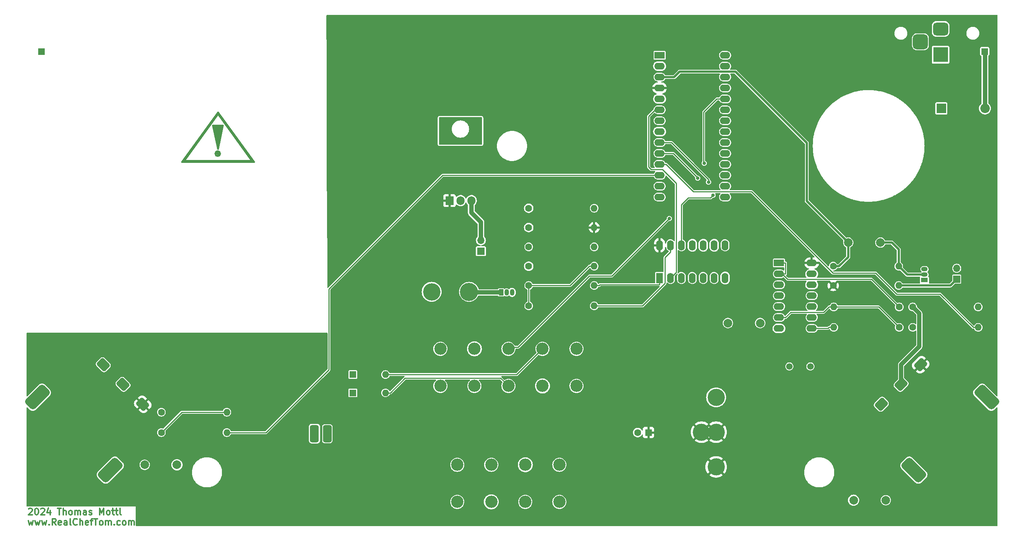
<source format=gbr>
%TF.GenerationSoftware,KiCad,Pcbnew,7.0.10*%
%TF.CreationDate,2024-01-17T17:08:55-05:00*%
%TF.ProjectId,Telstar Alpha,54656c73-7461-4722-9041-6c7068612e6b,0.1*%
%TF.SameCoordinates,Original*%
%TF.FileFunction,Copper,L1,Top*%
%TF.FilePolarity,Positive*%
%FSLAX46Y46*%
G04 Gerber Fmt 4.6, Leading zero omitted, Abs format (unit mm)*
G04 Created by KiCad (PCBNEW 7.0.10) date 2024-01-17 17:08:55*
%MOMM*%
%LPD*%
G01*
G04 APERTURE LIST*
G04 Aperture macros list*
%AMRoundRect*
0 Rectangle with rounded corners*
0 $1 Rounding radius*
0 $2 $3 $4 $5 $6 $7 $8 $9 X,Y pos of 4 corners*
0 Add a 4 corners polygon primitive as box body*
4,1,4,$2,$3,$4,$5,$6,$7,$8,$9,$2,$3,0*
0 Add four circle primitives for the rounded corners*
1,1,$1+$1,$2,$3*
1,1,$1+$1,$4,$5*
1,1,$1+$1,$6,$7*
1,1,$1+$1,$8,$9*
0 Add four rect primitives between the rounded corners*
20,1,$1+$1,$2,$3,$4,$5,0*
20,1,$1+$1,$4,$5,$6,$7,0*
20,1,$1+$1,$6,$7,$8,$9,0*
20,1,$1+$1,$8,$9,$2,$3,0*%
G04 Aperture macros list end*
%ADD10C,0.300000*%
%TA.AperFunction,NonConductor*%
%ADD11C,0.300000*%
%TD*%
%TA.AperFunction,EtchedComponent*%
%ADD12C,0.381000*%
%TD*%
%TA.AperFunction,ComponentPad*%
%ADD13R,1.905000X2.000000*%
%TD*%
%TA.AperFunction,ComponentPad*%
%ADD14O,1.905000X2.000000*%
%TD*%
%TA.AperFunction,ComponentPad*%
%ADD15C,1.600000*%
%TD*%
%TA.AperFunction,ComponentPad*%
%ADD16O,1.600000X1.600000*%
%TD*%
%TA.AperFunction,ComponentPad*%
%ADD17R,3.500000X3.500000*%
%TD*%
%TA.AperFunction,ComponentPad*%
%ADD18RoundRect,0.750000X-1.000000X0.750000X-1.000000X-0.750000X1.000000X-0.750000X1.000000X0.750000X0*%
%TD*%
%TA.AperFunction,ComponentPad*%
%ADD19RoundRect,0.875000X-0.875000X0.875000X-0.875000X-0.875000X0.875000X-0.875000X0.875000X0.875000X0*%
%TD*%
%TA.AperFunction,ComponentPad*%
%ADD20C,4.230000*%
%TD*%
%TA.AperFunction,ComponentPad*%
%ADD21C,4.035000*%
%TD*%
%TA.AperFunction,ComponentPad*%
%ADD22C,2.865000*%
%TD*%
%TA.AperFunction,ComponentPad*%
%ADD23R,1.600000X2.400000*%
%TD*%
%TA.AperFunction,ComponentPad*%
%ADD24O,1.600000X2.400000*%
%TD*%
%TA.AperFunction,ComponentPad*%
%ADD25R,2.200000X2.200000*%
%TD*%
%TA.AperFunction,ComponentPad*%
%ADD26O,2.200000X2.200000*%
%TD*%
%TA.AperFunction,ComponentPad*%
%ADD27RoundRect,0.562500X-0.176777X-0.972272X0.972272X0.176777X0.176777X0.972272X-0.972272X-0.176777X0*%
%TD*%
%TA.AperFunction,ComponentPad*%
%ADD28RoundRect,0.750000X-2.121320X1.060660X1.060660X-2.121320X2.121320X-1.060660X-1.060660X2.121320X0*%
%TD*%
%TA.AperFunction,ComponentPad*%
%ADD29R,1.500000X1.050000*%
%TD*%
%TA.AperFunction,ComponentPad*%
%ADD30O,1.500000X1.050000*%
%TD*%
%TA.AperFunction,ComponentPad*%
%ADD31RoundRect,0.250000X-0.550000X-0.550000X0.550000X-0.550000X0.550000X0.550000X-0.550000X0.550000X0*%
%TD*%
%TA.AperFunction,ComponentPad*%
%ADD32R,1.600000X1.600000*%
%TD*%
%TA.AperFunction,ComponentPad*%
%ADD33R,1.050000X1.500000*%
%TD*%
%TA.AperFunction,ComponentPad*%
%ADD34O,1.050000X1.500000*%
%TD*%
%TA.AperFunction,ComponentPad*%
%ADD35R,1.700000X1.700000*%
%TD*%
%TA.AperFunction,ComponentPad*%
%ADD36O,1.700000X1.700000*%
%TD*%
%TA.AperFunction,ComponentPad*%
%ADD37C,4.000000*%
%TD*%
%TA.AperFunction,ComponentPad*%
%ADD38C,1.500000*%
%TD*%
%TA.AperFunction,ComponentPad*%
%ADD39RoundRect,0.400000X-0.600000X-1.600000X0.600000X-1.600000X0.600000X1.600000X-0.600000X1.600000X0*%
%TD*%
%TA.AperFunction,ComponentPad*%
%ADD40R,2.400000X1.600000*%
%TD*%
%TA.AperFunction,ComponentPad*%
%ADD41O,2.400000X1.600000*%
%TD*%
%TA.AperFunction,ComponentPad*%
%ADD42C,2.000000*%
%TD*%
%TA.AperFunction,ComponentPad*%
%ADD43RoundRect,0.562500X-0.972272X0.176777X0.176777X-0.972272X0.972272X-0.176777X-0.176777X0.972272X0*%
%TD*%
%TA.AperFunction,ComponentPad*%
%ADD44RoundRect,0.750000X1.060660X2.121320X-2.121320X-1.060660X-1.060660X-2.121320X2.121320X1.060660X0*%
%TD*%
%TA.AperFunction,ViaPad*%
%ADD45C,0.800000*%
%TD*%
%TA.AperFunction,Conductor*%
%ADD46C,1.000000*%
%TD*%
%TA.AperFunction,Conductor*%
%ADD47C,0.250000*%
%TD*%
%TA.AperFunction,Conductor*%
%ADD48C,0.500000*%
%TD*%
G04 APERTURE END LIST*
D10*
D11*
X21483082Y-136028685D02*
X21554510Y-135957257D01*
X21554510Y-135957257D02*
X21697368Y-135885828D01*
X21697368Y-135885828D02*
X22054510Y-135885828D01*
X22054510Y-135885828D02*
X22197368Y-135957257D01*
X22197368Y-135957257D02*
X22268796Y-136028685D01*
X22268796Y-136028685D02*
X22340225Y-136171542D01*
X22340225Y-136171542D02*
X22340225Y-136314400D01*
X22340225Y-136314400D02*
X22268796Y-136528685D01*
X22268796Y-136528685D02*
X21411653Y-137385828D01*
X21411653Y-137385828D02*
X22340225Y-137385828D01*
X23268796Y-135885828D02*
X23411653Y-135885828D01*
X23411653Y-135885828D02*
X23554510Y-135957257D01*
X23554510Y-135957257D02*
X23625939Y-136028685D01*
X23625939Y-136028685D02*
X23697367Y-136171542D01*
X23697367Y-136171542D02*
X23768796Y-136457257D01*
X23768796Y-136457257D02*
X23768796Y-136814400D01*
X23768796Y-136814400D02*
X23697367Y-137100114D01*
X23697367Y-137100114D02*
X23625939Y-137242971D01*
X23625939Y-137242971D02*
X23554510Y-137314400D01*
X23554510Y-137314400D02*
X23411653Y-137385828D01*
X23411653Y-137385828D02*
X23268796Y-137385828D01*
X23268796Y-137385828D02*
X23125939Y-137314400D01*
X23125939Y-137314400D02*
X23054510Y-137242971D01*
X23054510Y-137242971D02*
X22983081Y-137100114D01*
X22983081Y-137100114D02*
X22911653Y-136814400D01*
X22911653Y-136814400D02*
X22911653Y-136457257D01*
X22911653Y-136457257D02*
X22983081Y-136171542D01*
X22983081Y-136171542D02*
X23054510Y-136028685D01*
X23054510Y-136028685D02*
X23125939Y-135957257D01*
X23125939Y-135957257D02*
X23268796Y-135885828D01*
X24340224Y-136028685D02*
X24411652Y-135957257D01*
X24411652Y-135957257D02*
X24554510Y-135885828D01*
X24554510Y-135885828D02*
X24911652Y-135885828D01*
X24911652Y-135885828D02*
X25054510Y-135957257D01*
X25054510Y-135957257D02*
X25125938Y-136028685D01*
X25125938Y-136028685D02*
X25197367Y-136171542D01*
X25197367Y-136171542D02*
X25197367Y-136314400D01*
X25197367Y-136314400D02*
X25125938Y-136528685D01*
X25125938Y-136528685D02*
X24268795Y-137385828D01*
X24268795Y-137385828D02*
X25197367Y-137385828D01*
X26483081Y-136385828D02*
X26483081Y-137385828D01*
X26125938Y-135814400D02*
X25768795Y-136885828D01*
X25768795Y-136885828D02*
X26697366Y-136885828D01*
X28197366Y-135885828D02*
X29054509Y-135885828D01*
X28625937Y-137385828D02*
X28625937Y-135885828D01*
X29554508Y-137385828D02*
X29554508Y-135885828D01*
X30197366Y-137385828D02*
X30197366Y-136600114D01*
X30197366Y-136600114D02*
X30125937Y-136457257D01*
X30125937Y-136457257D02*
X29983080Y-136385828D01*
X29983080Y-136385828D02*
X29768794Y-136385828D01*
X29768794Y-136385828D02*
X29625937Y-136457257D01*
X29625937Y-136457257D02*
X29554508Y-136528685D01*
X31125937Y-137385828D02*
X30983080Y-137314400D01*
X30983080Y-137314400D02*
X30911651Y-137242971D01*
X30911651Y-137242971D02*
X30840223Y-137100114D01*
X30840223Y-137100114D02*
X30840223Y-136671542D01*
X30840223Y-136671542D02*
X30911651Y-136528685D01*
X30911651Y-136528685D02*
X30983080Y-136457257D01*
X30983080Y-136457257D02*
X31125937Y-136385828D01*
X31125937Y-136385828D02*
X31340223Y-136385828D01*
X31340223Y-136385828D02*
X31483080Y-136457257D01*
X31483080Y-136457257D02*
X31554509Y-136528685D01*
X31554509Y-136528685D02*
X31625937Y-136671542D01*
X31625937Y-136671542D02*
X31625937Y-137100114D01*
X31625937Y-137100114D02*
X31554509Y-137242971D01*
X31554509Y-137242971D02*
X31483080Y-137314400D01*
X31483080Y-137314400D02*
X31340223Y-137385828D01*
X31340223Y-137385828D02*
X31125937Y-137385828D01*
X32268794Y-137385828D02*
X32268794Y-136385828D01*
X32268794Y-136528685D02*
X32340223Y-136457257D01*
X32340223Y-136457257D02*
X32483080Y-136385828D01*
X32483080Y-136385828D02*
X32697366Y-136385828D01*
X32697366Y-136385828D02*
X32840223Y-136457257D01*
X32840223Y-136457257D02*
X32911652Y-136600114D01*
X32911652Y-136600114D02*
X32911652Y-137385828D01*
X32911652Y-136600114D02*
X32983080Y-136457257D01*
X32983080Y-136457257D02*
X33125937Y-136385828D01*
X33125937Y-136385828D02*
X33340223Y-136385828D01*
X33340223Y-136385828D02*
X33483080Y-136457257D01*
X33483080Y-136457257D02*
X33554509Y-136600114D01*
X33554509Y-136600114D02*
X33554509Y-137385828D01*
X34911652Y-137385828D02*
X34911652Y-136600114D01*
X34911652Y-136600114D02*
X34840223Y-136457257D01*
X34840223Y-136457257D02*
X34697366Y-136385828D01*
X34697366Y-136385828D02*
X34411652Y-136385828D01*
X34411652Y-136385828D02*
X34268794Y-136457257D01*
X34911652Y-137314400D02*
X34768794Y-137385828D01*
X34768794Y-137385828D02*
X34411652Y-137385828D01*
X34411652Y-137385828D02*
X34268794Y-137314400D01*
X34268794Y-137314400D02*
X34197366Y-137171542D01*
X34197366Y-137171542D02*
X34197366Y-137028685D01*
X34197366Y-137028685D02*
X34268794Y-136885828D01*
X34268794Y-136885828D02*
X34411652Y-136814400D01*
X34411652Y-136814400D02*
X34768794Y-136814400D01*
X34768794Y-136814400D02*
X34911652Y-136742971D01*
X35554509Y-137314400D02*
X35697366Y-137385828D01*
X35697366Y-137385828D02*
X35983080Y-137385828D01*
X35983080Y-137385828D02*
X36125937Y-137314400D01*
X36125937Y-137314400D02*
X36197366Y-137171542D01*
X36197366Y-137171542D02*
X36197366Y-137100114D01*
X36197366Y-137100114D02*
X36125937Y-136957257D01*
X36125937Y-136957257D02*
X35983080Y-136885828D01*
X35983080Y-136885828D02*
X35768795Y-136885828D01*
X35768795Y-136885828D02*
X35625937Y-136814400D01*
X35625937Y-136814400D02*
X35554509Y-136671542D01*
X35554509Y-136671542D02*
X35554509Y-136600114D01*
X35554509Y-136600114D02*
X35625937Y-136457257D01*
X35625937Y-136457257D02*
X35768795Y-136385828D01*
X35768795Y-136385828D02*
X35983080Y-136385828D01*
X35983080Y-136385828D02*
X36125937Y-136457257D01*
X37983080Y-137385828D02*
X37983080Y-135885828D01*
X37983080Y-135885828D02*
X38483080Y-136957257D01*
X38483080Y-136957257D02*
X38983080Y-135885828D01*
X38983080Y-135885828D02*
X38983080Y-137385828D01*
X39911652Y-137385828D02*
X39768795Y-137314400D01*
X39768795Y-137314400D02*
X39697366Y-137242971D01*
X39697366Y-137242971D02*
X39625938Y-137100114D01*
X39625938Y-137100114D02*
X39625938Y-136671542D01*
X39625938Y-136671542D02*
X39697366Y-136528685D01*
X39697366Y-136528685D02*
X39768795Y-136457257D01*
X39768795Y-136457257D02*
X39911652Y-136385828D01*
X39911652Y-136385828D02*
X40125938Y-136385828D01*
X40125938Y-136385828D02*
X40268795Y-136457257D01*
X40268795Y-136457257D02*
X40340224Y-136528685D01*
X40340224Y-136528685D02*
X40411652Y-136671542D01*
X40411652Y-136671542D02*
X40411652Y-137100114D01*
X40411652Y-137100114D02*
X40340224Y-137242971D01*
X40340224Y-137242971D02*
X40268795Y-137314400D01*
X40268795Y-137314400D02*
X40125938Y-137385828D01*
X40125938Y-137385828D02*
X39911652Y-137385828D01*
X40840224Y-136385828D02*
X41411652Y-136385828D01*
X41054509Y-135885828D02*
X41054509Y-137171542D01*
X41054509Y-137171542D02*
X41125938Y-137314400D01*
X41125938Y-137314400D02*
X41268795Y-137385828D01*
X41268795Y-137385828D02*
X41411652Y-137385828D01*
X41697367Y-136385828D02*
X42268795Y-136385828D01*
X41911652Y-135885828D02*
X41911652Y-137171542D01*
X41911652Y-137171542D02*
X41983081Y-137314400D01*
X41983081Y-137314400D02*
X42125938Y-137385828D01*
X42125938Y-137385828D02*
X42268795Y-137385828D01*
X42983081Y-137385828D02*
X42840224Y-137314400D01*
X42840224Y-137314400D02*
X42768795Y-137171542D01*
X42768795Y-137171542D02*
X42768795Y-135885828D01*
X21411653Y-138800828D02*
X21697368Y-139800828D01*
X21697368Y-139800828D02*
X21983082Y-139086542D01*
X21983082Y-139086542D02*
X22268796Y-139800828D01*
X22268796Y-139800828D02*
X22554510Y-138800828D01*
X22983082Y-138800828D02*
X23268797Y-139800828D01*
X23268797Y-139800828D02*
X23554511Y-139086542D01*
X23554511Y-139086542D02*
X23840225Y-139800828D01*
X23840225Y-139800828D02*
X24125939Y-138800828D01*
X24554511Y-138800828D02*
X24840226Y-139800828D01*
X24840226Y-139800828D02*
X25125940Y-139086542D01*
X25125940Y-139086542D02*
X25411654Y-139800828D01*
X25411654Y-139800828D02*
X25697368Y-138800828D01*
X26268797Y-139657971D02*
X26340226Y-139729400D01*
X26340226Y-139729400D02*
X26268797Y-139800828D01*
X26268797Y-139800828D02*
X26197369Y-139729400D01*
X26197369Y-139729400D02*
X26268797Y-139657971D01*
X26268797Y-139657971D02*
X26268797Y-139800828D01*
X27840226Y-139800828D02*
X27340226Y-139086542D01*
X26983083Y-139800828D02*
X26983083Y-138300828D01*
X26983083Y-138300828D02*
X27554512Y-138300828D01*
X27554512Y-138300828D02*
X27697369Y-138372257D01*
X27697369Y-138372257D02*
X27768798Y-138443685D01*
X27768798Y-138443685D02*
X27840226Y-138586542D01*
X27840226Y-138586542D02*
X27840226Y-138800828D01*
X27840226Y-138800828D02*
X27768798Y-138943685D01*
X27768798Y-138943685D02*
X27697369Y-139015114D01*
X27697369Y-139015114D02*
X27554512Y-139086542D01*
X27554512Y-139086542D02*
X26983083Y-139086542D01*
X29054512Y-139729400D02*
X28911655Y-139800828D01*
X28911655Y-139800828D02*
X28625941Y-139800828D01*
X28625941Y-139800828D02*
X28483083Y-139729400D01*
X28483083Y-139729400D02*
X28411655Y-139586542D01*
X28411655Y-139586542D02*
X28411655Y-139015114D01*
X28411655Y-139015114D02*
X28483083Y-138872257D01*
X28483083Y-138872257D02*
X28625941Y-138800828D01*
X28625941Y-138800828D02*
X28911655Y-138800828D01*
X28911655Y-138800828D02*
X29054512Y-138872257D01*
X29054512Y-138872257D02*
X29125941Y-139015114D01*
X29125941Y-139015114D02*
X29125941Y-139157971D01*
X29125941Y-139157971D02*
X28411655Y-139300828D01*
X30411655Y-139800828D02*
X30411655Y-139015114D01*
X30411655Y-139015114D02*
X30340226Y-138872257D01*
X30340226Y-138872257D02*
X30197369Y-138800828D01*
X30197369Y-138800828D02*
X29911655Y-138800828D01*
X29911655Y-138800828D02*
X29768797Y-138872257D01*
X30411655Y-139729400D02*
X30268797Y-139800828D01*
X30268797Y-139800828D02*
X29911655Y-139800828D01*
X29911655Y-139800828D02*
X29768797Y-139729400D01*
X29768797Y-139729400D02*
X29697369Y-139586542D01*
X29697369Y-139586542D02*
X29697369Y-139443685D01*
X29697369Y-139443685D02*
X29768797Y-139300828D01*
X29768797Y-139300828D02*
X29911655Y-139229400D01*
X29911655Y-139229400D02*
X30268797Y-139229400D01*
X30268797Y-139229400D02*
X30411655Y-139157971D01*
X31340226Y-139800828D02*
X31197369Y-139729400D01*
X31197369Y-139729400D02*
X31125940Y-139586542D01*
X31125940Y-139586542D02*
X31125940Y-138300828D01*
X32768797Y-139657971D02*
X32697369Y-139729400D01*
X32697369Y-139729400D02*
X32483083Y-139800828D01*
X32483083Y-139800828D02*
X32340226Y-139800828D01*
X32340226Y-139800828D02*
X32125940Y-139729400D01*
X32125940Y-139729400D02*
X31983083Y-139586542D01*
X31983083Y-139586542D02*
X31911654Y-139443685D01*
X31911654Y-139443685D02*
X31840226Y-139157971D01*
X31840226Y-139157971D02*
X31840226Y-138943685D01*
X31840226Y-138943685D02*
X31911654Y-138657971D01*
X31911654Y-138657971D02*
X31983083Y-138515114D01*
X31983083Y-138515114D02*
X32125940Y-138372257D01*
X32125940Y-138372257D02*
X32340226Y-138300828D01*
X32340226Y-138300828D02*
X32483083Y-138300828D01*
X32483083Y-138300828D02*
X32697369Y-138372257D01*
X32697369Y-138372257D02*
X32768797Y-138443685D01*
X33411654Y-139800828D02*
X33411654Y-138300828D01*
X34054512Y-139800828D02*
X34054512Y-139015114D01*
X34054512Y-139015114D02*
X33983083Y-138872257D01*
X33983083Y-138872257D02*
X33840226Y-138800828D01*
X33840226Y-138800828D02*
X33625940Y-138800828D01*
X33625940Y-138800828D02*
X33483083Y-138872257D01*
X33483083Y-138872257D02*
X33411654Y-138943685D01*
X35340226Y-139729400D02*
X35197369Y-139800828D01*
X35197369Y-139800828D02*
X34911655Y-139800828D01*
X34911655Y-139800828D02*
X34768797Y-139729400D01*
X34768797Y-139729400D02*
X34697369Y-139586542D01*
X34697369Y-139586542D02*
X34697369Y-139015114D01*
X34697369Y-139015114D02*
X34768797Y-138872257D01*
X34768797Y-138872257D02*
X34911655Y-138800828D01*
X34911655Y-138800828D02*
X35197369Y-138800828D01*
X35197369Y-138800828D02*
X35340226Y-138872257D01*
X35340226Y-138872257D02*
X35411655Y-139015114D01*
X35411655Y-139015114D02*
X35411655Y-139157971D01*
X35411655Y-139157971D02*
X34697369Y-139300828D01*
X35840226Y-138800828D02*
X36411654Y-138800828D01*
X36054511Y-139800828D02*
X36054511Y-138515114D01*
X36054511Y-138515114D02*
X36125940Y-138372257D01*
X36125940Y-138372257D02*
X36268797Y-138300828D01*
X36268797Y-138300828D02*
X36411654Y-138300828D01*
X36697369Y-138300828D02*
X37554512Y-138300828D01*
X37125940Y-139800828D02*
X37125940Y-138300828D01*
X38268797Y-139800828D02*
X38125940Y-139729400D01*
X38125940Y-139729400D02*
X38054511Y-139657971D01*
X38054511Y-139657971D02*
X37983083Y-139515114D01*
X37983083Y-139515114D02*
X37983083Y-139086542D01*
X37983083Y-139086542D02*
X38054511Y-138943685D01*
X38054511Y-138943685D02*
X38125940Y-138872257D01*
X38125940Y-138872257D02*
X38268797Y-138800828D01*
X38268797Y-138800828D02*
X38483083Y-138800828D01*
X38483083Y-138800828D02*
X38625940Y-138872257D01*
X38625940Y-138872257D02*
X38697369Y-138943685D01*
X38697369Y-138943685D02*
X38768797Y-139086542D01*
X38768797Y-139086542D02*
X38768797Y-139515114D01*
X38768797Y-139515114D02*
X38697369Y-139657971D01*
X38697369Y-139657971D02*
X38625940Y-139729400D01*
X38625940Y-139729400D02*
X38483083Y-139800828D01*
X38483083Y-139800828D02*
X38268797Y-139800828D01*
X39411654Y-139800828D02*
X39411654Y-138800828D01*
X39411654Y-138943685D02*
X39483083Y-138872257D01*
X39483083Y-138872257D02*
X39625940Y-138800828D01*
X39625940Y-138800828D02*
X39840226Y-138800828D01*
X39840226Y-138800828D02*
X39983083Y-138872257D01*
X39983083Y-138872257D02*
X40054512Y-139015114D01*
X40054512Y-139015114D02*
X40054512Y-139800828D01*
X40054512Y-139015114D02*
X40125940Y-138872257D01*
X40125940Y-138872257D02*
X40268797Y-138800828D01*
X40268797Y-138800828D02*
X40483083Y-138800828D01*
X40483083Y-138800828D02*
X40625940Y-138872257D01*
X40625940Y-138872257D02*
X40697369Y-139015114D01*
X40697369Y-139015114D02*
X40697369Y-139800828D01*
X41411654Y-139657971D02*
X41483083Y-139729400D01*
X41483083Y-139729400D02*
X41411654Y-139800828D01*
X41411654Y-139800828D02*
X41340226Y-139729400D01*
X41340226Y-139729400D02*
X41411654Y-139657971D01*
X41411654Y-139657971D02*
X41411654Y-139800828D01*
X42768798Y-139729400D02*
X42625940Y-139800828D01*
X42625940Y-139800828D02*
X42340226Y-139800828D01*
X42340226Y-139800828D02*
X42197369Y-139729400D01*
X42197369Y-139729400D02*
X42125940Y-139657971D01*
X42125940Y-139657971D02*
X42054512Y-139515114D01*
X42054512Y-139515114D02*
X42054512Y-139086542D01*
X42054512Y-139086542D02*
X42125940Y-138943685D01*
X42125940Y-138943685D02*
X42197369Y-138872257D01*
X42197369Y-138872257D02*
X42340226Y-138800828D01*
X42340226Y-138800828D02*
X42625940Y-138800828D01*
X42625940Y-138800828D02*
X42768798Y-138872257D01*
X43625940Y-139800828D02*
X43483083Y-139729400D01*
X43483083Y-139729400D02*
X43411654Y-139657971D01*
X43411654Y-139657971D02*
X43340226Y-139515114D01*
X43340226Y-139515114D02*
X43340226Y-139086542D01*
X43340226Y-139086542D02*
X43411654Y-138943685D01*
X43411654Y-138943685D02*
X43483083Y-138872257D01*
X43483083Y-138872257D02*
X43625940Y-138800828D01*
X43625940Y-138800828D02*
X43840226Y-138800828D01*
X43840226Y-138800828D02*
X43983083Y-138872257D01*
X43983083Y-138872257D02*
X44054512Y-138943685D01*
X44054512Y-138943685D02*
X44125940Y-139086542D01*
X44125940Y-139086542D02*
X44125940Y-139515114D01*
X44125940Y-139515114D02*
X44054512Y-139657971D01*
X44054512Y-139657971D02*
X43983083Y-139729400D01*
X43983083Y-139729400D02*
X43840226Y-139800828D01*
X43840226Y-139800828D02*
X43625940Y-139800828D01*
X44768797Y-139800828D02*
X44768797Y-138800828D01*
X44768797Y-138943685D02*
X44840226Y-138872257D01*
X44840226Y-138872257D02*
X44983083Y-138800828D01*
X44983083Y-138800828D02*
X45197369Y-138800828D01*
X45197369Y-138800828D02*
X45340226Y-138872257D01*
X45340226Y-138872257D02*
X45411655Y-139015114D01*
X45411655Y-139015114D02*
X45411655Y-139800828D01*
X45411655Y-139015114D02*
X45483083Y-138872257D01*
X45483083Y-138872257D02*
X45625940Y-138800828D01*
X45625940Y-138800828D02*
X45840226Y-138800828D01*
X45840226Y-138800828D02*
X45983083Y-138872257D01*
X45983083Y-138872257D02*
X46054512Y-139015114D01*
X46054512Y-139015114D02*
X46054512Y-139800828D01*
D12*
%TO.C,REF1*%
X57118000Y-55199000D02*
X65500000Y-43642000D01*
X57626000Y-54945000D02*
X65500000Y-44023000D01*
X64357000Y-46690000D02*
X65500000Y-46690000D01*
X64611000Y-46944000D02*
X64992000Y-48341000D01*
X64992000Y-48341000D02*
X64865000Y-47071000D01*
X65119000Y-46944000D02*
X64611000Y-46944000D01*
X65119000Y-49611000D02*
X65119000Y-46944000D01*
X65373000Y-50627000D02*
X65500000Y-46944000D01*
X65500000Y-43642000D02*
X73882000Y-55199000D01*
X65500000Y-44023000D02*
X73374000Y-54945000D01*
X65500000Y-46690000D02*
X66643000Y-46690000D01*
X65500000Y-46944000D02*
X65119000Y-49611000D01*
X65500000Y-52024000D02*
X65881000Y-46944000D01*
X65500000Y-52151000D02*
X64357000Y-46690000D01*
X65500000Y-52151000D02*
X66262000Y-46817000D01*
X65881000Y-46944000D02*
X65373000Y-50627000D01*
X66643000Y-46690000D02*
X65500000Y-52151000D01*
X73374000Y-54945000D02*
X57626000Y-54945000D01*
X73882000Y-55199000D02*
X57118000Y-55199000D01*
X65627000Y-53294000D02*
G75*
G03*
X65373000Y-53294000I-127000J0D01*
G01*
X65373000Y-53294000D02*
G75*
G03*
X65627000Y-53294000I127000J0D01*
G01*
X65679605Y-53294000D02*
G75*
G03*
X65320395Y-53294000I-179605J0D01*
G01*
X65320395Y-53294000D02*
G75*
G03*
X65679605Y-53294000I179605J0D01*
G01*
X66067961Y-53294000D02*
G75*
G03*
X64932039Y-53294000I-567961J0D01*
G01*
X64932039Y-53294000D02*
G75*
G03*
X66067961Y-53294000I567961J0D01*
G01*
%TD*%
D13*
%TO.P,U4,1,VI*%
%TO.N,VCC*%
X119460000Y-64230000D03*
D14*
%TO.P,U4,2,GND*%
%TO.N,GND*%
X122000000Y-64230000D03*
%TO.P,U4,3,VO*%
%TO.N,/+5V*%
X124540000Y-64230000D03*
%TD*%
D15*
%TO.P,R10,1*%
%TO.N,Net-(C2-Pad1)*%
X227260000Y-93750000D03*
D16*
%TO.P,R10,2*%
%TO.N,Net-(U2-RBatInput)*%
X242500000Y-93750000D03*
%TD*%
D17*
%TO.P,J2,1*%
%TO.N,/+9V*%
X233750000Y-30250000D03*
D18*
%TO.P,J2,2*%
%TO.N,GND*%
X233750000Y-24250000D03*
D19*
%TO.P,J2,3*%
%TO.N,N/C*%
X229050000Y-27250000D03*
%TD*%
D15*
%TO.P,R3,1*%
%TO.N,L_POT_WIPE*%
X52380000Y-113500000D03*
D16*
%TO.P,R3,2*%
%TO.N,Net-(C1-Pad1)*%
X67620000Y-113500000D03*
%TD*%
D20*
%TO.P,J1,1,1*%
%TO.N,Net-(Q1-E)*%
X124000000Y-85480000D03*
D21*
%TO.P,J1,2,2*%
%TO.N,GND*%
X115300000Y-85480000D03*
%TD*%
D15*
%TO.P,R5,1*%
%TO.N,GND*%
X137880000Y-79500000D03*
D16*
%TO.P,R5,2*%
%TO.N,Net-(R4-Pad2)*%
X153120000Y-79500000D03*
%TD*%
D22*
%TO.P,SW4,1,1*%
%TO.N,unconnected-(SW4-Pad1)*%
X121250000Y-134390000D03*
%TO.P,SW4,2,2*%
%TO.N,unconnected-(SW4-Pad2)*%
X121250000Y-125750000D03*
%TO.P,SW4,3,3*%
%TO.N,GND*%
X129170000Y-134390000D03*
%TO.P,SW4,4,4*%
%TO.N,SPEED*%
X129170000Y-125750000D03*
%TO.P,SW4,5,5*%
%TO.N,unconnected-(SW4-Pad5)*%
X137090000Y-134390000D03*
%TO.P,SW4,6,6*%
%TO.N,GND*%
X137090000Y-125750000D03*
%TO.P,SW4,7,7*%
%TO.N,BATSIZE*%
X145010000Y-134390000D03*
%TO.P,SW4,8,8*%
%TO.N,unconnected-(SW4-Pad8)*%
X145010000Y-125750000D03*
%TD*%
%TO.P,SW2,1,1*%
%TO.N,unconnected-(SW2-Pad1)*%
X117320000Y-107390000D03*
%TO.P,SW2,2,2*%
%TO.N,unconnected-(SW2-Pad2)*%
X117320000Y-98750000D03*
%TO.P,SW2,3,3*%
%TO.N,HANDBALL*%
X125240000Y-107390000D03*
%TO.P,SW2,4,4*%
%TO.N,GND*%
X125240000Y-98750000D03*
%TO.P,SW2,5,5*%
%TO.N,JAI_ALAI*%
X133160000Y-107390000D03*
%TO.P,SW2,6,6*%
%TO.N,TENNIS*%
X133160000Y-98750000D03*
%TO.P,SW2,7,7*%
%TO.N,GND*%
X141080000Y-107390000D03*
%TO.P,SW2,8,8*%
%TO.N,HOCKEY*%
X141080000Y-98750000D03*
%TO.P,SW2,9,9*%
%TO.N,unconnected-(SW2-Pad9)*%
X149000000Y-107390000D03*
%TO.P,SW2,10,10*%
%TO.N,unconnected-(SW2-Pad10)*%
X149000000Y-98750000D03*
%TD*%
D15*
%TO.P,R12,1*%
%TO.N,Net-(C3-Pad1)*%
X224120000Y-89000000D03*
D16*
%TO.P,R12,2*%
%TO.N,Net-(R11-Pad1)*%
X208880000Y-89000000D03*
%TD*%
D23*
%TO.P,U1,1*%
%TO.N,Net-(R6-Pad2)*%
X168340000Y-82250000D03*
D24*
%TO.P,U1,2*%
%TO.N,BALLOUT*%
X170880000Y-82250000D03*
%TO.P,U1,3*%
%TO.N,FIELDOUT*%
X173420000Y-82250000D03*
%TO.P,U1,4*%
%TO.N,LPLAYEROUT*%
X175960000Y-82250000D03*
%TO.P,U1,5*%
%TO.N,RPLAYEROUT*%
X178500000Y-82250000D03*
%TO.P,U1,6*%
%TO.N,N/C*%
X181040000Y-82250000D03*
%TO.P,U1,7,VSS*%
%TO.N,GND*%
X183580000Y-82250000D03*
%TO.P,U1,8*%
%TO.N,N/C*%
X183580000Y-74630000D03*
%TO.P,U1,9*%
%TO.N,GND*%
X181040000Y-74630000D03*
%TO.P,U1,10*%
X178500000Y-74630000D03*
%TO.P,U1,11*%
X175960000Y-74630000D03*
%TO.P,U1,12*%
%TO.N,SYNC*%
X173420000Y-74630000D03*
%TO.P,U1,13*%
%TO.N,Net-(R7-Pad2)*%
X170880000Y-74630000D03*
%TO.P,U1,14,VDD*%
%TO.N,VCC*%
X168340000Y-74630000D03*
%TD*%
D25*
%TO.P,D3,1,K*%
%TO.N,/+9V*%
X233920000Y-42750000D03*
D26*
%TO.P,D3,2,A*%
%TO.N,/BattPos*%
X244080000Y-42750000D03*
%TD*%
D27*
%TO.P,RV2,1,1*%
%TO.N,unconnected-(RV2-Pad1)*%
X219948676Y-111641064D03*
%TO.P,RV2,2,2*%
%TO.N,R_POT_WIPE*%
X224544870Y-107044870D03*
%TO.P,RV2,3,3*%
%TO.N,VCC*%
X229141064Y-102448676D03*
D28*
%TO.P,RV2,4*%
%TO.N,GND*%
X227514719Y-126985281D03*
X244485281Y-110014719D03*
%TD*%
D29*
%TO.P,Q2,1,E*%
%TO.N,GND*%
X230000000Y-82750000D03*
D30*
%TO.P,Q2,2,B*%
%TO.N,Net-(Q2-B)*%
X230000000Y-81480000D03*
%TO.P,Q2,3,C*%
%TO.N,Net-(Q2-C)*%
X230000000Y-80210000D03*
%TD*%
D31*
%TO.P,J3,1,Pin_1*%
%TO.N,/BattPos*%
X244000000Y-29500000D03*
%TD*%
D32*
%TO.P,D2,1,K*%
%TO.N,RESET*%
X96940000Y-104750000D03*
D16*
%TO.P,D2,2,A*%
%TO.N,HOCKEY*%
X104560000Y-104750000D03*
%TD*%
D33*
%TO.P,Q1,1,E*%
%TO.N,Net-(Q1-E)*%
X131480000Y-85610000D03*
D34*
%TO.P,Q1,2,B*%
%TO.N,Net-(Q1-B)*%
X132750000Y-85610000D03*
%TO.P,Q1,3,C*%
%TO.N,GND*%
X134020000Y-85610000D03*
%TD*%
D31*
%TO.P,J4,1,Pin_1*%
%TO.N,GND*%
X24500000Y-29500000D03*
%TD*%
D15*
%TO.P,R1,1*%
%TO.N,GND*%
X137880000Y-66000000D03*
D16*
%TO.P,R1,2*%
%TO.N,Net-(Q1-E)*%
X153120000Y-66000000D03*
%TD*%
D35*
%TO.P,J5,1,Pin_1*%
%TO.N,GND*%
X126750000Y-76000000D03*
D36*
%TO.P,J5,2,Pin_2*%
%TO.N,/+5V*%
X126750000Y-73460000D03*
%TD*%
D37*
%TO.P,SW3,1,A*%
%TO.N,/+9V*%
X181500000Y-110050000D03*
%TO.P,SW3,2,B*%
%TO.N,VCC*%
X178100000Y-118150000D03*
X181500000Y-118150000D03*
%TO.P,SW3,3,C*%
X181500000Y-126250000D03*
%TD*%
D15*
%TO.P,R11,1*%
%TO.N,Net-(R11-Pad1)*%
X224120000Y-93750000D03*
D16*
%TO.P,R11,2*%
%TO.N,Net-(R11-Pad2)*%
X208880000Y-93750000D03*
%TD*%
D38*
%TO.P,Y1,1,1*%
%TO.N,Net-(C3-Pad2)*%
X198550000Y-102850000D03*
%TO.P,Y1,2,2*%
%TO.N,Net-(R11-Pad2)*%
X203450000Y-102850000D03*
%TD*%
D15*
%TO.P,R9,1*%
%TO.N,Net-(C1-Pad1)*%
X52380000Y-118250000D03*
D16*
%TO.P,R9,2*%
%TO.N,Net-(U2-LBatInput)*%
X67620000Y-118250000D03*
%TD*%
D39*
%TO.P,SW1,1,A*%
%TO.N,GND*%
X88000000Y-118500000D03*
%TO.P,SW1,2,B*%
%TO.N,RESET*%
X91000000Y-118500000D03*
%TD*%
D40*
%TO.P,U3,1*%
%TO.N,Net-(C3-Pad1)*%
X196130000Y-78750000D03*
D41*
%TO.P,U3,2*%
X196130000Y-81290000D03*
%TO.P,U3,3*%
%TO.N,Net-(R11-Pad1)*%
X196130000Y-83830000D03*
%TO.P,U3,4*%
%TO.N,Net-(R11-Pad2)*%
X196130000Y-86370000D03*
%TO.P,U3,5*%
%TO.N,Net-(R11-Pad1)*%
X196130000Y-88910000D03*
%TO.P,U3,6*%
X196130000Y-91450000D03*
%TO.P,U3,7,VSS*%
%TO.N,GND*%
X196130000Y-93990000D03*
%TO.P,U3,8*%
%TO.N,Net-(R11-Pad2)*%
X203750000Y-93990000D03*
%TO.P,U3,9*%
X203750000Y-91450000D03*
%TO.P,U3,10*%
%TO.N,Net-(U2-CLK)*%
X203750000Y-88910000D03*
%TO.P,U3,11*%
%TO.N,unconnected-(U3-Pad11)*%
X203750000Y-86370000D03*
%TO.P,U3,12*%
%TO.N,GND*%
X203750000Y-83830000D03*
%TO.P,U3,13*%
X203750000Y-81290000D03*
%TO.P,U3,14,VDD*%
%TO.N,VCC*%
X203750000Y-78750000D03*
%TD*%
D35*
%TO.P,LS1,1,1*%
%TO.N,Net-(LS1-Pad1)*%
X237500000Y-82525000D03*
D36*
%TO.P,LS1,2,2*%
%TO.N,Net-(Q2-C)*%
X237500000Y-79985000D03*
%TD*%
D15*
%TO.P,R4,1*%
%TO.N,Net-(Q1-B)*%
X137880000Y-75000000D03*
D16*
%TO.P,R4,2*%
%TO.N,Net-(R4-Pad2)*%
X153120000Y-75000000D03*
%TD*%
D42*
%TO.P,C4,1*%
%TO.N,Net-(Q2-B)*%
X219750000Y-74000000D03*
%TO.P,C4,2*%
%TO.N,SOUND*%
X212250000Y-74000000D03*
%TD*%
D15*
%TO.P,R7,1*%
%TO.N,Net-(R4-Pad2)*%
X137880000Y-88750000D03*
D16*
%TO.P,R7,2*%
%TO.N,Net-(R7-Pad2)*%
X153120000Y-88750000D03*
%TD*%
D32*
%TO.P,C5,1*%
%TO.N,VCC*%
X165750000Y-118250000D03*
D15*
%TO.P,C5,2*%
%TO.N,GND*%
X163250000Y-118250000D03*
%TD*%
D40*
%TO.P,U2,1,NC*%
%TO.N,unconnected-(U2-NC-Pad1)*%
X168340000Y-30380000D03*
D41*
%TO.P,U2,2,Vss*%
%TO.N,GND*%
X168340000Y-32920000D03*
%TO.P,U2,3,Sound*%
%TO.N,SOUND*%
X168340000Y-35460000D03*
%TO.P,U2,4,Vcc*%
%TO.N,VCC*%
X168340000Y-38000000D03*
%TO.P,U2,5,Ball_Angles*%
%TO.N,GND*%
X168340000Y-40540000D03*
%TO.P,U2,6,BallOutput*%
%TO.N,BALLOUT*%
X168340000Y-43080000D03*
%TO.P,U2,7,BallSpeed*%
%TO.N,SPEED*%
X168340000Y-45620000D03*
%TO.P,U2,8,ManualServe*%
%TO.N,GND*%
X168340000Y-48160000D03*
%TO.P,U2,9,RPlayerOut*%
%TO.N,RPLAYEROUT*%
X168340000Y-50700000D03*
%TO.P,U2,10,LPlayerOut*%
%TO.N,LPLAYEROUT*%
X168340000Y-53240000D03*
%TO.P,U2,11,RBatInput*%
%TO.N,Net-(U2-RBatInput)*%
X168340000Y-55780000D03*
%TO.P,U2,12,LBatInput*%
%TO.N,Net-(U2-LBatInput)*%
X168340000Y-58320000D03*
%TO.P,U2,13,BatSize*%
%TO.N,BATSIZE*%
X168340000Y-60860000D03*
%TO.P,U2,14,NC*%
%TO.N,unconnected-(U2-NC-Pad14)*%
X168340000Y-63400000D03*
%TO.P,U2,15,NC*%
%TO.N,unconnected-(U2-NC-Pad15)*%
X183580000Y-63400000D03*
%TO.P,U2,16,SYNC*%
%TO.N,SYNC*%
X183580000Y-60860000D03*
%TO.P,U2,17,CLK*%
%TO.N,Net-(U2-CLK)*%
X183580000Y-58320000D03*
%TO.P,U2,18,RifleGame2*%
%TO.N,unconnected-(U2-RifleGame2-Pad18)*%
X183580000Y-55780000D03*
%TO.P,U2,19,RifleGame1*%
%TO.N,unconnected-(U2-RifleGame1-Pad19)*%
X183580000Y-53240000D03*
%TO.P,U2,20,Tennis*%
%TO.N,TENNIS*%
X183580000Y-50700000D03*
%TO.P,U2,21,Soccer*%
%TO.N,HOCKEY*%
X183580000Y-48160000D03*
%TO.P,U2,22,Squash*%
%TO.N,JAI_ALAI*%
X183580000Y-45620000D03*
%TO.P,U2,23,Practice*%
%TO.N,HANDBALL*%
X183580000Y-43080000D03*
%TO.P,U2,24,FieldOutput*%
%TO.N,FIELDOUT*%
X183580000Y-40540000D03*
%TO.P,U2,25,RESET*%
%TO.N,RESET*%
X183580000Y-38000000D03*
%TO.P,U2,26,ShotInput*%
%TO.N,unconnected-(U2-ShotInput-Pad26)*%
X183580000Y-35460000D03*
%TO.P,U2,27,HitInput*%
%TO.N,unconnected-(U2-HitInput-Pad27)*%
X183580000Y-32920000D03*
%TO.P,U2,28,NC*%
%TO.N,unconnected-(U2-NC-Pad28)*%
X183580000Y-30380000D03*
%TD*%
D15*
%TO.P,R2,1*%
%TO.N,GND*%
X137880000Y-70500000D03*
D16*
%TO.P,R2,2*%
%TO.N,VCC*%
X153120000Y-70500000D03*
%TD*%
D42*
%TO.P,C3,1*%
%TO.N,Net-(C3-Pad1)*%
X184250000Y-92750000D03*
%TO.P,C3,2*%
%TO.N,Net-(C3-Pad2)*%
X191750000Y-92750000D03*
%TD*%
D15*
%TO.P,R13,1*%
%TO.N,SOUND*%
X208760000Y-79500000D03*
D16*
%TO.P,R13,2*%
%TO.N,Net-(Q2-B)*%
X224000000Y-79500000D03*
%TD*%
D42*
%TO.P,C2,1*%
%TO.N,Net-(C2-Pad1)*%
X221000000Y-134000000D03*
%TO.P,C2,2*%
%TO.N,GND*%
X213500000Y-134000000D03*
%TD*%
D15*
%TO.P,R14,1*%
%TO.N,VCC*%
X208760000Y-84000000D03*
D16*
%TO.P,R14,2*%
%TO.N,Net-(LS1-Pad1)*%
X224000000Y-84000000D03*
%TD*%
D15*
%TO.P,R8,1*%
%TO.N,R_POT_WIPE*%
X227260000Y-89000000D03*
D16*
%TO.P,R8,2*%
%TO.N,Net-(C2-Pad1)*%
X242500000Y-89000000D03*
%TD*%
D32*
%TO.P,D1,1,K*%
%TO.N,RESET*%
X96940000Y-109000000D03*
D16*
%TO.P,D1,2,A*%
%TO.N,JAI_ALAI*%
X104560000Y-109000000D03*
%TD*%
D42*
%TO.P,C1,1*%
%TO.N,Net-(C1-Pad1)*%
X48500000Y-125750000D03*
%TO.P,C1,2*%
%TO.N,GND*%
X56000000Y-125750000D03*
%TD*%
D15*
%TO.P,R6,1*%
%TO.N,Net-(R4-Pad2)*%
X137880000Y-84000000D03*
D16*
%TO.P,R6,2*%
%TO.N,Net-(R6-Pad2)*%
X153120000Y-84000000D03*
%TD*%
D43*
%TO.P,RV1,1,1*%
%TO.N,unconnected-(RV1-Pad1)*%
X38858936Y-102448676D03*
%TO.P,RV1,2,2*%
%TO.N,L_POT_WIPE*%
X43455130Y-107044870D03*
%TO.P,RV1,3,3*%
%TO.N,VCC*%
X48051324Y-111641064D03*
D44*
%TO.P,RV1,4*%
%TO.N,GND*%
X23514719Y-110014719D03*
X40485281Y-126985281D03*
%TD*%
D45*
%TO.N,FIELDOUT*%
X178721100Y-55521100D03*
%TO.N,SYNC*%
X180800000Y-63000000D03*
%TO.N,RPLAYEROUT*%
X179725000Y-59925000D03*
%TO.N,TENNIS*%
X170600000Y-68400000D03*
%TO.N,LPLAYEROUT*%
X177200000Y-59000000D03*
%TD*%
D46*
%TO.N,/BattPos*%
X244080000Y-29580000D02*
X244000000Y-29500000D01*
X244080000Y-42750000D02*
X244080000Y-29580000D01*
D47*
%TO.N,Net-(U2-LBatInput)*%
X91400000Y-84800000D02*
X91400000Y-103600000D01*
X76750000Y-118250000D02*
X67620000Y-118250000D01*
X117880000Y-58320000D02*
X91400000Y-84800000D01*
X168340000Y-58320000D02*
X117880000Y-58320000D01*
X91400000Y-103600000D02*
X76750000Y-118250000D01*
%TO.N,FIELDOUT*%
X178600000Y-43600000D02*
X178600000Y-55400000D01*
X181660000Y-40540000D02*
X178600000Y-43600000D01*
X178600000Y-55400000D02*
X178721100Y-55521100D01*
X183580000Y-40540000D02*
X181660000Y-40540000D01*
%TO.N,RPLAYEROUT*%
X171100000Y-50700000D02*
X179725000Y-59325000D01*
X168340000Y-50700000D02*
X171100000Y-50700000D01*
X179725000Y-59325000D02*
X179725000Y-59925000D01*
%TO.N,LPLAYEROUT*%
X171523700Y-53240000D02*
X168340000Y-53240000D01*
X177200000Y-58916300D02*
X171523700Y-53240000D01*
X177200000Y-59000000D02*
X177200000Y-58916300D01*
%TO.N,SYNC*%
X180200000Y-63600000D02*
X180800000Y-63000000D01*
X175000000Y-63600000D02*
X180200000Y-63600000D01*
X173420000Y-65180000D02*
X175000000Y-63600000D01*
X173420000Y-74630000D02*
X173420000Y-65180000D01*
%TO.N,TENNIS*%
X133510000Y-98400000D02*
X133160000Y-98750000D01*
X135400000Y-98400000D02*
X133510000Y-98400000D01*
X152000000Y-81800000D02*
X135400000Y-98400000D01*
X157200000Y-81800000D02*
X152000000Y-81800000D01*
X170600000Y-68400000D02*
X157200000Y-81800000D01*
%TO.N,BALLOUT*%
X167320000Y-43080000D02*
X168340000Y-43080000D01*
X165786900Y-44613100D02*
X167320000Y-43080000D01*
X165786900Y-56405205D02*
X165786900Y-44613100D01*
X166381695Y-57000000D02*
X165786900Y-56405205D01*
X169010990Y-57000000D02*
X166381695Y-57000000D01*
X172200000Y-60189010D02*
X169010990Y-57000000D01*
X172200000Y-80930000D02*
X172200000Y-60189010D01*
X170880000Y-82250000D02*
X172200000Y-80930000D01*
%TO.N,Net-(C1-Pad1)*%
X52380000Y-118250000D02*
X57130000Y-113500000D01*
X57130000Y-113500000D02*
X67620000Y-113500000D01*
%TO.N,Net-(C3-Pad1)*%
X196893500Y-81290000D02*
X197656900Y-81290000D01*
X196893500Y-81290000D02*
X198163500Y-82560000D01*
X198163500Y-82560000D02*
X217680000Y-82560000D01*
X196130000Y-81290000D02*
X196893500Y-81290000D01*
X196130000Y-78750000D02*
X197656900Y-78750000D01*
X197656900Y-81290000D02*
X197656900Y-78750000D01*
X217680000Y-82560000D02*
X224120000Y-89000000D01*
D48*
%TO.N,Net-(Q2-B)*%
X224000000Y-75600000D02*
X222400000Y-74000000D01*
X230000000Y-81480000D02*
X225980000Y-81480000D01*
X224000000Y-79500000D02*
X224000000Y-75600000D01*
X222400000Y-74000000D02*
X219750000Y-74000000D01*
X225980000Y-81480000D02*
X224000000Y-79500000D01*
%TO.N,SOUND*%
X186010000Y-34210000D02*
X172990000Y-34210000D01*
X171740000Y-35460000D02*
X168340000Y-35460000D01*
X202600000Y-50800000D02*
X186010000Y-34210000D01*
X210100000Y-79500000D02*
X212250000Y-77350000D01*
X212250000Y-77350000D02*
X212250000Y-74000000D01*
X212250000Y-74000000D02*
X202600000Y-64350000D01*
X208760000Y-79500000D02*
X210100000Y-79500000D01*
X202600000Y-64350000D02*
X202600000Y-50800000D01*
X172990000Y-34210000D02*
X171740000Y-35460000D01*
D47*
%TO.N,JAI_ALAI*%
X131367300Y-105597300D02*
X133160000Y-107390000D01*
X109089600Y-105597300D02*
X131367300Y-105597300D01*
X105686900Y-109000000D02*
X109089600Y-105597300D01*
X104560000Y-109000000D02*
X105686900Y-109000000D01*
%TO.N,HOCKEY*%
X104560000Y-104750000D02*
X135080000Y-104750000D01*
X135080000Y-104750000D02*
X141080000Y-98750000D01*
D46*
%TO.N,Net-(Q1-E)*%
X131480000Y-85610000D02*
X124130000Y-85610000D01*
X124130000Y-85610000D02*
X124000000Y-85480000D01*
D48*
%TO.N,Net-(LS1-Pad1)*%
X224000000Y-84000000D02*
X236025000Y-84000000D01*
X236025000Y-84000000D02*
X237500000Y-82525000D01*
D47*
%TO.N,Net-(R4-Pad2)*%
X153120000Y-79500000D02*
X151993100Y-79500000D01*
X147493100Y-84000000D02*
X151993100Y-79500000D01*
X137880000Y-84000000D02*
X137880000Y-88750000D01*
X137880000Y-84000000D02*
X147493100Y-84000000D01*
%TO.N,Net-(R6-Pad2)*%
X153120000Y-84000000D02*
X154246900Y-84000000D01*
X168340000Y-82250000D02*
X168340000Y-83776900D01*
X154470000Y-83776900D02*
X154246900Y-84000000D01*
X168340000Y-83776900D02*
X154470000Y-83776900D01*
%TO.N,Net-(R7-Pad2)*%
X170880000Y-74630000D02*
X170880000Y-76156900D01*
X169610000Y-83504900D02*
X169610000Y-77426900D01*
X169610000Y-77426900D02*
X170880000Y-76156900D01*
X164364900Y-88750000D02*
X169610000Y-83504900D01*
X153120000Y-88750000D02*
X164364900Y-88750000D01*
%TO.N,R_POT_WIPE*%
X224544900Y-104750100D02*
X224544900Y-107044900D01*
X224545000Y-104750000D02*
X224544900Y-104750100D01*
D46*
X224545000Y-104750000D02*
X224545000Y-102455000D01*
X228800000Y-90540000D02*
X227260000Y-89000000D01*
X224545000Y-102455000D02*
X228800000Y-98200000D01*
X224545000Y-107045000D02*
X224545000Y-104750000D01*
X228800000Y-98200000D02*
X228800000Y-90540000D01*
D47*
%TO.N,Net-(U2-RBatInput)*%
X218618100Y-81103800D02*
X223531500Y-86017200D01*
X176212900Y-62126000D02*
X189716800Y-62126000D01*
X168340000Y-55780000D02*
X169866900Y-55780000D01*
X208694600Y-81103800D02*
X218618100Y-81103800D01*
X233640300Y-86017200D02*
X241373100Y-93750000D01*
X242500000Y-93750000D02*
X241373100Y-93750000D01*
X169866900Y-55780000D02*
X176212900Y-62126000D01*
X189716800Y-62126000D02*
X208694600Y-81103800D01*
X223531500Y-86017200D02*
X233640300Y-86017200D01*
%TO.N,Net-(R11-Pad1)*%
X198854500Y-90252400D02*
X206500700Y-90252400D01*
X196130000Y-91450000D02*
X197656900Y-91450000D01*
X219370000Y-89000000D02*
X208880000Y-89000000D01*
X197656900Y-91450000D02*
X198854500Y-90252400D01*
X206500700Y-90252400D02*
X207753100Y-89000000D01*
X224120000Y-93750000D02*
X219370000Y-89000000D01*
X208880000Y-89000000D02*
X207753100Y-89000000D01*
%TO.N,Net-(R11-Pad2)*%
X207513100Y-93990000D02*
X207753100Y-93750000D01*
X203750000Y-93990000D02*
X207513100Y-93990000D01*
X208880000Y-93750000D02*
X207753100Y-93750000D01*
D46*
%TO.N,/+5V*%
X124540000Y-67040000D02*
X124540000Y-64230000D01*
X126750000Y-73460000D02*
X126750000Y-69250000D01*
X126750000Y-69250000D02*
X124540000Y-67040000D01*
%TD*%
%TA.AperFunction,Conductor*%
%TO.N,VCC*%
G36*
X246943039Y-21019685D02*
G01*
X246988794Y-21072489D01*
X247000000Y-21124000D01*
X247000000Y-109683784D01*
X246980315Y-109750823D01*
X246927511Y-109796578D01*
X246858353Y-109806522D01*
X246794797Y-109777497D01*
X246788319Y-109771465D01*
X244130949Y-107114095D01*
X244011074Y-107015716D01*
X244011072Y-107015715D01*
X244011071Y-107015714D01*
X243828575Y-106918167D01*
X243630555Y-106858099D01*
X243630553Y-106858098D01*
X243630555Y-106858098D01*
X243424621Y-106837816D01*
X243218689Y-106858098D01*
X243020662Y-106918168D01*
X242838167Y-107015716D01*
X242718292Y-107114095D01*
X241584657Y-108247730D01*
X241486278Y-108367605D01*
X241388730Y-108550100D01*
X241328660Y-108748127D01*
X241308378Y-108954059D01*
X241328660Y-109159991D01*
X241345734Y-109216277D01*
X241383629Y-109341202D01*
X241388730Y-109358015D01*
X241486278Y-109540512D01*
X241584657Y-109660387D01*
X244839612Y-112915342D01*
X244839617Y-112915346D01*
X244839618Y-112915347D01*
X244959491Y-113013724D01*
X245141987Y-113111271D01*
X245340007Y-113171339D01*
X245340006Y-113171339D01*
X245360289Y-113173336D01*
X245545941Y-113191622D01*
X245751875Y-113171339D01*
X245949896Y-113111271D01*
X246132391Y-113013724D01*
X246252264Y-112915347D01*
X246788319Y-112379292D01*
X246849642Y-112345807D01*
X246919333Y-112350791D01*
X246975267Y-112392662D01*
X246999684Y-112458127D01*
X247000000Y-112466973D01*
X247000000Y-139876000D01*
X246980315Y-139943039D01*
X246927511Y-139988794D01*
X246876000Y-140000000D01*
X46534024Y-140000000D01*
X46466985Y-139980315D01*
X46421230Y-139927511D01*
X46410024Y-139876000D01*
X46410024Y-135461762D01*
X21124000Y-135461762D01*
X21056961Y-135442077D01*
X21011206Y-135389273D01*
X21000000Y-135337762D01*
X21000000Y-134390000D01*
X119611950Y-134390000D01*
X119632116Y-134646243D01*
X119692120Y-134896182D01*
X119790484Y-135133655D01*
X119790486Y-135133658D01*
X119924786Y-135352817D01*
X119924787Y-135352818D01*
X119924788Y-135352820D01*
X119924790Y-135352822D01*
X120091724Y-135548276D01*
X120287178Y-135715210D01*
X120287180Y-135715211D01*
X120287181Y-135715212D01*
X120287182Y-135715213D01*
X120506341Y-135849513D01*
X120506344Y-135849515D01*
X120743817Y-135947879D01*
X120848591Y-135973032D01*
X120993753Y-136007883D01*
X121250000Y-136028050D01*
X121506247Y-136007883D01*
X121699795Y-135961415D01*
X121756182Y-135947879D01*
X121756183Y-135947878D01*
X121756185Y-135947878D01*
X121883771Y-135895030D01*
X121993655Y-135849515D01*
X121993656Y-135849514D01*
X121993659Y-135849513D01*
X122212822Y-135715210D01*
X122408276Y-135548276D01*
X122575210Y-135352822D01*
X122709513Y-135133659D01*
X122710794Y-135130568D01*
X122780565Y-134962124D01*
X122807878Y-134896185D01*
X122867883Y-134646247D01*
X122888050Y-134390004D01*
X127432141Y-134390004D01*
X127451550Y-134649011D01*
X127507966Y-134896185D01*
X127509349Y-134902243D01*
X127509351Y-134902248D01*
X127604243Y-135144029D01*
X127604242Y-135144029D01*
X127651997Y-135226741D01*
X127734114Y-135368971D01*
X127864916Y-135532992D01*
X127896062Y-135572048D01*
X128075802Y-135738821D01*
X128086463Y-135748713D01*
X128301071Y-135895030D01*
X128301076Y-135895032D01*
X128301077Y-135895033D01*
X128301078Y-135895034D01*
X128410811Y-135947878D01*
X128535085Y-136007725D01*
X128535086Y-136007725D01*
X128535089Y-136007727D01*
X128783290Y-136084287D01*
X129040130Y-136123000D01*
X129299870Y-136123000D01*
X129556710Y-136084287D01*
X129804911Y-136007727D01*
X130038930Y-135895030D01*
X130253537Y-135748713D01*
X130443941Y-135572044D01*
X130605886Y-135368971D01*
X130735757Y-135144029D01*
X130830651Y-134902243D01*
X130888449Y-134649014D01*
X130903626Y-134446488D01*
X130907859Y-134390004D01*
X130907859Y-134390000D01*
X135451950Y-134390000D01*
X135472116Y-134646243D01*
X135532120Y-134896182D01*
X135630484Y-135133655D01*
X135630486Y-135133658D01*
X135764786Y-135352817D01*
X135764787Y-135352818D01*
X135764788Y-135352820D01*
X135764790Y-135352822D01*
X135931724Y-135548276D01*
X136127178Y-135715210D01*
X136127180Y-135715211D01*
X136127181Y-135715212D01*
X136127182Y-135715213D01*
X136346341Y-135849513D01*
X136346344Y-135849515D01*
X136583817Y-135947879D01*
X136688591Y-135973032D01*
X136833753Y-136007883D01*
X137090000Y-136028050D01*
X137346247Y-136007883D01*
X137539795Y-135961415D01*
X137596182Y-135947879D01*
X137596183Y-135947878D01*
X137596185Y-135947878D01*
X137723771Y-135895030D01*
X137833655Y-135849515D01*
X137833656Y-135849514D01*
X137833659Y-135849513D01*
X138052822Y-135715210D01*
X138248276Y-135548276D01*
X138415210Y-135352822D01*
X138549513Y-135133659D01*
X138550794Y-135130568D01*
X138620565Y-134962124D01*
X138647878Y-134896185D01*
X138707883Y-134646247D01*
X138728050Y-134390000D01*
X143371950Y-134390000D01*
X143392116Y-134646243D01*
X143452120Y-134896182D01*
X143550484Y-135133655D01*
X143550486Y-135133658D01*
X143684786Y-135352817D01*
X143684787Y-135352818D01*
X143684788Y-135352820D01*
X143684790Y-135352822D01*
X143851724Y-135548276D01*
X144047178Y-135715210D01*
X144047180Y-135715211D01*
X144047181Y-135715212D01*
X144047182Y-135715213D01*
X144266341Y-135849513D01*
X144266344Y-135849515D01*
X144503817Y-135947879D01*
X144608591Y-135973032D01*
X144753753Y-136007883D01*
X145010000Y-136028050D01*
X145266247Y-136007883D01*
X145459795Y-135961415D01*
X145516182Y-135947879D01*
X145516183Y-135947878D01*
X145516185Y-135947878D01*
X145643771Y-135895030D01*
X145753655Y-135849515D01*
X145753656Y-135849514D01*
X145753659Y-135849513D01*
X145972822Y-135715210D01*
X146168276Y-135548276D01*
X146335210Y-135352822D01*
X146469513Y-135133659D01*
X146470794Y-135130568D01*
X146540565Y-134962124D01*
X146567878Y-134896185D01*
X146627883Y-134646247D01*
X146648050Y-134390000D01*
X146627883Y-134133753D01*
X146595771Y-134000001D01*
X212194532Y-134000001D01*
X212214364Y-134226686D01*
X212214366Y-134226697D01*
X212273258Y-134446488D01*
X212273261Y-134446497D01*
X212369431Y-134652732D01*
X212369432Y-134652734D01*
X212499954Y-134839141D01*
X212660858Y-135000045D01*
X212660861Y-135000047D01*
X212847266Y-135130568D01*
X213053504Y-135226739D01*
X213273308Y-135285635D01*
X213435230Y-135299801D01*
X213499998Y-135305468D01*
X213500000Y-135305468D01*
X213500002Y-135305468D01*
X213556673Y-135300509D01*
X213726692Y-135285635D01*
X213946496Y-135226739D01*
X214152734Y-135130568D01*
X214339139Y-135000047D01*
X214500047Y-134839139D01*
X214630568Y-134652734D01*
X214726739Y-134446496D01*
X214785635Y-134226692D01*
X214805468Y-134000000D01*
X219794357Y-134000000D01*
X219814884Y-134221535D01*
X219814885Y-134221537D01*
X219875769Y-134435523D01*
X219875775Y-134435538D01*
X219974938Y-134634683D01*
X219974943Y-134634691D01*
X220109020Y-134812238D01*
X220273437Y-134962123D01*
X220273439Y-134962125D01*
X220462595Y-135079245D01*
X220462596Y-135079245D01*
X220462599Y-135079247D01*
X220670060Y-135159618D01*
X220888757Y-135200500D01*
X220888759Y-135200500D01*
X221111241Y-135200500D01*
X221111243Y-135200500D01*
X221329940Y-135159618D01*
X221537401Y-135079247D01*
X221726562Y-134962124D01*
X221890981Y-134812236D01*
X222025058Y-134634689D01*
X222124229Y-134435528D01*
X222185115Y-134221536D01*
X222205643Y-134000000D01*
X222185115Y-133778464D01*
X222124229Y-133564472D01*
X222124224Y-133564461D01*
X222025061Y-133365316D01*
X222025056Y-133365308D01*
X221890979Y-133187761D01*
X221726562Y-133037876D01*
X221726560Y-133037874D01*
X221537404Y-132920754D01*
X221537398Y-132920752D01*
X221329940Y-132840382D01*
X221111243Y-132799500D01*
X220888757Y-132799500D01*
X220670060Y-132840382D01*
X220554978Y-132884965D01*
X220462601Y-132920752D01*
X220462595Y-132920754D01*
X220273439Y-133037874D01*
X220273437Y-133037876D01*
X220109020Y-133187761D01*
X219974943Y-133365308D01*
X219974938Y-133365316D01*
X219875775Y-133564461D01*
X219875769Y-133564476D01*
X219814885Y-133778462D01*
X219814884Y-133778464D01*
X219794357Y-133999999D01*
X219794357Y-134000000D01*
X214805468Y-134000000D01*
X214785635Y-133773308D01*
X214726739Y-133553504D01*
X214630568Y-133347266D01*
X214500047Y-133160861D01*
X214500045Y-133160858D01*
X214339141Y-132999954D01*
X214152734Y-132869432D01*
X214152732Y-132869431D01*
X213946497Y-132773261D01*
X213946488Y-132773258D01*
X213726697Y-132714366D01*
X213726693Y-132714365D01*
X213726692Y-132714365D01*
X213726691Y-132714364D01*
X213726686Y-132714364D01*
X213500002Y-132694532D01*
X213499998Y-132694532D01*
X213273313Y-132714364D01*
X213273302Y-132714366D01*
X213053511Y-132773258D01*
X213053502Y-132773261D01*
X212847267Y-132869431D01*
X212847265Y-132869432D01*
X212660858Y-132999954D01*
X212499954Y-133160858D01*
X212369432Y-133347265D01*
X212369431Y-133347267D01*
X212273261Y-133553502D01*
X212273258Y-133553511D01*
X212214366Y-133773302D01*
X212214364Y-133773313D01*
X212194532Y-133999998D01*
X212194532Y-134000001D01*
X146595771Y-134000001D01*
X146593032Y-133988591D01*
X146567879Y-133883817D01*
X146469515Y-133646344D01*
X146469513Y-133646341D01*
X146335213Y-133427182D01*
X146335212Y-133427181D01*
X146335211Y-133427180D01*
X146335210Y-133427178D01*
X146168276Y-133231724D01*
X145972822Y-133064790D01*
X145972820Y-133064788D01*
X145972818Y-133064787D01*
X145972817Y-133064786D01*
X145753658Y-132930486D01*
X145753655Y-132930484D01*
X145516182Y-132832120D01*
X145266243Y-132772116D01*
X145266244Y-132772116D01*
X145010000Y-132751950D01*
X144753756Y-132772116D01*
X144503817Y-132832120D01*
X144266344Y-132930484D01*
X144266341Y-132930486D01*
X144047182Y-133064786D01*
X144047181Y-133064787D01*
X143851724Y-133231724D01*
X143684787Y-133427181D01*
X143684786Y-133427182D01*
X143550486Y-133646341D01*
X143550484Y-133646344D01*
X143452120Y-133883817D01*
X143392116Y-134133756D01*
X143371950Y-134390000D01*
X138728050Y-134390000D01*
X138707883Y-134133753D01*
X138673032Y-133988591D01*
X138647879Y-133883817D01*
X138549515Y-133646344D01*
X138549513Y-133646341D01*
X138415213Y-133427182D01*
X138415212Y-133427181D01*
X138415211Y-133427180D01*
X138415210Y-133427178D01*
X138248276Y-133231724D01*
X138052822Y-133064790D01*
X138052820Y-133064788D01*
X138052818Y-133064787D01*
X138052817Y-133064786D01*
X137833658Y-132930486D01*
X137833655Y-132930484D01*
X137596182Y-132832120D01*
X137346243Y-132772116D01*
X137346244Y-132772116D01*
X137090000Y-132751950D01*
X136833756Y-132772116D01*
X136583817Y-132832120D01*
X136346344Y-132930484D01*
X136346341Y-132930486D01*
X136127182Y-133064786D01*
X136127181Y-133064787D01*
X135931724Y-133231724D01*
X135764787Y-133427181D01*
X135764786Y-133427182D01*
X135630486Y-133646341D01*
X135630484Y-133646344D01*
X135532120Y-133883817D01*
X135472116Y-134133756D01*
X135451950Y-134390000D01*
X130907859Y-134390000D01*
X130907859Y-134389995D01*
X130893994Y-134204990D01*
X130888449Y-134130986D01*
X130830651Y-133877757D01*
X130735757Y-133635971D01*
X130735756Y-133635970D01*
X130735757Y-133635970D01*
X130688143Y-133553502D01*
X130605886Y-133411029D01*
X130443941Y-133207956D01*
X130443940Y-133207955D01*
X130443937Y-133207951D01*
X130253537Y-133031287D01*
X130207580Y-132999954D01*
X130038930Y-132884970D01*
X130038926Y-132884968D01*
X130038923Y-132884966D01*
X130038922Y-132884965D01*
X129804913Y-132772274D01*
X129804915Y-132772274D01*
X129556718Y-132695715D01*
X129556714Y-132695714D01*
X129556710Y-132695713D01*
X129433165Y-132677091D01*
X129299875Y-132657000D01*
X129299870Y-132657000D01*
X129040130Y-132657000D01*
X129040124Y-132657000D01*
X128880175Y-132681109D01*
X128783290Y-132695713D01*
X128783287Y-132695714D01*
X128783281Y-132695715D01*
X128535085Y-132772274D01*
X128301078Y-132884965D01*
X128301077Y-132884966D01*
X128086462Y-133031287D01*
X127896062Y-133207951D01*
X127734114Y-133411029D01*
X127604243Y-133635970D01*
X127509351Y-133877751D01*
X127509346Y-133877768D01*
X127451550Y-134130988D01*
X127432141Y-134389995D01*
X127432141Y-134390004D01*
X122888050Y-134390004D01*
X122888050Y-134390000D01*
X122867883Y-134133753D01*
X122833032Y-133988591D01*
X122807879Y-133883817D01*
X122709515Y-133646344D01*
X122709513Y-133646341D01*
X122575213Y-133427182D01*
X122575212Y-133427181D01*
X122575211Y-133427180D01*
X122575210Y-133427178D01*
X122408276Y-133231724D01*
X122212822Y-133064790D01*
X122212820Y-133064788D01*
X122212818Y-133064787D01*
X122212817Y-133064786D01*
X121993658Y-132930486D01*
X121993655Y-132930484D01*
X121756182Y-132832120D01*
X121506243Y-132772116D01*
X121506244Y-132772116D01*
X121250000Y-132751950D01*
X120993756Y-132772116D01*
X120743817Y-132832120D01*
X120506344Y-132930484D01*
X120506341Y-132930486D01*
X120287182Y-133064786D01*
X120287181Y-133064787D01*
X120091724Y-133231724D01*
X119924787Y-133427181D01*
X119924786Y-133427182D01*
X119790486Y-133646341D01*
X119790484Y-133646344D01*
X119692120Y-133883817D01*
X119632116Y-134133756D01*
X119611950Y-134390000D01*
X21000000Y-134390000D01*
X21000000Y-128045940D01*
X37308378Y-128045940D01*
X37328660Y-128251872D01*
X37388730Y-128449899D01*
X37447605Y-128560045D01*
X37459982Y-128583200D01*
X37486278Y-128632394D01*
X37584657Y-128752269D01*
X38718292Y-129885904D01*
X38829106Y-129976847D01*
X38838171Y-129984286D01*
X39020666Y-130081833D01*
X39218687Y-130141901D01*
X39424621Y-130162184D01*
X39630555Y-130141901D01*
X39828575Y-130081833D01*
X40011071Y-129984286D01*
X40130944Y-129885909D01*
X42516853Y-127500000D01*
X59494696Y-127500000D01*
X59513898Y-127866405D01*
X59538453Y-128021441D01*
X59571295Y-128228794D01*
X59607787Y-128364985D01*
X59666260Y-128583206D01*
X59797746Y-128925739D01*
X59964320Y-129252656D01*
X60164147Y-129560364D01*
X60164149Y-129560366D01*
X60395051Y-129845506D01*
X60654494Y-130104949D01*
X60654498Y-130104952D01*
X60939635Y-130335852D01*
X61247343Y-130535679D01*
X61247348Y-130535682D01*
X61574264Y-130702255D01*
X61574276Y-130702259D01*
X61574279Y-130702261D01*
X61582230Y-130705313D01*
X61633649Y-130725050D01*
X61637397Y-130726561D01*
X61638136Y-130726873D01*
X61638150Y-130726880D01*
X61641393Y-130728049D01*
X61643633Y-130728883D01*
X61916801Y-130833742D01*
X61980536Y-130850819D01*
X61985701Y-130852440D01*
X61985712Y-130852405D01*
X61988854Y-130853352D01*
X61988861Y-130853355D01*
X62000434Y-130856182D01*
X62003047Y-130856852D01*
X62094273Y-130881295D01*
X62271206Y-130928705D01*
X62340333Y-130939653D01*
X62350324Y-130941662D01*
X62351029Y-130941835D01*
X62369532Y-130944312D01*
X62372369Y-130944727D01*
X62633596Y-130986102D01*
X62707470Y-130989973D01*
X62717427Y-130990899D01*
X62720550Y-130991318D01*
X62744603Y-130991958D01*
X62747615Y-130992077D01*
X63000000Y-131005304D01*
X63077940Y-131001219D01*
X63087664Y-131001094D01*
X63093238Y-131001243D01*
X63121476Y-130998982D01*
X63124713Y-130998768D01*
X63366404Y-130986102D01*
X63447546Y-130973250D01*
X63456987Y-130972127D01*
X63464869Y-130971497D01*
X63495973Y-130965632D01*
X63499473Y-130965025D01*
X63728794Y-130928705D01*
X63812091Y-130906385D01*
X63821188Y-130904312D01*
X63831233Y-130902418D01*
X63864010Y-130892534D01*
X63867636Y-130891502D01*
X64083199Y-130833742D01*
X64167625Y-130801333D01*
X64176192Y-130798402D01*
X64188179Y-130794788D01*
X64221599Y-130780683D01*
X64225213Y-130779228D01*
X64425736Y-130702255D01*
X64510092Y-130659273D01*
X64518091Y-130655553D01*
X64531662Y-130649826D01*
X64564599Y-130631580D01*
X64568288Y-130629620D01*
X64752652Y-130535682D01*
X64835627Y-130481797D01*
X64843016Y-130477359D01*
X64857791Y-130469176D01*
X64889416Y-130446961D01*
X64893046Y-130444509D01*
X65060366Y-130335851D01*
X65140605Y-130270873D01*
X65147312Y-130265811D01*
X65162870Y-130254884D01*
X65192430Y-130229018D01*
X65195888Y-130226106D01*
X65345506Y-130104949D01*
X65421609Y-130028845D01*
X65427590Y-130023248D01*
X65443443Y-130009378D01*
X65470247Y-129980342D01*
X65473556Y-129976898D01*
X65604949Y-129845506D01*
X65675486Y-129758399D01*
X65680693Y-129752379D01*
X65696331Y-129735440D01*
X65719836Y-129703801D01*
X65722968Y-129699764D01*
X65835851Y-129560366D01*
X65899356Y-129462576D01*
X65903773Y-129456222D01*
X65918669Y-129436173D01*
X65938538Y-129402452D01*
X65941321Y-129397954D01*
X66035682Y-129252652D01*
X66090710Y-129144652D01*
X66094313Y-129138088D01*
X66107936Y-129114969D01*
X66123870Y-129079853D01*
X66126290Y-129074823D01*
X66202255Y-128925736D01*
X66247364Y-128808221D01*
X66250180Y-128801491D01*
X66261990Y-128775467D01*
X66273891Y-128739491D01*
X66275804Y-128734132D01*
X66333742Y-128583199D01*
X66367544Y-128457046D01*
X66369584Y-128450227D01*
X66379084Y-128421513D01*
X66386900Y-128385372D01*
X66388298Y-128379592D01*
X66428705Y-128228794D01*
X66449896Y-128094998D01*
X66451158Y-128088253D01*
X66457892Y-128057117D01*
X66461705Y-128021441D01*
X66462529Y-128015235D01*
X66486102Y-127866404D01*
X66493452Y-127726150D01*
X66493977Y-127719547D01*
X66497520Y-127686410D01*
X66498163Y-127638007D01*
X66498318Y-127633288D01*
X66505304Y-127500000D01*
X66498318Y-127366715D01*
X66498163Y-127361988D01*
X66497520Y-127313590D01*
X66493978Y-127280461D01*
X66493451Y-127273843D01*
X66486102Y-127133596D01*
X66462528Y-126984757D01*
X66461704Y-126978544D01*
X66457892Y-126942885D01*
X66457892Y-126942883D01*
X66451159Y-126911753D01*
X66449893Y-126904986D01*
X66428705Y-126771206D01*
X66388303Y-126620426D01*
X66386886Y-126614564D01*
X66379086Y-126578495D01*
X66379083Y-126578484D01*
X66369586Y-126549776D01*
X66367537Y-126542925D01*
X66359002Y-126511074D01*
X66333742Y-126416801D01*
X66275822Y-126265914D01*
X66273884Y-126260488D01*
X66261990Y-126224533D01*
X66250178Y-126198503D01*
X66247361Y-126191770D01*
X66202255Y-126074264D01*
X66169007Y-126009011D01*
X66126297Y-125925188D01*
X66123863Y-125920131D01*
X66113116Y-125896447D01*
X66107936Y-125885031D01*
X66094333Y-125861945D01*
X66090688Y-125855303D01*
X66037033Y-125750000D01*
X119611950Y-125750000D01*
X119632116Y-126006243D01*
X119692120Y-126256182D01*
X119790484Y-126493655D01*
X119790486Y-126493658D01*
X119924786Y-126712817D01*
X119924787Y-126712818D01*
X119924788Y-126712820D01*
X119924790Y-126712822D01*
X120091724Y-126908276D01*
X120287178Y-127075210D01*
X120287180Y-127075211D01*
X120287181Y-127075212D01*
X120287182Y-127075213D01*
X120506341Y-127209513D01*
X120506344Y-127209515D01*
X120743817Y-127307879D01*
X120848591Y-127333032D01*
X120993753Y-127367883D01*
X121250000Y-127388050D01*
X121506247Y-127367883D01*
X121699795Y-127321415D01*
X121756182Y-127307879D01*
X121756183Y-127307878D01*
X121756185Y-127307878D01*
X121883771Y-127255030D01*
X121993655Y-127209515D01*
X121993656Y-127209514D01*
X121993659Y-127209513D01*
X122212822Y-127075210D01*
X122408276Y-126908276D01*
X122575210Y-126712822D01*
X122709513Y-126493659D01*
X122747176Y-126402734D01*
X122803834Y-126265947D01*
X122807878Y-126256185D01*
X122809365Y-126249994D01*
X122824841Y-126185528D01*
X122867883Y-126006247D01*
X122888050Y-125750000D01*
X127531950Y-125750000D01*
X127552116Y-126006243D01*
X127612120Y-126256182D01*
X127710484Y-126493655D01*
X127710486Y-126493658D01*
X127844786Y-126712817D01*
X127844787Y-126712818D01*
X127844788Y-126712820D01*
X127844790Y-126712822D01*
X128011724Y-126908276D01*
X128207178Y-127075210D01*
X128207180Y-127075211D01*
X128207181Y-127075212D01*
X128207182Y-127075213D01*
X128426341Y-127209513D01*
X128426344Y-127209515D01*
X128663817Y-127307879D01*
X128768591Y-127333032D01*
X128913753Y-127367883D01*
X129170000Y-127388050D01*
X129426247Y-127367883D01*
X129619795Y-127321415D01*
X129676182Y-127307879D01*
X129676183Y-127307878D01*
X129676185Y-127307878D01*
X129803771Y-127255030D01*
X129913655Y-127209515D01*
X129913656Y-127209514D01*
X129913659Y-127209513D01*
X130132822Y-127075210D01*
X130328276Y-126908276D01*
X130495210Y-126712822D01*
X130629513Y-126493659D01*
X130667176Y-126402734D01*
X130723834Y-126265947D01*
X130727878Y-126256185D01*
X130729365Y-126249994D01*
X130744841Y-126185528D01*
X130787883Y-126006247D01*
X130808050Y-125750004D01*
X135352141Y-125750004D01*
X135371550Y-126009011D01*
X135427966Y-126256185D01*
X135429349Y-126262243D01*
X135429351Y-126262248D01*
X135524243Y-126504029D01*
X135524242Y-126504029D01*
X135588061Y-126614564D01*
X135654114Y-126728971D01*
X135766808Y-126870285D01*
X135816062Y-126932048D01*
X135995802Y-127098821D01*
X136006463Y-127108713D01*
X136221071Y-127255030D01*
X136221076Y-127255032D01*
X136221077Y-127255033D01*
X136221078Y-127255034D01*
X136330811Y-127307878D01*
X136455085Y-127367725D01*
X136455086Y-127367725D01*
X136455089Y-127367727D01*
X136703290Y-127444287D01*
X136960130Y-127483000D01*
X137219870Y-127483000D01*
X137476710Y-127444287D01*
X137724911Y-127367727D01*
X137958930Y-127255030D01*
X138173537Y-127108713D01*
X138352257Y-126942885D01*
X138363937Y-126932048D01*
X138363937Y-126932046D01*
X138363941Y-126932044D01*
X138525886Y-126728971D01*
X138655757Y-126504029D01*
X138750651Y-126262243D01*
X138808449Y-126009014D01*
X138826503Y-125768094D01*
X138827859Y-125750004D01*
X138827859Y-125750000D01*
X143371950Y-125750000D01*
X143392116Y-126006243D01*
X143452120Y-126256182D01*
X143550484Y-126493655D01*
X143550486Y-126493658D01*
X143684786Y-126712817D01*
X143684787Y-126712818D01*
X143684788Y-126712820D01*
X143684790Y-126712822D01*
X143851724Y-126908276D01*
X144047178Y-127075210D01*
X144047180Y-127075211D01*
X144047181Y-127075212D01*
X144047182Y-127075213D01*
X144266341Y-127209513D01*
X144266344Y-127209515D01*
X144503817Y-127307879D01*
X144608591Y-127333032D01*
X144753753Y-127367883D01*
X145010000Y-127388050D01*
X145266247Y-127367883D01*
X145459795Y-127321415D01*
X145516182Y-127307879D01*
X145516183Y-127307878D01*
X145516185Y-127307878D01*
X145643771Y-127255030D01*
X145753655Y-127209515D01*
X145753656Y-127209514D01*
X145753659Y-127209513D01*
X145972822Y-127075210D01*
X146168276Y-126908276D01*
X146335210Y-126712822D01*
X146469513Y-126493659D01*
X146507176Y-126402734D01*
X146563834Y-126265947D01*
X146567878Y-126256185D01*
X146569362Y-126250005D01*
X178995057Y-126250005D01*
X179014807Y-126563942D01*
X179014808Y-126563949D01*
X179073755Y-126872958D01*
X179170963Y-127172132D01*
X179170965Y-127172137D01*
X179304900Y-127456761D01*
X179304903Y-127456767D01*
X179473457Y-127722367D01*
X179473460Y-127722371D01*
X179564286Y-127832160D01*
X180875000Y-126521446D01*
X180875000Y-126539317D01*
X180889825Y-126656666D01*
X180947956Y-126803489D01*
X181040774Y-126931242D01*
X181112758Y-126990793D01*
X179914971Y-128188579D01*
X179914972Y-128188581D01*
X180157772Y-128364985D01*
X180157790Y-128364996D01*
X180433447Y-128516540D01*
X180433455Y-128516544D01*
X180725926Y-128632340D01*
X181030620Y-128710573D01*
X181030629Y-128710575D01*
X181342701Y-128749999D01*
X181342715Y-128750000D01*
X181657285Y-128750000D01*
X181657298Y-128749999D01*
X181969370Y-128710575D01*
X181969379Y-128710573D01*
X182274073Y-128632340D01*
X182566544Y-128516544D01*
X182566552Y-128516540D01*
X182842209Y-128364996D01*
X182842219Y-128364990D01*
X183085026Y-128188579D01*
X183085027Y-128188579D01*
X181889497Y-126993050D01*
X181901556Y-126985398D01*
X182009654Y-126870285D01*
X182085729Y-126731906D01*
X182125000Y-126578956D01*
X182125000Y-126521447D01*
X183435712Y-127832160D01*
X183526544Y-127722364D01*
X183667660Y-127500000D01*
X201994696Y-127500000D01*
X202013898Y-127866405D01*
X202038453Y-128021441D01*
X202071295Y-128228794D01*
X202107787Y-128364985D01*
X202166260Y-128583206D01*
X202297746Y-128925739D01*
X202464320Y-129252656D01*
X202664147Y-129560364D01*
X202664149Y-129560366D01*
X202895051Y-129845506D01*
X203154494Y-130104949D01*
X203154498Y-130104952D01*
X203439635Y-130335852D01*
X203747343Y-130535679D01*
X203747348Y-130535682D01*
X204074264Y-130702255D01*
X204074276Y-130702259D01*
X204074279Y-130702261D01*
X204082230Y-130705313D01*
X204133649Y-130725050D01*
X204137397Y-130726561D01*
X204138136Y-130726873D01*
X204138150Y-130726880D01*
X204141393Y-130728049D01*
X204143633Y-130728883D01*
X204416801Y-130833742D01*
X204480536Y-130850819D01*
X204485701Y-130852440D01*
X204485712Y-130852405D01*
X204488854Y-130853352D01*
X204488861Y-130853355D01*
X204500434Y-130856182D01*
X204503047Y-130856852D01*
X204594273Y-130881295D01*
X204771206Y-130928705D01*
X204840333Y-130939653D01*
X204850324Y-130941662D01*
X204851029Y-130941835D01*
X204869532Y-130944312D01*
X204872369Y-130944727D01*
X205133596Y-130986102D01*
X205207470Y-130989973D01*
X205217427Y-130990899D01*
X205220550Y-130991318D01*
X205244603Y-130991958D01*
X205247615Y-130992077D01*
X205500000Y-131005304D01*
X205577940Y-131001219D01*
X205587664Y-131001094D01*
X205593238Y-131001243D01*
X205621476Y-130998982D01*
X205624713Y-130998768D01*
X205866404Y-130986102D01*
X205947546Y-130973250D01*
X205956987Y-130972127D01*
X205964869Y-130971497D01*
X205995973Y-130965632D01*
X205999473Y-130965025D01*
X206228794Y-130928705D01*
X206312091Y-130906385D01*
X206321188Y-130904312D01*
X206331233Y-130902418D01*
X206364010Y-130892534D01*
X206367636Y-130891502D01*
X206583199Y-130833742D01*
X206667625Y-130801333D01*
X206676192Y-130798402D01*
X206688179Y-130794788D01*
X206721599Y-130780683D01*
X206725213Y-130779228D01*
X206925736Y-130702255D01*
X207010092Y-130659273D01*
X207018091Y-130655553D01*
X207031662Y-130649826D01*
X207064599Y-130631580D01*
X207068288Y-130629620D01*
X207252652Y-130535682D01*
X207335627Y-130481797D01*
X207343016Y-130477359D01*
X207357791Y-130469176D01*
X207389416Y-130446961D01*
X207393046Y-130444509D01*
X207560366Y-130335851D01*
X207640605Y-130270873D01*
X207647312Y-130265811D01*
X207662870Y-130254884D01*
X207692430Y-130229018D01*
X207695888Y-130226106D01*
X207845506Y-130104949D01*
X207921609Y-130028845D01*
X207927590Y-130023248D01*
X207943443Y-130009378D01*
X207970247Y-129980342D01*
X207973556Y-129976898D01*
X208104949Y-129845506D01*
X208175486Y-129758399D01*
X208180693Y-129752379D01*
X208196331Y-129735440D01*
X208219836Y-129703801D01*
X208222968Y-129699764D01*
X208335851Y-129560366D01*
X208399356Y-129462576D01*
X208403773Y-129456222D01*
X208418669Y-129436173D01*
X208438538Y-129402452D01*
X208441321Y-129397954D01*
X208535682Y-129252652D01*
X208590710Y-129144652D01*
X208594313Y-129138088D01*
X208607936Y-129114969D01*
X208623870Y-129079853D01*
X208626290Y-129074823D01*
X208702255Y-128925736D01*
X208747364Y-128808221D01*
X208750180Y-128801491D01*
X208761990Y-128775467D01*
X208773891Y-128739491D01*
X208775804Y-128734132D01*
X208833742Y-128583199D01*
X208867544Y-128457046D01*
X208869584Y-128450227D01*
X208879084Y-128421513D01*
X208886900Y-128385372D01*
X208888298Y-128379592D01*
X208928705Y-128228794D01*
X208949896Y-128094998D01*
X208951158Y-128088253D01*
X208957892Y-128057117D01*
X208961705Y-128021441D01*
X208962529Y-128015235D01*
X208986102Y-127866404D01*
X208993452Y-127726150D01*
X208993977Y-127719547D01*
X208997520Y-127686410D01*
X208998163Y-127638007D01*
X208998318Y-127633288D01*
X209005304Y-127500000D01*
X208998318Y-127366715D01*
X208998163Y-127361988D01*
X208997520Y-127313590D01*
X208993978Y-127280461D01*
X208993451Y-127273843D01*
X208986102Y-127133596D01*
X208962528Y-126984757D01*
X208961704Y-126978544D01*
X208957892Y-126942885D01*
X208957892Y-126942883D01*
X208951159Y-126911753D01*
X208949893Y-126904986D01*
X208928705Y-126771206D01*
X208888303Y-126620426D01*
X208886886Y-126614564D01*
X208879086Y-126578495D01*
X208879083Y-126578484D01*
X208869586Y-126549776D01*
X208867537Y-126542925D01*
X208859002Y-126511074D01*
X208833742Y-126416801D01*
X208775822Y-126265914D01*
X208773884Y-126260488D01*
X208761990Y-126224533D01*
X208750178Y-126198503D01*
X208747361Y-126191770D01*
X208702255Y-126074264D01*
X208669007Y-126009011D01*
X208626297Y-125925188D01*
X208626024Y-125924621D01*
X224337816Y-125924621D01*
X224358098Y-126130553D01*
X224386607Y-126224533D01*
X224418167Y-126328575D01*
X224506406Y-126493658D01*
X224515716Y-126511074D01*
X224614095Y-126630949D01*
X227869050Y-129885904D01*
X227979864Y-129976847D01*
X227988929Y-129984286D01*
X228171425Y-130081833D01*
X228369445Y-130141901D01*
X228369444Y-130141901D01*
X228389727Y-130143898D01*
X228575379Y-130162184D01*
X228781313Y-130141901D01*
X228979334Y-130081833D01*
X229161829Y-129984286D01*
X229281702Y-129885909D01*
X230415347Y-128752264D01*
X230513724Y-128632391D01*
X230611271Y-128449896D01*
X230671339Y-128251875D01*
X230691622Y-128045941D01*
X230671339Y-127840007D01*
X230611271Y-127641987D01*
X230513724Y-127459491D01*
X230511488Y-127456767D01*
X230415342Y-127339612D01*
X227160387Y-124084657D01*
X227040512Y-123986278D01*
X227040510Y-123986277D01*
X227040509Y-123986276D01*
X226858013Y-123888729D01*
X226659993Y-123828661D01*
X226659991Y-123828660D01*
X226659993Y-123828660D01*
X226454059Y-123808378D01*
X226248127Y-123828660D01*
X226050100Y-123888730D01*
X225867605Y-123986278D01*
X225747730Y-124084657D01*
X224614095Y-125218292D01*
X224515716Y-125338167D01*
X224418168Y-125520662D01*
X224358098Y-125718689D01*
X224337816Y-125924621D01*
X208626024Y-125924621D01*
X208623863Y-125920131D01*
X208613116Y-125896447D01*
X208607936Y-125885031D01*
X208594333Y-125861945D01*
X208590688Y-125855303D01*
X208535682Y-125747348D01*
X208517069Y-125718687D01*
X208441358Y-125602101D01*
X208438521Y-125597518D01*
X208418669Y-125563827D01*
X208403789Y-125543798D01*
X208399329Y-125537382D01*
X208335852Y-125439635D01*
X208253688Y-125338171D01*
X208222978Y-125300248D01*
X208219820Y-125296176D01*
X208196331Y-125264560D01*
X208196329Y-125264557D01*
X208180710Y-125247639D01*
X208175476Y-125241588D01*
X208112784Y-125164169D01*
X208104950Y-125154495D01*
X207973627Y-125023172D01*
X207970196Y-125019602D01*
X207943438Y-124990617D01*
X207943437Y-124990616D01*
X207927608Y-124976765D01*
X207921584Y-124971129D01*
X207845509Y-124895054D01*
X207845501Y-124895047D01*
X207695965Y-124773955D01*
X207692345Y-124770907D01*
X207662879Y-124745123D01*
X207662857Y-124745106D01*
X207647338Y-124734205D01*
X207640577Y-124729103D01*
X207560364Y-124664147D01*
X207412233Y-124567951D01*
X207393087Y-124555517D01*
X207389412Y-124553035D01*
X207357791Y-124530824D01*
X207357784Y-124530820D01*
X207343030Y-124522647D01*
X207335581Y-124518172D01*
X207252665Y-124464326D01*
X207252655Y-124464320D01*
X207252652Y-124464318D01*
X207171411Y-124422923D01*
X207068322Y-124370396D01*
X207064533Y-124368382D01*
X207031665Y-124350175D01*
X207018125Y-124344460D01*
X207010054Y-124340706D01*
X206925743Y-124297748D01*
X206925738Y-124297746D01*
X206925736Y-124297745D01*
X206788239Y-124244965D01*
X206725274Y-124220795D01*
X206721497Y-124219273D01*
X206688183Y-124205213D01*
X206688185Y-124205213D01*
X206676222Y-124201606D01*
X206667588Y-124198651D01*
X206583209Y-124166261D01*
X206583201Y-124166259D01*
X206583199Y-124166258D01*
X206493559Y-124142239D01*
X206367687Y-124108511D01*
X206363984Y-124107457D01*
X206331242Y-124097584D01*
X206331233Y-124097582D01*
X206321196Y-124095689D01*
X206312090Y-124093613D01*
X206228800Y-124071296D01*
X206228790Y-124071294D01*
X205999487Y-124034975D01*
X205995914Y-124034356D01*
X205976547Y-124030705D01*
X205964869Y-124028503D01*
X205963270Y-124028375D01*
X205956981Y-124027871D01*
X205947490Y-124026740D01*
X205866407Y-124013898D01*
X205624811Y-124001236D01*
X205621412Y-124001011D01*
X205593239Y-123998757D01*
X205593225Y-123998756D01*
X205587685Y-123998904D01*
X205577903Y-123998778D01*
X205500002Y-123994696D01*
X205499998Y-123994696D01*
X205247711Y-124007917D01*
X205244526Y-124008043D01*
X205222865Y-124008620D01*
X205220550Y-124008682D01*
X205218131Y-124009005D01*
X205217413Y-124009102D01*
X205207465Y-124010026D01*
X205133593Y-124013898D01*
X205133592Y-124013898D01*
X204872415Y-124055263D01*
X204869489Y-124055691D01*
X204851031Y-124058164D01*
X204851014Y-124058167D01*
X204850305Y-124058341D01*
X204840305Y-124060350D01*
X204771206Y-124071295D01*
X204503061Y-124143143D01*
X204500408Y-124143823D01*
X204488849Y-124146648D01*
X204485711Y-124147594D01*
X204485700Y-124147560D01*
X204480535Y-124149179D01*
X204416800Y-124166258D01*
X204416794Y-124166260D01*
X204143705Y-124271088D01*
X204141360Y-124271961D01*
X204138160Y-124273115D01*
X204137363Y-124273452D01*
X204133610Y-124274963D01*
X204074262Y-124297745D01*
X203747343Y-124464320D01*
X203439635Y-124664147D01*
X203154498Y-124895047D01*
X203154490Y-124895054D01*
X202895054Y-125154490D01*
X202895047Y-125154498D01*
X202664147Y-125439635D01*
X202464320Y-125747343D01*
X202297746Y-126074260D01*
X202166260Y-126416793D01*
X202071294Y-126771209D01*
X202071294Y-126771211D01*
X202013898Y-127133594D01*
X201994696Y-127499999D01*
X201994696Y-127500000D01*
X183667660Y-127500000D01*
X183695096Y-127456767D01*
X183695099Y-127456761D01*
X183829034Y-127172137D01*
X183829036Y-127172132D01*
X183926244Y-126872958D01*
X183985191Y-126563949D01*
X183985192Y-126563942D01*
X184004943Y-126250005D01*
X184004943Y-126249994D01*
X183985192Y-125936057D01*
X183985191Y-125936050D01*
X183926244Y-125627041D01*
X183829036Y-125327867D01*
X183829034Y-125327862D01*
X183695099Y-125043238D01*
X183695096Y-125043232D01*
X183526542Y-124777632D01*
X183526539Y-124777628D01*
X183435712Y-124667838D01*
X182125000Y-125978551D01*
X182125000Y-125960683D01*
X182110175Y-125843334D01*
X182052044Y-125696511D01*
X181959226Y-125568758D01*
X181887240Y-125509206D01*
X183085027Y-124311419D01*
X183085026Y-124311417D01*
X182842227Y-124135014D01*
X182842209Y-124135003D01*
X182566552Y-123983459D01*
X182566544Y-123983455D01*
X182274073Y-123867659D01*
X181969379Y-123789426D01*
X181969370Y-123789424D01*
X181657298Y-123750000D01*
X181342701Y-123750000D01*
X181030629Y-123789424D01*
X181030620Y-123789426D01*
X180725926Y-123867659D01*
X180433455Y-123983455D01*
X180433447Y-123983459D01*
X180157787Y-124135004D01*
X180157782Y-124135007D01*
X179914972Y-124311418D01*
X179914971Y-124311419D01*
X181110502Y-125506949D01*
X181098444Y-125514602D01*
X180990346Y-125629715D01*
X180914271Y-125768094D01*
X180875000Y-125921044D01*
X180875000Y-125978552D01*
X179564286Y-124667838D01*
X179564285Y-124667838D01*
X179473459Y-124777629D01*
X179473457Y-124777632D01*
X179304903Y-125043232D01*
X179304900Y-125043238D01*
X179170965Y-125327862D01*
X179170963Y-125327867D01*
X179073755Y-125627041D01*
X179014808Y-125936050D01*
X179014807Y-125936057D01*
X178995057Y-126249994D01*
X178995057Y-126250005D01*
X146569362Y-126250005D01*
X146569365Y-126249994D01*
X146584841Y-126185528D01*
X146627883Y-126006247D01*
X146648050Y-125750000D01*
X146627883Y-125493753D01*
X146580449Y-125296176D01*
X146567879Y-125243817D01*
X146469515Y-125006344D01*
X146469513Y-125006341D01*
X146335213Y-124787182D01*
X146335212Y-124787181D01*
X146335211Y-124787180D01*
X146335210Y-124787178D01*
X146168276Y-124591724D01*
X145972822Y-124424790D01*
X145972820Y-124424788D01*
X145972818Y-124424787D01*
X145972817Y-124424786D01*
X145753658Y-124290486D01*
X145753655Y-124290484D01*
X145516182Y-124192120D01*
X145266243Y-124132116D01*
X145266244Y-124132116D01*
X145010000Y-124111950D01*
X144753756Y-124132116D01*
X144503817Y-124192120D01*
X144266344Y-124290484D01*
X144266341Y-124290486D01*
X144047182Y-124424786D01*
X144047181Y-124424787D01*
X143851724Y-124591724D01*
X143684787Y-124787181D01*
X143684786Y-124787182D01*
X143550486Y-125006341D01*
X143550484Y-125006344D01*
X143452120Y-125243817D01*
X143392116Y-125493756D01*
X143371950Y-125750000D01*
X138827859Y-125750000D01*
X138827859Y-125749995D01*
X138811926Y-125537382D01*
X138808449Y-125490986D01*
X138750651Y-125237757D01*
X138655757Y-124995971D01*
X138655756Y-124995970D01*
X138655757Y-124995970D01*
X138597492Y-124895054D01*
X138525886Y-124771029D01*
X138363941Y-124567956D01*
X138363940Y-124567955D01*
X138363937Y-124567951D01*
X138173537Y-124391287D01*
X137958930Y-124244970D01*
X137958926Y-124244968D01*
X137958923Y-124244966D01*
X137958922Y-124244965D01*
X137724913Y-124132274D01*
X137724915Y-124132274D01*
X137476718Y-124055715D01*
X137476714Y-124055714D01*
X137476710Y-124055713D01*
X137353165Y-124037091D01*
X137219875Y-124017000D01*
X137219870Y-124017000D01*
X136960130Y-124017000D01*
X136960124Y-124017000D01*
X136800175Y-124041109D01*
X136703290Y-124055713D01*
X136703287Y-124055714D01*
X136703281Y-124055715D01*
X136455085Y-124132274D01*
X136221078Y-124244965D01*
X136221077Y-124244966D01*
X136006462Y-124391287D01*
X135816062Y-124567951D01*
X135654114Y-124771029D01*
X135524243Y-124995970D01*
X135429351Y-125237751D01*
X135429346Y-125237768D01*
X135371550Y-125490988D01*
X135352141Y-125749995D01*
X135352141Y-125750004D01*
X130808050Y-125750004D01*
X130808050Y-125750000D01*
X130787883Y-125493753D01*
X130740449Y-125296176D01*
X130727879Y-125243817D01*
X130629515Y-125006344D01*
X130629513Y-125006341D01*
X130495213Y-124787182D01*
X130495212Y-124787181D01*
X130495211Y-124787180D01*
X130495210Y-124787178D01*
X130328276Y-124591724D01*
X130132822Y-124424790D01*
X130132820Y-124424788D01*
X130132818Y-124424787D01*
X130132817Y-124424786D01*
X129913658Y-124290486D01*
X129913655Y-124290484D01*
X129676182Y-124192120D01*
X129426243Y-124132116D01*
X129426244Y-124132116D01*
X129170000Y-124111950D01*
X128913756Y-124132116D01*
X128663817Y-124192120D01*
X128426344Y-124290484D01*
X128426341Y-124290486D01*
X128207182Y-124424786D01*
X128207181Y-124424787D01*
X128011724Y-124591724D01*
X127844787Y-124787181D01*
X127844786Y-124787182D01*
X127710486Y-125006341D01*
X127710484Y-125006344D01*
X127612120Y-125243817D01*
X127552116Y-125493756D01*
X127531950Y-125750000D01*
X122888050Y-125750000D01*
X122867883Y-125493753D01*
X122820449Y-125296176D01*
X122807879Y-125243817D01*
X122709515Y-125006344D01*
X122709513Y-125006341D01*
X122575213Y-124787182D01*
X122575212Y-124787181D01*
X122575211Y-124787180D01*
X122575210Y-124787178D01*
X122408276Y-124591724D01*
X122212822Y-124424790D01*
X122212820Y-124424788D01*
X122212818Y-124424787D01*
X122212817Y-124424786D01*
X121993658Y-124290486D01*
X121993655Y-124290484D01*
X121756182Y-124192120D01*
X121506243Y-124132116D01*
X121506244Y-124132116D01*
X121250000Y-124111950D01*
X120993756Y-124132116D01*
X120743817Y-124192120D01*
X120506344Y-124290484D01*
X120506341Y-124290486D01*
X120287182Y-124424786D01*
X120287181Y-124424787D01*
X120091724Y-124591724D01*
X119924787Y-124787181D01*
X119924786Y-124787182D01*
X119790486Y-125006341D01*
X119790484Y-125006344D01*
X119692120Y-125243817D01*
X119632116Y-125493756D01*
X119611950Y-125750000D01*
X66037033Y-125750000D01*
X66035682Y-125747348D01*
X66017069Y-125718687D01*
X65941358Y-125602101D01*
X65938521Y-125597518D01*
X65918669Y-125563827D01*
X65903789Y-125543798D01*
X65899329Y-125537382D01*
X65835852Y-125439635D01*
X65753688Y-125338171D01*
X65722978Y-125300248D01*
X65719820Y-125296176D01*
X65696331Y-125264560D01*
X65696329Y-125264557D01*
X65680710Y-125247639D01*
X65675476Y-125241588D01*
X65612784Y-125164169D01*
X65604950Y-125154495D01*
X65473627Y-125023172D01*
X65470196Y-125019602D01*
X65443438Y-124990617D01*
X65443437Y-124990616D01*
X65427608Y-124976765D01*
X65421584Y-124971129D01*
X65345509Y-124895054D01*
X65345501Y-124895047D01*
X65195965Y-124773955D01*
X65192345Y-124770907D01*
X65162879Y-124745123D01*
X65162857Y-124745106D01*
X65147338Y-124734205D01*
X65140577Y-124729103D01*
X65060364Y-124664147D01*
X64912233Y-124567951D01*
X64893087Y-124555517D01*
X64889412Y-124553035D01*
X64857791Y-124530824D01*
X64857784Y-124530820D01*
X64843030Y-124522647D01*
X64835581Y-124518172D01*
X64752665Y-124464326D01*
X64752655Y-124464320D01*
X64752652Y-124464318D01*
X64671411Y-124422923D01*
X64568322Y-124370396D01*
X64564533Y-124368382D01*
X64531665Y-124350175D01*
X64518125Y-124344460D01*
X64510054Y-124340706D01*
X64425743Y-124297748D01*
X64425738Y-124297746D01*
X64425736Y-124297745D01*
X64288239Y-124244965D01*
X64225274Y-124220795D01*
X64221497Y-124219273D01*
X64188183Y-124205213D01*
X64188185Y-124205213D01*
X64176222Y-124201606D01*
X64167588Y-124198651D01*
X64083209Y-124166261D01*
X64083201Y-124166259D01*
X64083199Y-124166258D01*
X63993559Y-124142239D01*
X63867687Y-124108511D01*
X63863984Y-124107457D01*
X63831242Y-124097584D01*
X63831233Y-124097582D01*
X63821196Y-124095689D01*
X63812090Y-124093613D01*
X63728800Y-124071296D01*
X63728790Y-124071294D01*
X63499487Y-124034975D01*
X63495914Y-124034356D01*
X63476547Y-124030705D01*
X63464869Y-124028503D01*
X63463270Y-124028375D01*
X63456981Y-124027871D01*
X63447490Y-124026740D01*
X63366407Y-124013898D01*
X63124811Y-124001236D01*
X63121412Y-124001011D01*
X63093239Y-123998757D01*
X63093225Y-123998756D01*
X63087685Y-123998904D01*
X63077903Y-123998778D01*
X63000002Y-123994696D01*
X62999998Y-123994696D01*
X62747711Y-124007917D01*
X62744526Y-124008043D01*
X62722865Y-124008620D01*
X62720550Y-124008682D01*
X62718131Y-124009005D01*
X62717413Y-124009102D01*
X62707465Y-124010026D01*
X62633593Y-124013898D01*
X62633592Y-124013898D01*
X62372415Y-124055263D01*
X62369489Y-124055691D01*
X62351031Y-124058164D01*
X62351014Y-124058167D01*
X62350305Y-124058341D01*
X62340305Y-124060350D01*
X62271206Y-124071295D01*
X62003061Y-124143143D01*
X62000408Y-124143823D01*
X61988849Y-124146648D01*
X61985711Y-124147594D01*
X61985700Y-124147560D01*
X61980535Y-124149179D01*
X61916800Y-124166258D01*
X61916794Y-124166260D01*
X61643705Y-124271088D01*
X61641360Y-124271961D01*
X61638160Y-124273115D01*
X61637363Y-124273452D01*
X61633610Y-124274963D01*
X61574262Y-124297745D01*
X61247343Y-124464320D01*
X60939635Y-124664147D01*
X60654498Y-124895047D01*
X60654490Y-124895054D01*
X60395054Y-125154490D01*
X60395047Y-125154498D01*
X60164147Y-125439635D01*
X59964320Y-125747343D01*
X59797746Y-126074260D01*
X59666260Y-126416793D01*
X59571294Y-126771209D01*
X59571294Y-126771211D01*
X59513898Y-127133594D01*
X59494696Y-127499999D01*
X59494696Y-127500000D01*
X42516853Y-127500000D01*
X43385909Y-126630944D01*
X43484286Y-126511071D01*
X43581833Y-126328575D01*
X43641901Y-126130555D01*
X43662184Y-125924621D01*
X43644985Y-125750000D01*
X47294357Y-125750000D01*
X47314884Y-125971535D01*
X47314885Y-125971537D01*
X47375769Y-126185523D01*
X47375775Y-126185538D01*
X47474938Y-126384683D01*
X47474943Y-126384691D01*
X47609020Y-126562238D01*
X47773437Y-126712123D01*
X47773439Y-126712125D01*
X47962595Y-126829245D01*
X47962596Y-126829245D01*
X47962599Y-126829247D01*
X48170060Y-126909618D01*
X48388757Y-126950500D01*
X48388759Y-126950500D01*
X48611241Y-126950500D01*
X48611243Y-126950500D01*
X48829940Y-126909618D01*
X49037401Y-126829247D01*
X49226562Y-126712124D01*
X49390981Y-126562236D01*
X49525058Y-126384689D01*
X49624229Y-126185528D01*
X49685115Y-125971536D01*
X49705643Y-125750001D01*
X54694532Y-125750001D01*
X54714364Y-125976686D01*
X54714366Y-125976697D01*
X54773258Y-126196488D01*
X54773261Y-126196497D01*
X54869431Y-126402732D01*
X54869432Y-126402734D01*
X54999954Y-126589141D01*
X55160858Y-126750045D01*
X55160861Y-126750047D01*
X55347266Y-126880568D01*
X55553504Y-126976739D01*
X55773308Y-127035635D01*
X55935230Y-127049801D01*
X55999998Y-127055468D01*
X56000000Y-127055468D01*
X56000002Y-127055468D01*
X56056673Y-127050509D01*
X56226692Y-127035635D01*
X56446496Y-126976739D01*
X56652734Y-126880568D01*
X56839139Y-126750047D01*
X57000047Y-126589139D01*
X57130568Y-126402734D01*
X57226739Y-126196496D01*
X57285635Y-125976692D01*
X57305468Y-125750000D01*
X57302728Y-125718687D01*
X57294710Y-125627041D01*
X57285635Y-125523308D01*
X57226739Y-125303504D01*
X57130568Y-125097266D01*
X57000047Y-124910861D01*
X57000045Y-124910858D01*
X56839141Y-124749954D01*
X56652734Y-124619432D01*
X56652732Y-124619431D01*
X56446497Y-124523261D01*
X56446488Y-124523258D01*
X56226697Y-124464366D01*
X56226693Y-124464365D01*
X56226692Y-124464365D01*
X56226691Y-124464364D01*
X56226686Y-124464364D01*
X56000002Y-124444532D01*
X55999998Y-124444532D01*
X55773313Y-124464364D01*
X55773302Y-124464366D01*
X55553511Y-124523258D01*
X55553502Y-124523261D01*
X55347267Y-124619431D01*
X55347265Y-124619432D01*
X55160858Y-124749954D01*
X54999954Y-124910858D01*
X54869432Y-125097265D01*
X54869431Y-125097267D01*
X54773261Y-125303502D01*
X54773258Y-125303511D01*
X54714366Y-125523302D01*
X54714364Y-125523313D01*
X54694532Y-125749998D01*
X54694532Y-125750001D01*
X49705643Y-125750001D01*
X49705643Y-125750000D01*
X49702741Y-125718687D01*
X49685115Y-125528464D01*
X49685114Y-125528462D01*
X49675239Y-125493756D01*
X49624229Y-125314472D01*
X49624224Y-125314461D01*
X49525061Y-125115316D01*
X49525056Y-125115308D01*
X49390979Y-124937761D01*
X49226562Y-124787876D01*
X49226560Y-124787874D01*
X49037404Y-124670754D01*
X49037398Y-124670752D01*
X48829940Y-124590382D01*
X48611243Y-124549500D01*
X48388757Y-124549500D01*
X48170060Y-124590382D01*
X48038864Y-124641207D01*
X47962601Y-124670752D01*
X47962595Y-124670754D01*
X47773439Y-124787874D01*
X47773437Y-124787876D01*
X47609020Y-124937761D01*
X47474943Y-125115308D01*
X47474938Y-125115316D01*
X47375775Y-125314461D01*
X47375769Y-125314476D01*
X47314885Y-125528462D01*
X47314884Y-125528464D01*
X47294357Y-125749999D01*
X47294357Y-125750000D01*
X43644985Y-125750000D01*
X43641901Y-125718687D01*
X43581833Y-125520666D01*
X43484286Y-125338171D01*
X43455841Y-125303511D01*
X43385904Y-125218292D01*
X42252269Y-124084657D01*
X42132394Y-123986278D01*
X42132392Y-123986277D01*
X42132391Y-123986276D01*
X42060045Y-123947605D01*
X41949899Y-123888730D01*
X41880436Y-123867659D01*
X41751875Y-123828661D01*
X41751872Y-123828660D01*
X41751874Y-123828660D01*
X41566223Y-123810375D01*
X41545941Y-123808378D01*
X41545940Y-123808378D01*
X41340008Y-123828660D01*
X41141984Y-123888730D01*
X40959487Y-123986278D01*
X40839612Y-124084657D01*
X37584657Y-127339612D01*
X37486278Y-127459487D01*
X37388730Y-127641984D01*
X37328660Y-127840008D01*
X37308378Y-128045940D01*
X21000000Y-128045940D01*
X21000000Y-120156613D01*
X86699500Y-120156613D01*
X86705913Y-120227192D01*
X86705913Y-120227194D01*
X86705914Y-120227196D01*
X86756522Y-120389606D01*
X86840354Y-120528281D01*
X86844530Y-120535188D01*
X86964811Y-120655469D01*
X86964813Y-120655470D01*
X86964815Y-120655472D01*
X87110394Y-120743478D01*
X87272804Y-120794086D01*
X87343384Y-120800500D01*
X87343387Y-120800500D01*
X88656613Y-120800500D01*
X88656616Y-120800500D01*
X88727196Y-120794086D01*
X88889606Y-120743478D01*
X89035185Y-120655472D01*
X89155472Y-120535185D01*
X89243478Y-120389606D01*
X89294086Y-120227196D01*
X89300500Y-120156616D01*
X89300500Y-120139363D01*
X89799500Y-120139363D01*
X89814953Y-120256753D01*
X89814956Y-120256762D01*
X89875464Y-120402841D01*
X89971718Y-120528282D01*
X90097159Y-120624536D01*
X90243238Y-120685044D01*
X90360639Y-120700500D01*
X91639360Y-120700499D01*
X91639363Y-120700499D01*
X91756753Y-120685046D01*
X91756757Y-120685044D01*
X91756762Y-120685044D01*
X91902841Y-120624536D01*
X92028282Y-120528282D01*
X92124536Y-120402841D01*
X92185044Y-120256762D01*
X92200500Y-120139361D01*
X92200499Y-118250000D01*
X162144785Y-118250000D01*
X162163602Y-118453082D01*
X162219417Y-118649247D01*
X162219422Y-118649260D01*
X162310327Y-118831821D01*
X162433237Y-118994581D01*
X162583958Y-119131980D01*
X162583960Y-119131982D01*
X162624967Y-119157372D01*
X162757363Y-119239348D01*
X162947544Y-119313024D01*
X163148024Y-119350500D01*
X163148026Y-119350500D01*
X163351974Y-119350500D01*
X163351976Y-119350500D01*
X163552456Y-119313024D01*
X163742637Y-119239348D01*
X163916041Y-119131981D01*
X164044122Y-119015219D01*
X164066762Y-118994581D01*
X164066764Y-118994579D01*
X164189673Y-118831821D01*
X164215000Y-118780958D01*
X164262502Y-118729721D01*
X164330165Y-118712299D01*
X164396506Y-118734224D01*
X164440461Y-118788535D01*
X164450000Y-118836229D01*
X164450000Y-119097844D01*
X164456401Y-119157372D01*
X164456403Y-119157379D01*
X164506645Y-119292086D01*
X164506649Y-119292093D01*
X164592809Y-119407187D01*
X164592812Y-119407190D01*
X164707906Y-119493350D01*
X164707913Y-119493354D01*
X164842620Y-119543596D01*
X164842627Y-119543598D01*
X164902155Y-119549999D01*
X164902172Y-119550000D01*
X165500000Y-119550000D01*
X165500000Y-118565686D01*
X165511955Y-118577641D01*
X165624852Y-118635165D01*
X165718519Y-118650000D01*
X165781481Y-118650000D01*
X165875148Y-118635165D01*
X165988045Y-118577641D01*
X166000000Y-118565686D01*
X166000000Y-119550000D01*
X166597828Y-119550000D01*
X166597844Y-119549999D01*
X166657372Y-119543598D01*
X166657379Y-119543596D01*
X166792086Y-119493354D01*
X166792093Y-119493350D01*
X166907187Y-119407190D01*
X166907190Y-119407187D01*
X166993350Y-119292093D01*
X166993354Y-119292086D01*
X167043596Y-119157379D01*
X167043598Y-119157372D01*
X167049999Y-119097844D01*
X167050000Y-119097827D01*
X167050000Y-118500000D01*
X166065686Y-118500000D01*
X166077641Y-118488045D01*
X166135165Y-118375148D01*
X166154986Y-118250000D01*
X166139149Y-118150005D01*
X175595057Y-118150005D01*
X175614807Y-118463942D01*
X175614808Y-118463949D01*
X175673755Y-118772958D01*
X175770963Y-119072132D01*
X175770965Y-119072137D01*
X175904900Y-119356761D01*
X175904903Y-119356767D01*
X176073457Y-119622367D01*
X176073460Y-119622371D01*
X176164286Y-119732160D01*
X177475000Y-118421446D01*
X177475000Y-118439317D01*
X177489825Y-118556666D01*
X177547956Y-118703489D01*
X177640774Y-118831242D01*
X177712758Y-118890793D01*
X176514971Y-120088579D01*
X176514972Y-120088581D01*
X176757772Y-120264985D01*
X176757790Y-120264996D01*
X177033447Y-120416540D01*
X177033455Y-120416544D01*
X177325926Y-120532340D01*
X177630620Y-120610573D01*
X177630629Y-120610575D01*
X177942701Y-120649999D01*
X177942715Y-120650000D01*
X178257285Y-120650000D01*
X178257298Y-120649999D01*
X178569370Y-120610575D01*
X178569379Y-120610573D01*
X178874073Y-120532340D01*
X179166544Y-120416544D01*
X179166552Y-120416540D01*
X179442209Y-120264996D01*
X179442219Y-120264990D01*
X179685026Y-120088578D01*
X178489497Y-118893050D01*
X178501556Y-118885398D01*
X178609654Y-118770285D01*
X178685729Y-118631906D01*
X178725000Y-118478956D01*
X178725000Y-118421447D01*
X179800000Y-119496447D01*
X180875000Y-118421447D01*
X180875000Y-118439317D01*
X180889825Y-118556666D01*
X180947956Y-118703489D01*
X181040774Y-118831242D01*
X181112758Y-118890793D01*
X179914970Y-120088579D01*
X180157772Y-120264985D01*
X180157790Y-120264996D01*
X180433447Y-120416540D01*
X180433455Y-120416544D01*
X180725926Y-120532340D01*
X181030620Y-120610573D01*
X181030629Y-120610575D01*
X181342701Y-120649999D01*
X181342715Y-120650000D01*
X181657285Y-120650000D01*
X181657298Y-120649999D01*
X181969370Y-120610575D01*
X181969379Y-120610573D01*
X182274073Y-120532340D01*
X182566544Y-120416544D01*
X182566552Y-120416540D01*
X182842209Y-120264996D01*
X182842219Y-120264990D01*
X183085026Y-120088579D01*
X183085027Y-120088579D01*
X181889497Y-118893050D01*
X181901556Y-118885398D01*
X182009654Y-118770285D01*
X182085729Y-118631906D01*
X182125000Y-118478956D01*
X182125000Y-118421447D01*
X183435712Y-119732160D01*
X183526544Y-119622364D01*
X183695096Y-119356767D01*
X183695099Y-119356761D01*
X183829034Y-119072137D01*
X183829036Y-119072132D01*
X183926244Y-118772958D01*
X183985191Y-118463949D01*
X183985192Y-118463942D01*
X184004943Y-118150005D01*
X184004943Y-118149994D01*
X183985192Y-117836057D01*
X183985191Y-117836050D01*
X183926244Y-117527041D01*
X183829036Y-117227867D01*
X183829034Y-117227862D01*
X183695099Y-116943238D01*
X183695096Y-116943232D01*
X183526542Y-116677632D01*
X183526539Y-116677628D01*
X183435712Y-116567838D01*
X182125000Y-117878551D01*
X182125000Y-117860683D01*
X182110175Y-117743334D01*
X182052044Y-117596511D01*
X181959226Y-117468758D01*
X181887240Y-117409206D01*
X183085027Y-116211419D01*
X183085026Y-116211417D01*
X182842227Y-116035014D01*
X182842209Y-116035003D01*
X182566552Y-115883459D01*
X182566544Y-115883455D01*
X182274073Y-115767659D01*
X181969379Y-115689426D01*
X181969370Y-115689424D01*
X181657298Y-115650000D01*
X181342701Y-115650000D01*
X181030629Y-115689424D01*
X181030620Y-115689426D01*
X180725926Y-115767659D01*
X180433455Y-115883455D01*
X180433447Y-115883459D01*
X180157790Y-116035002D01*
X179914971Y-116211419D01*
X181110502Y-117406949D01*
X181098444Y-117414602D01*
X180990346Y-117529715D01*
X180914271Y-117668094D01*
X180875000Y-117821044D01*
X180875000Y-117878553D01*
X179800000Y-116803553D01*
X178725000Y-117878553D01*
X178725000Y-117860683D01*
X178710175Y-117743334D01*
X178652044Y-117596511D01*
X178559226Y-117468758D01*
X178487240Y-117409206D01*
X179685027Y-116211418D01*
X179442227Y-116035014D01*
X179442209Y-116035003D01*
X179166552Y-115883459D01*
X179166544Y-115883455D01*
X178874073Y-115767659D01*
X178569379Y-115689426D01*
X178569370Y-115689424D01*
X178257298Y-115650000D01*
X177942701Y-115650000D01*
X177630629Y-115689424D01*
X177630620Y-115689426D01*
X177325926Y-115767659D01*
X177033455Y-115883455D01*
X177033447Y-115883459D01*
X176757787Y-116035004D01*
X176757782Y-116035007D01*
X176514972Y-116211418D01*
X176514971Y-116211419D01*
X177710502Y-117406949D01*
X177698444Y-117414602D01*
X177590346Y-117529715D01*
X177514271Y-117668094D01*
X177475000Y-117821044D01*
X177475000Y-117878552D01*
X176164286Y-116567838D01*
X176164285Y-116567838D01*
X176073459Y-116677629D01*
X176073457Y-116677632D01*
X175904903Y-116943232D01*
X175904900Y-116943238D01*
X175770965Y-117227862D01*
X175770963Y-117227867D01*
X175673755Y-117527041D01*
X175614808Y-117836050D01*
X175614807Y-117836057D01*
X175595057Y-118149994D01*
X175595057Y-118150005D01*
X166139149Y-118150005D01*
X166135165Y-118124852D01*
X166077641Y-118011955D01*
X166065686Y-118000000D01*
X167050000Y-118000000D01*
X167050000Y-117402172D01*
X167049999Y-117402155D01*
X167043598Y-117342627D01*
X167043596Y-117342620D01*
X166993354Y-117207913D01*
X166993350Y-117207906D01*
X166907190Y-117092812D01*
X166907187Y-117092809D01*
X166792093Y-117006649D01*
X166792086Y-117006645D01*
X166657379Y-116956403D01*
X166657372Y-116956401D01*
X166597844Y-116950000D01*
X166000000Y-116950000D01*
X166000000Y-117934314D01*
X165988045Y-117922359D01*
X165875148Y-117864835D01*
X165781481Y-117850000D01*
X165718519Y-117850000D01*
X165624852Y-117864835D01*
X165511955Y-117922359D01*
X165500000Y-117934314D01*
X165500000Y-116950000D01*
X164902155Y-116950000D01*
X164842627Y-116956401D01*
X164842620Y-116956403D01*
X164707913Y-117006645D01*
X164707906Y-117006649D01*
X164592812Y-117092809D01*
X164592809Y-117092812D01*
X164506649Y-117207906D01*
X164506645Y-117207913D01*
X164456403Y-117342620D01*
X164456401Y-117342627D01*
X164450000Y-117402155D01*
X164450000Y-117663770D01*
X164430315Y-117730809D01*
X164377511Y-117776564D01*
X164308353Y-117786508D01*
X164244797Y-117757483D01*
X164215000Y-117719042D01*
X164201265Y-117691460D01*
X164189673Y-117668179D01*
X164066764Y-117505421D01*
X164066762Y-117505418D01*
X163916041Y-117368019D01*
X163916039Y-117368017D01*
X163742642Y-117260655D01*
X163742635Y-117260651D01*
X163606483Y-117207906D01*
X163552456Y-117186976D01*
X163351976Y-117149500D01*
X163148024Y-117149500D01*
X162947544Y-117186976D01*
X162947541Y-117186976D01*
X162947541Y-117186977D01*
X162757364Y-117260651D01*
X162757357Y-117260655D01*
X162583960Y-117368017D01*
X162583958Y-117368019D01*
X162433237Y-117505418D01*
X162310327Y-117668178D01*
X162219422Y-117850739D01*
X162219417Y-117850752D01*
X162163602Y-118046917D01*
X162144785Y-118249999D01*
X162144785Y-118250000D01*
X92200499Y-118250000D01*
X92200499Y-116860640D01*
X92200499Y-116860639D01*
X92200499Y-116860636D01*
X92185046Y-116743246D01*
X92185044Y-116743239D01*
X92185044Y-116743238D01*
X92124536Y-116597159D01*
X92028282Y-116471718D01*
X91902841Y-116375464D01*
X91756762Y-116314956D01*
X91756760Y-116314955D01*
X91639370Y-116299501D01*
X91639367Y-116299500D01*
X91639361Y-116299500D01*
X91639354Y-116299500D01*
X90360636Y-116299500D01*
X90243246Y-116314953D01*
X90243237Y-116314956D01*
X90097160Y-116375463D01*
X89971718Y-116471718D01*
X89875463Y-116597160D01*
X89814956Y-116743237D01*
X89814955Y-116743239D01*
X89801771Y-116843386D01*
X89799501Y-116860636D01*
X89799500Y-116860645D01*
X89799500Y-120139363D01*
X89300500Y-120139363D01*
X89300500Y-116843384D01*
X89294086Y-116772804D01*
X89243478Y-116610394D01*
X89155472Y-116464815D01*
X89155470Y-116464813D01*
X89155469Y-116464811D01*
X89035188Y-116344530D01*
X88986265Y-116314955D01*
X88889606Y-116256522D01*
X88727196Y-116205914D01*
X88727194Y-116205913D01*
X88727192Y-116205913D01*
X88677778Y-116201423D01*
X88656616Y-116199500D01*
X87343384Y-116199500D01*
X87324145Y-116201248D01*
X87272807Y-116205913D01*
X87110393Y-116256522D01*
X86964811Y-116344530D01*
X86844530Y-116464811D01*
X86756522Y-116610393D01*
X86705913Y-116772807D01*
X86699500Y-116843386D01*
X86699500Y-120156613D01*
X21000000Y-120156613D01*
X21000000Y-118250000D01*
X51374659Y-118250000D01*
X51393975Y-118446129D01*
X51399379Y-118463942D01*
X51430684Y-118567143D01*
X51451188Y-118634733D01*
X51544086Y-118808532D01*
X51544090Y-118808539D01*
X51669116Y-118960883D01*
X51821460Y-119085909D01*
X51821467Y-119085913D01*
X51995266Y-119178811D01*
X51995269Y-119178811D01*
X51995273Y-119178814D01*
X52183868Y-119236024D01*
X52380000Y-119255341D01*
X52576132Y-119236024D01*
X52764727Y-119178814D01*
X52938538Y-119085910D01*
X53090883Y-118960883D01*
X53215910Y-118808538D01*
X53272060Y-118703489D01*
X53308811Y-118634733D01*
X53308811Y-118634732D01*
X53308814Y-118634727D01*
X53366024Y-118446132D01*
X53385341Y-118250000D01*
X53366024Y-118053868D01*
X53310892Y-117872126D01*
X53310270Y-117802262D01*
X53341873Y-117748452D01*
X54286773Y-116803553D01*
X57228508Y-113861819D01*
X57289831Y-113828334D01*
X57316189Y-113825500D01*
X66585205Y-113825500D01*
X66652244Y-113845185D01*
X66694563Y-113891047D01*
X66784085Y-114058532D01*
X66784090Y-114058539D01*
X66909116Y-114210883D01*
X67061460Y-114335909D01*
X67061467Y-114335913D01*
X67235266Y-114428811D01*
X67235269Y-114428811D01*
X67235273Y-114428814D01*
X67423868Y-114486024D01*
X67620000Y-114505341D01*
X67816132Y-114486024D01*
X68004727Y-114428814D01*
X68178538Y-114335910D01*
X68330883Y-114210883D01*
X68455910Y-114058538D01*
X68548814Y-113884727D01*
X68606024Y-113696132D01*
X68625341Y-113500000D01*
X68606024Y-113303868D01*
X68548814Y-113115273D01*
X68548811Y-113115269D01*
X68548811Y-113115266D01*
X68455913Y-112941467D01*
X68455909Y-112941460D01*
X68330883Y-112789116D01*
X68178539Y-112664090D01*
X68178532Y-112664086D01*
X68004733Y-112571188D01*
X68004727Y-112571186D01*
X67816132Y-112513976D01*
X67816129Y-112513975D01*
X67620000Y-112494659D01*
X67423870Y-112513975D01*
X67235266Y-112571188D01*
X67061467Y-112664086D01*
X67061460Y-112664090D01*
X66909116Y-112789116D01*
X66784090Y-112941460D01*
X66784085Y-112941467D01*
X66694563Y-113108953D01*
X66645601Y-113158798D01*
X66585205Y-113174500D01*
X57149616Y-113174500D01*
X57138807Y-113174028D01*
X57101192Y-113170736D01*
X57064717Y-113180510D01*
X57054161Y-113182850D01*
X57016958Y-113189411D01*
X57011983Y-113191221D01*
X56995118Y-113198207D01*
X56990313Y-113200447D01*
X56959376Y-113222108D01*
X56950262Y-113227915D01*
X56917545Y-113246805D01*
X56893261Y-113275744D01*
X56885956Y-113283715D01*
X52881546Y-117288126D01*
X52820223Y-117321611D01*
X52757870Y-117319106D01*
X52576130Y-117263975D01*
X52380000Y-117244659D01*
X52183870Y-117263975D01*
X51995266Y-117321188D01*
X51821467Y-117414086D01*
X51821460Y-117414090D01*
X51669116Y-117539116D01*
X51544090Y-117691460D01*
X51544086Y-117691467D01*
X51451188Y-117865266D01*
X51393975Y-118053870D01*
X51374659Y-118250000D01*
X21000000Y-118250000D01*
X21000000Y-112466973D01*
X21019685Y-112399934D01*
X21072489Y-112354179D01*
X21141647Y-112344235D01*
X21205203Y-112373260D01*
X21211681Y-112379292D01*
X21747730Y-112915342D01*
X21747735Y-112915346D01*
X21747736Y-112915347D01*
X21867609Y-113013724D01*
X22050104Y-113111271D01*
X22248125Y-113171339D01*
X22454059Y-113191622D01*
X22659993Y-113171339D01*
X22858013Y-113111271D01*
X23040509Y-113013724D01*
X23160382Y-112915347D01*
X24611442Y-111464287D01*
X46011411Y-111464287D01*
X46031924Y-111672571D01*
X46092681Y-111872860D01*
X46191337Y-112057431D01*
X46191341Y-112057438D01*
X46290846Y-112178684D01*
X46725498Y-112613336D01*
X47520993Y-111817840D01*
X47874547Y-112171394D01*
X47079052Y-112966889D01*
X47513703Y-113401541D01*
X47634949Y-113501046D01*
X47634956Y-113501050D01*
X47819527Y-113599706D01*
X48019816Y-113660463D01*
X48228101Y-113680976D01*
X48436384Y-113660463D01*
X48636675Y-113599705D01*
X48821245Y-113501050D01*
X48821252Y-113501046D01*
X48822527Y-113500000D01*
X51374659Y-113500000D01*
X51393975Y-113696129D01*
X51451188Y-113884733D01*
X51544086Y-114058532D01*
X51544090Y-114058539D01*
X51669116Y-114210883D01*
X51821460Y-114335909D01*
X51821467Y-114335913D01*
X51995266Y-114428811D01*
X51995269Y-114428811D01*
X51995273Y-114428814D01*
X52183868Y-114486024D01*
X52380000Y-114505341D01*
X52576132Y-114486024D01*
X52764727Y-114428814D01*
X52938538Y-114335910D01*
X53090883Y-114210883D01*
X53215910Y-114058538D01*
X53308814Y-113884727D01*
X53366024Y-113696132D01*
X53385341Y-113500000D01*
X53366024Y-113303868D01*
X53308814Y-113115273D01*
X53308811Y-113115269D01*
X53308811Y-113115266D01*
X53215913Y-112941467D01*
X53215909Y-112941460D01*
X53090883Y-112789116D01*
X52938539Y-112664090D01*
X52938532Y-112664086D01*
X52764733Y-112571188D01*
X52764727Y-112571186D01*
X52576132Y-112513976D01*
X52576129Y-112513975D01*
X52380000Y-112494659D01*
X52183870Y-112513975D01*
X51995266Y-112571188D01*
X51821467Y-112664086D01*
X51821460Y-112664090D01*
X51669116Y-112789116D01*
X51544090Y-112941460D01*
X51544086Y-112941467D01*
X51451188Y-113115266D01*
X51393975Y-113303870D01*
X51374659Y-113500000D01*
X48822527Y-113500000D01*
X48942485Y-113401551D01*
X48942497Y-113401540D01*
X49200372Y-113143665D01*
X49200372Y-113143664D01*
X48534763Y-112478056D01*
X48581406Y-112467910D01*
X48707597Y-112399004D01*
X48809264Y-112297337D01*
X48878170Y-112171146D01*
X48888316Y-112124503D01*
X49553924Y-112790112D01*
X49553925Y-112790112D01*
X49811800Y-112532237D01*
X49811811Y-112532225D01*
X49911306Y-112410992D01*
X49911310Y-112410985D01*
X50009965Y-112226415D01*
X50070723Y-112026124D01*
X50091236Y-111817841D01*
X50070723Y-111609556D01*
X50009966Y-111409267D01*
X49911310Y-111224696D01*
X49911306Y-111224689D01*
X49811801Y-111103443D01*
X49377149Y-110668792D01*
X48581654Y-111464287D01*
X48228100Y-111110733D01*
X49023596Y-110315239D01*
X49023596Y-110315238D01*
X48588944Y-109880586D01*
X48467698Y-109781081D01*
X48467691Y-109781077D01*
X48283120Y-109682421D01*
X48082831Y-109621664D01*
X47874547Y-109601151D01*
X47666263Y-109621664D01*
X47465972Y-109682422D01*
X47281402Y-109781077D01*
X47281395Y-109781081D01*
X47160150Y-109880586D01*
X46902275Y-110138461D01*
X47567885Y-110804071D01*
X47521242Y-110814218D01*
X47395051Y-110883124D01*
X47293384Y-110984791D01*
X47224478Y-111110982D01*
X47214331Y-111157624D01*
X46548722Y-110492015D01*
X46548721Y-110492015D01*
X46290846Y-110749890D01*
X46191341Y-110871135D01*
X46191337Y-110871142D01*
X46092682Y-111055712D01*
X46031924Y-111256003D01*
X46011411Y-111464287D01*
X24611442Y-111464287D01*
X26415347Y-109660382D01*
X26513724Y-109540509D01*
X26611271Y-109358013D01*
X26671339Y-109159993D01*
X26691622Y-108954059D01*
X26671339Y-108748125D01*
X26611271Y-108550104D01*
X26609954Y-108547641D01*
X26553202Y-108441467D01*
X26513724Y-108367609D01*
X26501585Y-108352818D01*
X26415342Y-108247730D01*
X25281707Y-107114095D01*
X25161832Y-107015716D01*
X25161830Y-107015715D01*
X25161829Y-107015714D01*
X25052499Y-106957275D01*
X41719859Y-106957275D01*
X41733709Y-107015714D01*
X41760992Y-107130831D01*
X41841042Y-107290224D01*
X41907374Y-107371652D01*
X41907383Y-107371663D01*
X41907386Y-107371666D01*
X43128334Y-108592613D01*
X43128338Y-108592616D01*
X43128347Y-108592624D01*
X43209768Y-108658953D01*
X43209773Y-108658956D01*
X43209777Y-108658959D01*
X43369169Y-108739008D01*
X43542725Y-108780141D01*
X43542727Y-108780141D01*
X43721086Y-108780141D01*
X43721088Y-108780141D01*
X43894644Y-108739008D01*
X44054037Y-108658959D01*
X44135479Y-108592614D01*
X45002873Y-107725219D01*
X45069219Y-107643777D01*
X45149268Y-107484384D01*
X45190401Y-107310828D01*
X45190401Y-107132465D01*
X45149268Y-106958909D01*
X45069219Y-106799517D01*
X45002874Y-106718074D01*
X43781926Y-105497127D01*
X43781918Y-105497120D01*
X43781912Y-105497115D01*
X43700491Y-105430786D01*
X43700484Y-105430782D01*
X43700483Y-105430781D01*
X43541091Y-105350732D01*
X43367535Y-105309599D01*
X43189172Y-105309599D01*
X43102394Y-105330165D01*
X43015614Y-105350732D01*
X42856221Y-105430782D01*
X42856220Y-105430782D01*
X42774782Y-105497125D01*
X42774773Y-105497133D01*
X41907394Y-106364513D01*
X41907383Y-106364525D01*
X41841043Y-106445960D01*
X41841042Y-106445961D01*
X41760992Y-106605354D01*
X41751276Y-106646352D01*
X41719859Y-106778912D01*
X41719859Y-106957275D01*
X25052499Y-106957275D01*
X24979337Y-106918168D01*
X24979334Y-106918167D01*
X24781313Y-106858099D01*
X24781310Y-106858098D01*
X24781312Y-106858098D01*
X24595661Y-106839813D01*
X24575379Y-106837816D01*
X24575378Y-106837816D01*
X24369446Y-106858098D01*
X24171422Y-106918168D01*
X23988925Y-107015716D01*
X23869050Y-107114095D01*
X21211681Y-109771465D01*
X21150358Y-109804950D01*
X21080666Y-109799966D01*
X21024733Y-109758094D01*
X21000316Y-109692630D01*
X21000000Y-109683784D01*
X21000000Y-102361081D01*
X37123665Y-102361081D01*
X37164798Y-102534637D01*
X37238038Y-102680472D01*
X37244848Y-102694030D01*
X37311180Y-102775458D01*
X37311189Y-102775469D01*
X37311192Y-102775472D01*
X38532140Y-103996419D01*
X38532148Y-103996425D01*
X38532153Y-103996430D01*
X38613574Y-104062759D01*
X38613579Y-104062762D01*
X38613583Y-104062765D01*
X38772975Y-104142814D01*
X38946531Y-104183947D01*
X38946533Y-104183947D01*
X39124892Y-104183947D01*
X39124894Y-104183947D01*
X39298450Y-104142814D01*
X39457843Y-104062765D01*
X39539285Y-103996420D01*
X40406679Y-103129025D01*
X40473025Y-103047583D01*
X40553074Y-102888190D01*
X40594207Y-102714634D01*
X40594207Y-102536271D01*
X40553074Y-102362715D01*
X40473025Y-102203323D01*
X40406680Y-102121880D01*
X39185732Y-100900933D01*
X39185724Y-100900926D01*
X39185718Y-100900921D01*
X39104297Y-100834592D01*
X39104290Y-100834588D01*
X39104289Y-100834587D01*
X38944897Y-100754538D01*
X38771341Y-100713405D01*
X38592978Y-100713405D01*
X38506200Y-100733971D01*
X38419420Y-100754538D01*
X38260027Y-100834588D01*
X38260026Y-100834588D01*
X38178588Y-100900931D01*
X38178579Y-100900939D01*
X37311200Y-101768319D01*
X37311189Y-101768331D01*
X37244849Y-101849766D01*
X37244848Y-101849767D01*
X37164798Y-102009160D01*
X37144425Y-102095123D01*
X37123665Y-102182718D01*
X37123665Y-102361081D01*
X21000000Y-102361081D01*
X21000000Y-95124000D01*
X21019685Y-95056961D01*
X21072489Y-95011206D01*
X21124000Y-95000000D01*
X90950500Y-95000000D01*
X91017539Y-95019685D01*
X91063294Y-95072489D01*
X91074500Y-95124000D01*
X91074500Y-103413812D01*
X91054815Y-103480851D01*
X91038181Y-103501493D01*
X76651493Y-117888181D01*
X76590170Y-117921666D01*
X76563812Y-117924500D01*
X68654795Y-117924500D01*
X68587756Y-117904815D01*
X68545437Y-117858953D01*
X68455914Y-117691467D01*
X68455909Y-117691460D01*
X68330883Y-117539116D01*
X68178539Y-117414090D01*
X68178532Y-117414086D01*
X68004733Y-117321188D01*
X68004727Y-117321186D01*
X67816132Y-117263976D01*
X67816129Y-117263975D01*
X67620000Y-117244659D01*
X67423870Y-117263975D01*
X67235266Y-117321188D01*
X67061467Y-117414086D01*
X67061460Y-117414090D01*
X66909116Y-117539116D01*
X66784090Y-117691460D01*
X66784086Y-117691467D01*
X66691188Y-117865266D01*
X66633975Y-118053870D01*
X66614659Y-118250000D01*
X66633975Y-118446129D01*
X66639379Y-118463942D01*
X66670684Y-118567143D01*
X66691188Y-118634733D01*
X66784086Y-118808532D01*
X66784090Y-118808539D01*
X66909116Y-118960883D01*
X67061460Y-119085909D01*
X67061467Y-119085913D01*
X67235266Y-119178811D01*
X67235269Y-119178811D01*
X67235273Y-119178814D01*
X67423868Y-119236024D01*
X67620000Y-119255341D01*
X67816132Y-119236024D01*
X68004727Y-119178814D01*
X68178538Y-119085910D01*
X68330883Y-118960883D01*
X68455910Y-118808538D01*
X68455910Y-118808536D01*
X68455914Y-118808532D01*
X68545437Y-118641047D01*
X68594399Y-118591202D01*
X68654795Y-118575500D01*
X76730372Y-118575500D01*
X76741180Y-118575971D01*
X76778807Y-118579264D01*
X76815319Y-118569479D01*
X76825830Y-118567149D01*
X76863045Y-118560588D01*
X76863050Y-118560584D01*
X76868099Y-118558747D01*
X76884824Y-118551819D01*
X76889681Y-118549554D01*
X76889684Y-118549554D01*
X76920625Y-118527887D01*
X76929744Y-118522079D01*
X76962455Y-118503194D01*
X76962457Y-118503192D01*
X76977732Y-118484986D01*
X76986738Y-118474253D01*
X76994036Y-118466288D01*
X85410324Y-110050000D01*
X179194564Y-110050000D01*
X179214287Y-110350918D01*
X179214288Y-110350930D01*
X179273118Y-110646683D01*
X179273122Y-110646698D01*
X179370053Y-110932247D01*
X179370062Y-110932268D01*
X179503431Y-111202713D01*
X179503435Y-111202720D01*
X179670973Y-111453459D01*
X179869810Y-111680189D01*
X180096540Y-111879026D01*
X180347279Y-112046564D01*
X180347286Y-112046568D01*
X180617731Y-112179937D01*
X180617736Y-112179939D01*
X180617748Y-112179945D01*
X180903309Y-112276880D01*
X181103251Y-112316651D01*
X181199069Y-112335711D01*
X181199070Y-112335711D01*
X181199080Y-112335713D01*
X181500000Y-112355436D01*
X181800920Y-112335713D01*
X182096691Y-112276880D01*
X182382252Y-112179945D01*
X182652718Y-112046566D01*
X182861560Y-111907022D01*
X218213405Y-111907022D01*
X218234165Y-111994617D01*
X218254538Y-112080579D01*
X218334588Y-112239972D01*
X218334588Y-112239973D01*
X218364652Y-112276877D01*
X218400932Y-112321413D01*
X219268327Y-113188807D01*
X219349769Y-113255153D01*
X219509162Y-113335202D01*
X219682718Y-113376335D01*
X219682720Y-113376335D01*
X219861079Y-113376335D01*
X219861081Y-113376335D01*
X220034637Y-113335202D01*
X220194029Y-113255153D01*
X220275472Y-113188808D01*
X221496419Y-111967860D01*
X221562094Y-111887241D01*
X221562759Y-111886425D01*
X221562760Y-111886422D01*
X221562765Y-111886417D01*
X221642814Y-111727025D01*
X221683947Y-111553469D01*
X221683947Y-111375106D01*
X221642814Y-111201550D01*
X221562765Y-111042157D01*
X221496420Y-110960715D01*
X220629025Y-110093321D01*
X220547583Y-110026975D01*
X220466042Y-109986024D01*
X220388191Y-109946926D01*
X220311756Y-109928811D01*
X220214634Y-109905793D01*
X220036271Y-109905793D01*
X219939149Y-109928811D01*
X219862714Y-109946926D01*
X219703321Y-110026976D01*
X219621893Y-110093308D01*
X219621878Y-110093321D01*
X218400940Y-111314260D01*
X218400921Y-111314281D01*
X218334592Y-111395702D01*
X218334588Y-111395709D01*
X218254538Y-111555102D01*
X218240158Y-111615776D01*
X218213405Y-111728659D01*
X218213405Y-111907022D01*
X182861560Y-111907022D01*
X182903461Y-111879025D01*
X183130189Y-111680189D01*
X183329025Y-111453461D01*
X183496566Y-111202718D01*
X183629945Y-110932252D01*
X183726880Y-110646691D01*
X183785713Y-110350920D01*
X183805436Y-110050000D01*
X183785713Y-109749080D01*
X183726880Y-109453309D01*
X183629945Y-109167748D01*
X183607877Y-109122999D01*
X183496568Y-108897286D01*
X183496564Y-108897279D01*
X183329026Y-108646540D01*
X183130189Y-108419810D01*
X182903459Y-108220973D01*
X182652720Y-108053435D01*
X182652713Y-108053431D01*
X182382268Y-107920062D01*
X182382247Y-107920053D01*
X182096698Y-107823122D01*
X182096692Y-107823120D01*
X182096691Y-107823120D01*
X182096689Y-107823119D01*
X182096683Y-107823118D01*
X181800930Y-107764288D01*
X181800921Y-107764287D01*
X181800920Y-107764287D01*
X181500000Y-107744564D01*
X181199080Y-107764287D01*
X181199079Y-107764287D01*
X181199069Y-107764288D01*
X180903316Y-107823118D01*
X180903301Y-107823122D01*
X180617752Y-107920053D01*
X180617731Y-107920062D01*
X180347286Y-108053431D01*
X180347279Y-108053435D01*
X180096540Y-108220973D01*
X179869810Y-108419810D01*
X179670973Y-108646540D01*
X179503435Y-108897279D01*
X179503431Y-108897286D01*
X179370062Y-109167731D01*
X179370053Y-109167752D01*
X179273122Y-109453301D01*
X179273118Y-109453316D01*
X179214288Y-109749069D01*
X179214287Y-109749079D01*
X179214287Y-109749080D01*
X179212190Y-109781077D01*
X179194564Y-110050000D01*
X85410324Y-110050000D01*
X85640572Y-109819752D01*
X95939500Y-109819752D01*
X95951131Y-109878229D01*
X95951132Y-109878230D01*
X95995447Y-109944552D01*
X96061769Y-109988867D01*
X96061770Y-109988868D01*
X96120247Y-110000499D01*
X96120250Y-110000500D01*
X96120252Y-110000500D01*
X97759750Y-110000500D01*
X97759751Y-110000499D01*
X97774568Y-109997552D01*
X97818229Y-109988868D01*
X97818229Y-109988867D01*
X97818231Y-109988867D01*
X97884552Y-109944552D01*
X97928867Y-109878231D01*
X97928867Y-109878229D01*
X97928868Y-109878229D01*
X97940499Y-109819752D01*
X97940500Y-109819750D01*
X97940500Y-109000000D01*
X103554659Y-109000000D01*
X103573975Y-109196129D01*
X103573976Y-109196132D01*
X103610684Y-109317143D01*
X103631188Y-109384733D01*
X103724086Y-109558532D01*
X103724090Y-109558539D01*
X103849116Y-109710883D01*
X104001460Y-109835909D01*
X104001467Y-109835913D01*
X104175266Y-109928811D01*
X104175269Y-109928811D01*
X104175273Y-109928814D01*
X104363868Y-109986024D01*
X104560000Y-110005341D01*
X104756132Y-109986024D01*
X104944727Y-109928814D01*
X105118538Y-109835910D01*
X105270883Y-109710883D01*
X105395910Y-109558538D01*
X105395910Y-109558536D01*
X105395914Y-109558532D01*
X105485437Y-109391047D01*
X105534399Y-109341202D01*
X105594795Y-109325500D01*
X105667272Y-109325500D01*
X105678080Y-109325971D01*
X105715707Y-109329264D01*
X105752219Y-109319479D01*
X105762730Y-109317149D01*
X105799945Y-109310588D01*
X105799950Y-109310584D01*
X105804999Y-109308747D01*
X105821724Y-109301819D01*
X105826581Y-109299554D01*
X105826584Y-109299554D01*
X105857525Y-109277887D01*
X105866644Y-109272079D01*
X105899355Y-109253194D01*
X105899357Y-109253192D01*
X105923636Y-109224256D01*
X105930936Y-109216288D01*
X109188108Y-105959119D01*
X109249431Y-105925634D01*
X109275789Y-105922800D01*
X116187311Y-105922800D01*
X116254350Y-105942485D01*
X116300105Y-105995289D01*
X116310049Y-106064447D01*
X116281024Y-106128003D01*
X116267846Y-106141086D01*
X116189559Y-106207951D01*
X116161724Y-106231724D01*
X115994787Y-106427181D01*
X115994786Y-106427182D01*
X115860486Y-106646341D01*
X115860484Y-106646344D01*
X115762120Y-106883817D01*
X115702116Y-107133756D01*
X115681950Y-107390000D01*
X115702116Y-107646243D01*
X115762120Y-107896182D01*
X115860484Y-108133655D01*
X115860486Y-108133658D01*
X115994786Y-108352817D01*
X115994787Y-108352818D01*
X115994788Y-108352820D01*
X115994790Y-108352822D01*
X116161724Y-108548276D01*
X116357178Y-108715210D01*
X116357180Y-108715211D01*
X116357181Y-108715212D01*
X116357182Y-108715213D01*
X116576341Y-108849513D01*
X116576344Y-108849515D01*
X116813817Y-108947879D01*
X116918591Y-108973032D01*
X117063753Y-109007883D01*
X117320000Y-109028050D01*
X117576247Y-109007883D01*
X117769795Y-108961415D01*
X117826182Y-108947879D01*
X117826183Y-108947878D01*
X117826185Y-108947878D01*
X117948325Y-108897286D01*
X118063655Y-108849515D01*
X118063656Y-108849514D01*
X118063659Y-108849513D01*
X118282822Y-108715210D01*
X118478276Y-108548276D01*
X118645210Y-108352822D01*
X118779513Y-108133659D01*
X118805390Y-108071188D01*
X118867991Y-107920055D01*
X118877878Y-107896185D01*
X118937883Y-107646247D01*
X118958050Y-107390000D01*
X118937883Y-107133753D01*
X118895514Y-106957273D01*
X118877879Y-106883817D01*
X118779515Y-106646344D01*
X118779513Y-106646341D01*
X118645213Y-106427182D01*
X118645212Y-106427181D01*
X118645211Y-106427180D01*
X118645210Y-106427178D01*
X118478276Y-106231724D01*
X118372156Y-106141088D01*
X118333964Y-106082583D01*
X118333466Y-106012715D01*
X118370819Y-105953669D01*
X118434166Y-105924191D01*
X118452689Y-105922800D01*
X124107311Y-105922800D01*
X124174350Y-105942485D01*
X124220105Y-105995289D01*
X124230049Y-106064447D01*
X124201024Y-106128003D01*
X124187846Y-106141086D01*
X124109559Y-106207951D01*
X124081724Y-106231724D01*
X123914787Y-106427181D01*
X123914786Y-106427182D01*
X123780486Y-106646341D01*
X123780484Y-106646344D01*
X123682120Y-106883817D01*
X123622116Y-107133756D01*
X123601950Y-107390000D01*
X123622116Y-107646243D01*
X123682120Y-107896182D01*
X123780484Y-108133655D01*
X123780486Y-108133658D01*
X123914786Y-108352817D01*
X123914787Y-108352818D01*
X123914788Y-108352820D01*
X123914790Y-108352822D01*
X124081724Y-108548276D01*
X124277178Y-108715210D01*
X124277180Y-108715211D01*
X124277181Y-108715212D01*
X124277182Y-108715213D01*
X124496341Y-108849513D01*
X124496344Y-108849515D01*
X124733817Y-108947879D01*
X124838591Y-108973032D01*
X124983753Y-109007883D01*
X125240000Y-109028050D01*
X125496247Y-109007883D01*
X125689795Y-108961415D01*
X125746182Y-108947879D01*
X125746183Y-108947878D01*
X125746185Y-108947878D01*
X125868325Y-108897286D01*
X125983655Y-108849515D01*
X125983656Y-108849514D01*
X125983659Y-108849513D01*
X126202822Y-108715210D01*
X126398276Y-108548276D01*
X126565210Y-108352822D01*
X126699513Y-108133659D01*
X126725390Y-108071188D01*
X126787991Y-107920055D01*
X126797878Y-107896185D01*
X126857883Y-107646247D01*
X126878050Y-107390000D01*
X126857883Y-107133753D01*
X126815514Y-106957273D01*
X126797879Y-106883817D01*
X126699515Y-106646344D01*
X126699513Y-106646341D01*
X126565213Y-106427182D01*
X126565212Y-106427181D01*
X126565211Y-106427180D01*
X126565210Y-106427178D01*
X126398276Y-106231724D01*
X126292156Y-106141088D01*
X126253964Y-106082583D01*
X126253466Y-106012715D01*
X126290819Y-105953669D01*
X126354166Y-105924191D01*
X126372689Y-105922800D01*
X131181112Y-105922800D01*
X131248151Y-105942485D01*
X131268793Y-105959119D01*
X131728455Y-106418781D01*
X131761940Y-106480104D01*
X131756956Y-106549796D01*
X131746502Y-106571251D01*
X131700486Y-106646342D01*
X131700481Y-106646352D01*
X131602120Y-106883817D01*
X131542116Y-107133756D01*
X131521950Y-107390000D01*
X131542116Y-107646243D01*
X131602120Y-107896182D01*
X131700484Y-108133655D01*
X131700486Y-108133658D01*
X131834786Y-108352817D01*
X131834787Y-108352818D01*
X131834788Y-108352820D01*
X131834790Y-108352822D01*
X132001724Y-108548276D01*
X132197178Y-108715210D01*
X132197180Y-108715211D01*
X132197181Y-108715212D01*
X132197182Y-108715213D01*
X132416341Y-108849513D01*
X132416344Y-108849515D01*
X132653817Y-108947879D01*
X132758591Y-108973032D01*
X132903753Y-109007883D01*
X133160000Y-109028050D01*
X133416247Y-109007883D01*
X133609795Y-108961415D01*
X133666182Y-108947879D01*
X133666183Y-108947878D01*
X133666185Y-108947878D01*
X133788325Y-108897286D01*
X133903655Y-108849515D01*
X133903656Y-108849514D01*
X133903659Y-108849513D01*
X134122822Y-108715210D01*
X134318276Y-108548276D01*
X134485210Y-108352822D01*
X134619513Y-108133659D01*
X134645390Y-108071188D01*
X134707991Y-107920055D01*
X134717878Y-107896185D01*
X134777883Y-107646247D01*
X134798050Y-107390004D01*
X139342141Y-107390004D01*
X139361550Y-107649011D01*
X139417966Y-107896185D01*
X139419349Y-107902243D01*
X139419351Y-107902248D01*
X139514243Y-108144029D01*
X139514242Y-108144029D01*
X139596577Y-108286635D01*
X139644114Y-108368971D01*
X139701922Y-108441460D01*
X139806062Y-108572048D01*
X139985802Y-108738821D01*
X139996463Y-108748713D01*
X140211071Y-108895030D01*
X140211076Y-108895032D01*
X140211077Y-108895033D01*
X140211078Y-108895034D01*
X140320811Y-108947878D01*
X140445085Y-109007725D01*
X140445086Y-109007725D01*
X140445089Y-109007727D01*
X140693290Y-109084287D01*
X140950130Y-109123000D01*
X141209870Y-109123000D01*
X141466710Y-109084287D01*
X141714911Y-109007727D01*
X141899828Y-108918675D01*
X141948922Y-108895034D01*
X141948922Y-108895033D01*
X141948930Y-108895030D01*
X142163537Y-108748713D01*
X142331774Y-108592612D01*
X142353937Y-108572048D01*
X142353937Y-108572046D01*
X142353941Y-108572044D01*
X142515886Y-108368971D01*
X142645757Y-108144029D01*
X142740651Y-107902243D01*
X142798449Y-107649014D01*
X142817859Y-107390000D01*
X147361950Y-107390000D01*
X147382116Y-107646243D01*
X147442120Y-107896182D01*
X147540484Y-108133655D01*
X147540486Y-108133658D01*
X147674786Y-108352817D01*
X147674787Y-108352818D01*
X147674788Y-108352820D01*
X147674790Y-108352822D01*
X147841724Y-108548276D01*
X148037178Y-108715210D01*
X148037180Y-108715211D01*
X148037181Y-108715212D01*
X148037182Y-108715213D01*
X148256341Y-108849513D01*
X148256344Y-108849515D01*
X148493817Y-108947879D01*
X148598591Y-108973032D01*
X148743753Y-109007883D01*
X149000000Y-109028050D01*
X149256247Y-109007883D01*
X149449795Y-108961415D01*
X149506182Y-108947879D01*
X149506183Y-108947878D01*
X149506185Y-108947878D01*
X149628325Y-108897286D01*
X149743655Y-108849515D01*
X149743656Y-108849514D01*
X149743659Y-108849513D01*
X149962822Y-108715210D01*
X150158276Y-108548276D01*
X150325210Y-108352822D01*
X150459513Y-108133659D01*
X150485390Y-108071188D01*
X150547991Y-107920055D01*
X150557878Y-107896185D01*
X150617883Y-107646247D01*
X150638050Y-107390000D01*
X150631819Y-107310828D01*
X222809599Y-107310828D01*
X222828362Y-107389995D01*
X222850732Y-107484385D01*
X222930782Y-107643778D01*
X222930782Y-107643779D01*
X222935047Y-107649014D01*
X222997126Y-107725219D01*
X223864521Y-108592613D01*
X223945963Y-108658959D01*
X224105356Y-108739008D01*
X224278912Y-108780141D01*
X224278914Y-108780141D01*
X224457273Y-108780141D01*
X224457275Y-108780141D01*
X224630831Y-108739008D01*
X224790223Y-108658959D01*
X224871666Y-108592614D01*
X226092613Y-107371666D01*
X226142175Y-107310826D01*
X226158953Y-107290231D01*
X226158954Y-107290228D01*
X226158959Y-107290223D01*
X226239008Y-107130831D01*
X226280141Y-106957275D01*
X226280141Y-106778912D01*
X226239008Y-106605356D01*
X226158959Y-106445963D01*
X226143659Y-106427182D01*
X226130501Y-106411029D01*
X226092614Y-106364521D01*
X225281819Y-105553726D01*
X225248334Y-105492403D01*
X225245500Y-105466045D01*
X225245500Y-102796518D01*
X225265185Y-102729479D01*
X225281814Y-102708842D01*
X225365203Y-102625453D01*
X227101151Y-102625453D01*
X227121664Y-102833736D01*
X227182422Y-103034027D01*
X227281077Y-103218597D01*
X227281081Y-103218604D01*
X227380586Y-103339849D01*
X227638461Y-103597724D01*
X228304071Y-102932114D01*
X228314218Y-102978758D01*
X228383124Y-103104949D01*
X228484791Y-103206616D01*
X228610982Y-103275522D01*
X228657623Y-103285668D01*
X227992015Y-103951276D01*
X227992015Y-103951278D01*
X228249890Y-104209153D01*
X228371135Y-104308658D01*
X228371142Y-104308662D01*
X228555712Y-104407317D01*
X228756003Y-104468075D01*
X228964287Y-104488588D01*
X229172571Y-104468075D01*
X229372860Y-104407318D01*
X229557431Y-104308662D01*
X229557438Y-104308658D01*
X229678684Y-104209153D01*
X230113336Y-103774501D01*
X229317841Y-102979006D01*
X229671394Y-102625453D01*
X230466889Y-103420948D01*
X230901541Y-102986296D01*
X231001046Y-102865050D01*
X231001050Y-102865043D01*
X231099706Y-102680472D01*
X231160463Y-102480183D01*
X231180976Y-102271899D01*
X231160463Y-102063615D01*
X231099705Y-101863324D01*
X231001050Y-101678754D01*
X231001046Y-101678747D01*
X230901541Y-101557502D01*
X230643665Y-101299627D01*
X230643664Y-101299627D01*
X229978056Y-101965235D01*
X229967910Y-101918594D01*
X229899004Y-101792403D01*
X229797337Y-101690736D01*
X229671146Y-101621830D01*
X229624503Y-101611683D01*
X230290112Y-100946075D01*
X230290112Y-100946073D01*
X230032237Y-100688198D01*
X229910992Y-100588693D01*
X229910985Y-100588689D01*
X229726415Y-100490034D01*
X229526124Y-100429276D01*
X229317841Y-100408763D01*
X229109556Y-100429276D01*
X228909267Y-100490033D01*
X228724696Y-100588689D01*
X228724689Y-100588693D01*
X228603443Y-100688198D01*
X227380586Y-101911055D01*
X227281081Y-102032301D01*
X227281077Y-102032308D01*
X227182421Y-102216879D01*
X227121664Y-102417168D01*
X227101151Y-102625453D01*
X225365203Y-102625453D01*
X229277731Y-98712924D01*
X229283151Y-98707822D01*
X229328183Y-98667929D01*
X229362362Y-98618411D01*
X229366789Y-98612396D01*
X229403878Y-98565056D01*
X229408037Y-98555813D01*
X229419061Y-98536268D01*
X229424818Y-98527930D01*
X229438828Y-98490988D01*
X229446145Y-98471694D01*
X229449013Y-98464770D01*
X229473693Y-98409936D01*
X229473693Y-98409934D01*
X229473695Y-98409931D01*
X229475522Y-98399959D01*
X229481546Y-98378347D01*
X229485140Y-98368872D01*
X229492387Y-98309184D01*
X229493514Y-98301777D01*
X229504358Y-98242606D01*
X229500726Y-98182565D01*
X229500500Y-98175078D01*
X229500500Y-90564920D01*
X229500726Y-90557432D01*
X229504358Y-90497394D01*
X229493514Y-90438221D01*
X229492387Y-90430815D01*
X229492128Y-90428689D01*
X229485140Y-90371128D01*
X229481548Y-90361656D01*
X229475521Y-90340034D01*
X229473695Y-90330071D01*
X229473693Y-90330063D01*
X229449008Y-90275219D01*
X229446153Y-90268329D01*
X229424818Y-90212070D01*
X229419063Y-90203733D01*
X229408036Y-90184182D01*
X229403879Y-90174946D01*
X229403878Y-90174943D01*
X229366785Y-90127597D01*
X229362355Y-90121577D01*
X229328183Y-90072071D01*
X229283153Y-90032178D01*
X229277715Y-90027058D01*
X228298318Y-89047661D01*
X228264833Y-88986338D01*
X228262596Y-88972134D01*
X228262019Y-88966277D01*
X228246024Y-88803868D01*
X228188814Y-88615273D01*
X228188811Y-88615269D01*
X228188811Y-88615266D01*
X228095913Y-88441467D01*
X228095909Y-88441460D01*
X227970883Y-88289116D01*
X227818539Y-88164090D01*
X227818532Y-88164086D01*
X227644733Y-88071188D01*
X227644727Y-88071186D01*
X227456132Y-88013976D01*
X227456129Y-88013975D01*
X227260000Y-87994659D01*
X227063870Y-88013975D01*
X226875266Y-88071188D01*
X226701467Y-88164086D01*
X226701460Y-88164090D01*
X226549116Y-88289116D01*
X226424090Y-88441460D01*
X226424086Y-88441467D01*
X226331188Y-88615266D01*
X226273975Y-88803870D01*
X226254659Y-89000000D01*
X226273975Y-89196129D01*
X226273976Y-89196132D01*
X226321527Y-89352887D01*
X226331188Y-89384733D01*
X226424086Y-89558532D01*
X226424090Y-89558539D01*
X226549116Y-89710883D01*
X226701460Y-89835909D01*
X226701467Y-89835913D01*
X226875266Y-89928811D01*
X226875269Y-89928811D01*
X226875273Y-89928814D01*
X227063868Y-89986024D01*
X227232135Y-90002596D01*
X227296921Y-90028757D01*
X227307661Y-90038318D01*
X228063181Y-90793838D01*
X228096666Y-90855161D01*
X228099500Y-90881519D01*
X228099500Y-92882493D01*
X228079815Y-92949532D01*
X228027011Y-92995287D01*
X227957853Y-93005231D01*
X227896835Y-92978346D01*
X227818539Y-92914091D01*
X227818532Y-92914086D01*
X227644733Y-92821188D01*
X227644727Y-92821186D01*
X227456132Y-92763976D01*
X227456129Y-92763975D01*
X227260000Y-92744659D01*
X227063870Y-92763975D01*
X226875266Y-92821188D01*
X226701467Y-92914086D01*
X226701460Y-92914090D01*
X226549116Y-93039116D01*
X226424090Y-93191460D01*
X226424086Y-93191467D01*
X226331188Y-93365266D01*
X226273975Y-93553870D01*
X226254659Y-93750000D01*
X226273975Y-93946129D01*
X226331188Y-94134733D01*
X226424086Y-94308532D01*
X226424090Y-94308539D01*
X226549116Y-94460883D01*
X226701460Y-94585909D01*
X226701467Y-94585913D01*
X226875266Y-94678811D01*
X226875269Y-94678811D01*
X226875273Y-94678814D01*
X227063868Y-94736024D01*
X227260000Y-94755341D01*
X227456132Y-94736024D01*
X227644727Y-94678814D01*
X227818538Y-94585910D01*
X227896835Y-94521653D01*
X227961145Y-94494340D01*
X228030012Y-94506131D01*
X228081572Y-94553283D01*
X228099500Y-94617506D01*
X228099500Y-97858480D01*
X228079815Y-97925519D01*
X228063181Y-97946161D01*
X224067290Y-101942051D01*
X224061838Y-101947183D01*
X224016819Y-101987068D01*
X223982649Y-102036569D01*
X223978213Y-102042597D01*
X223941124Y-102089938D01*
X223941119Y-102089948D01*
X223936960Y-102099188D01*
X223925942Y-102118723D01*
X223920187Y-102127061D01*
X223920179Y-102127076D01*
X223898853Y-102183305D01*
X223895989Y-102190220D01*
X223871305Y-102245068D01*
X223869477Y-102255042D01*
X223863453Y-102276653D01*
X223859860Y-102286127D01*
X223859860Y-102286128D01*
X223852610Y-102345827D01*
X223851483Y-102353227D01*
X223840642Y-102412389D01*
X223840642Y-102412395D01*
X223844274Y-102472432D01*
X223844500Y-102479920D01*
X223844500Y-105819338D01*
X223824815Y-105886377D01*
X223808181Y-105907019D01*
X222997134Y-106718066D01*
X222997115Y-106718087D01*
X222930786Y-106799508D01*
X222930782Y-106799515D01*
X222850732Y-106958908D01*
X222850732Y-106958909D01*
X222809599Y-107132465D01*
X222809599Y-107310828D01*
X150631819Y-107310828D01*
X150617883Y-107133753D01*
X150575514Y-106957273D01*
X150557879Y-106883817D01*
X150459515Y-106646344D01*
X150459513Y-106646341D01*
X150325213Y-106427182D01*
X150325212Y-106427181D01*
X150325211Y-106427180D01*
X150325210Y-106427178D01*
X150158276Y-106231724D01*
X149962822Y-106064790D01*
X149962820Y-106064788D01*
X149962818Y-106064787D01*
X149962817Y-106064786D01*
X149743658Y-105930486D01*
X149743655Y-105930484D01*
X149506182Y-105832120D01*
X149256243Y-105772116D01*
X149256244Y-105772116D01*
X149000000Y-105751950D01*
X148743756Y-105772116D01*
X148493817Y-105832120D01*
X148256344Y-105930484D01*
X148256341Y-105930486D01*
X148037182Y-106064786D01*
X148037181Y-106064787D01*
X147841724Y-106231724D01*
X147674787Y-106427181D01*
X147674786Y-106427182D01*
X147540486Y-106646341D01*
X147540484Y-106646344D01*
X147442120Y-106883817D01*
X147382116Y-107133756D01*
X147361950Y-107390000D01*
X142817859Y-107390000D01*
X142798449Y-107130986D01*
X142740651Y-106877757D01*
X142645757Y-106635971D01*
X142645756Y-106635970D01*
X142645757Y-106635970D01*
X142560269Y-106487903D01*
X142515886Y-106411029D01*
X142353941Y-106207956D01*
X142353940Y-106207955D01*
X142353937Y-106207951D01*
X142163537Y-106031287D01*
X142056712Y-105958455D01*
X141948930Y-105884970D01*
X141948926Y-105884968D01*
X141948923Y-105884966D01*
X141948922Y-105884965D01*
X141714913Y-105772274D01*
X141714915Y-105772274D01*
X141466718Y-105695715D01*
X141466714Y-105695714D01*
X141466710Y-105695713D01*
X141343165Y-105677091D01*
X141209875Y-105657000D01*
X141209870Y-105657000D01*
X140950130Y-105657000D01*
X140950124Y-105657000D01*
X140790175Y-105681109D01*
X140693290Y-105695713D01*
X140693287Y-105695714D01*
X140693281Y-105695715D01*
X140445085Y-105772274D01*
X140211078Y-105884965D01*
X140211077Y-105884966D01*
X139996462Y-106031287D01*
X139806062Y-106207951D01*
X139644114Y-106411029D01*
X139514243Y-106635970D01*
X139419351Y-106877751D01*
X139419346Y-106877768D01*
X139361550Y-107130988D01*
X139342141Y-107389995D01*
X139342141Y-107390004D01*
X134798050Y-107390004D01*
X134798050Y-107390000D01*
X134777883Y-107133753D01*
X134735514Y-106957273D01*
X134717879Y-106883817D01*
X134619515Y-106646344D01*
X134619513Y-106646341D01*
X134485213Y-106427182D01*
X134485212Y-106427181D01*
X134485211Y-106427180D01*
X134485210Y-106427178D01*
X134318276Y-106231724D01*
X134122822Y-106064790D01*
X134122820Y-106064788D01*
X134122818Y-106064787D01*
X134122817Y-106064786D01*
X133903658Y-105930486D01*
X133903655Y-105930484D01*
X133666182Y-105832120D01*
X133416243Y-105772116D01*
X133416244Y-105772116D01*
X133160000Y-105751950D01*
X132903756Y-105772116D01*
X132653817Y-105832120D01*
X132416352Y-105930481D01*
X132416342Y-105930486D01*
X132341251Y-105976502D01*
X132273805Y-105994746D01*
X132207203Y-105973629D01*
X132188781Y-105958455D01*
X131611344Y-105381018D01*
X131604034Y-105373041D01*
X131579756Y-105344107D01*
X131579755Y-105344106D01*
X131547034Y-105325214D01*
X131537915Y-105319404D01*
X131522398Y-105308539D01*
X131511737Y-105301074D01*
X131468113Y-105246500D01*
X131460919Y-105177002D01*
X131492441Y-105114646D01*
X131552670Y-105079232D01*
X131582861Y-105075500D01*
X135060372Y-105075500D01*
X135071180Y-105075971D01*
X135108807Y-105079264D01*
X135145319Y-105069479D01*
X135155830Y-105067149D01*
X135193045Y-105060588D01*
X135193050Y-105060584D01*
X135198099Y-105058747D01*
X135214824Y-105051819D01*
X135219681Y-105049554D01*
X135219684Y-105049554D01*
X135250625Y-105027887D01*
X135259744Y-105022079D01*
X135292455Y-105003194D01*
X135292457Y-105003192D01*
X135316736Y-104974256D01*
X135324036Y-104966288D01*
X137440324Y-102850000D01*
X197594901Y-102850000D01*
X197613252Y-103036331D01*
X197613253Y-103036333D01*
X197667604Y-103215502D01*
X197755862Y-103380623D01*
X197755864Y-103380626D01*
X197874642Y-103525357D01*
X198019373Y-103644135D01*
X198019376Y-103644137D01*
X198148299Y-103713047D01*
X198184499Y-103732396D01*
X198363666Y-103786746D01*
X198363668Y-103786747D01*
X198380374Y-103788392D01*
X198550000Y-103805099D01*
X198736331Y-103786747D01*
X198915501Y-103732396D01*
X199080625Y-103644136D01*
X199225357Y-103525357D01*
X199344136Y-103380625D01*
X199432396Y-103215501D01*
X199486747Y-103036331D01*
X199505099Y-102850000D01*
X202494901Y-102850000D01*
X202513252Y-103036331D01*
X202513253Y-103036333D01*
X202567604Y-103215502D01*
X202655862Y-103380623D01*
X202655864Y-103380626D01*
X202774642Y-103525357D01*
X202919373Y-103644135D01*
X202919376Y-103644137D01*
X203048299Y-103713047D01*
X203084499Y-103732396D01*
X203263666Y-103786746D01*
X203263668Y-103786747D01*
X203280374Y-103788392D01*
X203450000Y-103805099D01*
X203636331Y-103786747D01*
X203815501Y-103732396D01*
X203980625Y-103644136D01*
X204125357Y-103525357D01*
X204244136Y-103380625D01*
X204332396Y-103215501D01*
X204386747Y-103036331D01*
X204405099Y-102850000D01*
X204386747Y-102663669D01*
X204332396Y-102484499D01*
X204330089Y-102480183D01*
X204244137Y-102319376D01*
X204244135Y-102319373D01*
X204125357Y-102174642D01*
X203980626Y-102055864D01*
X203980623Y-102055862D01*
X203815502Y-101967604D01*
X203636333Y-101913253D01*
X203636331Y-101913252D01*
X203450000Y-101894901D01*
X203263668Y-101913252D01*
X203263666Y-101913253D01*
X203084497Y-101967604D01*
X202919376Y-102055862D01*
X202919373Y-102055864D01*
X202774642Y-102174642D01*
X202655864Y-102319373D01*
X202655862Y-102319376D01*
X202567604Y-102484497D01*
X202513253Y-102663666D01*
X202513252Y-102663668D01*
X202494901Y-102850000D01*
X199505099Y-102850000D01*
X199486747Y-102663669D01*
X199432396Y-102484499D01*
X199430089Y-102480183D01*
X199344137Y-102319376D01*
X199344135Y-102319373D01*
X199225357Y-102174642D01*
X199080626Y-102055864D01*
X199080623Y-102055862D01*
X198915502Y-101967604D01*
X198736333Y-101913253D01*
X198736331Y-101913252D01*
X198550000Y-101894901D01*
X198363668Y-101913252D01*
X198363666Y-101913253D01*
X198184497Y-101967604D01*
X198019376Y-102055862D01*
X198019373Y-102055864D01*
X197874642Y-102174642D01*
X197755864Y-102319373D01*
X197755862Y-102319376D01*
X197667604Y-102484497D01*
X197613253Y-102663666D01*
X197613252Y-102663668D01*
X197594901Y-102850000D01*
X137440324Y-102850000D01*
X140108782Y-100181542D01*
X140170103Y-100148059D01*
X140239795Y-100153043D01*
X140261251Y-100163498D01*
X140336341Y-100209513D01*
X140336344Y-100209515D01*
X140573817Y-100307879D01*
X140678591Y-100333032D01*
X140823753Y-100367883D01*
X141080000Y-100388050D01*
X141336247Y-100367883D01*
X141529795Y-100321415D01*
X141586182Y-100307879D01*
X141586183Y-100307878D01*
X141586185Y-100307878D01*
X141713771Y-100255030D01*
X141823655Y-100209515D01*
X141823656Y-100209514D01*
X141823659Y-100209513D01*
X142042822Y-100075210D01*
X142238276Y-99908276D01*
X142405210Y-99712822D01*
X142539513Y-99493659D01*
X142637878Y-99256185D01*
X142697883Y-99006247D01*
X142718050Y-98750000D01*
X147361950Y-98750000D01*
X147382116Y-99006243D01*
X147442120Y-99256182D01*
X147540484Y-99493655D01*
X147540486Y-99493658D01*
X147674786Y-99712817D01*
X147674787Y-99712818D01*
X147674788Y-99712820D01*
X147674790Y-99712822D01*
X147841724Y-99908276D01*
X148037178Y-100075210D01*
X148037180Y-100075211D01*
X148037181Y-100075212D01*
X148037182Y-100075213D01*
X148256341Y-100209513D01*
X148256344Y-100209515D01*
X148493817Y-100307879D01*
X148598591Y-100333032D01*
X148743753Y-100367883D01*
X149000000Y-100388050D01*
X149256247Y-100367883D01*
X149449795Y-100321415D01*
X149506182Y-100307879D01*
X149506183Y-100307878D01*
X149506185Y-100307878D01*
X149633771Y-100255030D01*
X149743655Y-100209515D01*
X149743656Y-100209514D01*
X149743659Y-100209513D01*
X149962822Y-100075210D01*
X150158276Y-99908276D01*
X150325210Y-99712822D01*
X150459513Y-99493659D01*
X150557878Y-99256185D01*
X150617883Y-99006247D01*
X150638050Y-98750000D01*
X150617883Y-98493753D01*
X150572678Y-98305461D01*
X150557879Y-98243817D01*
X150459515Y-98006344D01*
X150459513Y-98006341D01*
X150325213Y-97787182D01*
X150325212Y-97787181D01*
X150325211Y-97787180D01*
X150325210Y-97787178D01*
X150158276Y-97591724D01*
X149962822Y-97424790D01*
X149962820Y-97424788D01*
X149962818Y-97424787D01*
X149962817Y-97424786D01*
X149743658Y-97290486D01*
X149743655Y-97290484D01*
X149506182Y-97192120D01*
X149256243Y-97132116D01*
X149256244Y-97132116D01*
X149000000Y-97111950D01*
X148743756Y-97132116D01*
X148493817Y-97192120D01*
X148256344Y-97290484D01*
X148256341Y-97290486D01*
X148037182Y-97424786D01*
X148037181Y-97424787D01*
X147841724Y-97591724D01*
X147674787Y-97787181D01*
X147674786Y-97787182D01*
X147540486Y-98006341D01*
X147540484Y-98006344D01*
X147442120Y-98243817D01*
X147382116Y-98493756D01*
X147361950Y-98750000D01*
X142718050Y-98750000D01*
X142697883Y-98493753D01*
X142652678Y-98305461D01*
X142637879Y-98243817D01*
X142539515Y-98006344D01*
X142539513Y-98006341D01*
X142405213Y-97787182D01*
X142405212Y-97787181D01*
X142405211Y-97787180D01*
X142405210Y-97787178D01*
X142238276Y-97591724D01*
X142042822Y-97424790D01*
X142042820Y-97424788D01*
X142042818Y-97424787D01*
X142042817Y-97424786D01*
X141823658Y-97290486D01*
X141823655Y-97290484D01*
X141586182Y-97192120D01*
X141336243Y-97132116D01*
X141336244Y-97132116D01*
X141080000Y-97111950D01*
X140823756Y-97132116D01*
X140573817Y-97192120D01*
X140336344Y-97290484D01*
X140336341Y-97290486D01*
X140117182Y-97424786D01*
X140117181Y-97424787D01*
X139921724Y-97591724D01*
X139754787Y-97787181D01*
X139754786Y-97787182D01*
X139620486Y-98006341D01*
X139620484Y-98006344D01*
X139522120Y-98243817D01*
X139462116Y-98493756D01*
X139441950Y-98750000D01*
X139462116Y-99006243D01*
X139522120Y-99256182D01*
X139620484Y-99493655D01*
X139666501Y-99568748D01*
X139684745Y-99636194D01*
X139663628Y-99702796D01*
X139648454Y-99721218D01*
X134981493Y-104388181D01*
X134920170Y-104421666D01*
X134893812Y-104424500D01*
X105594795Y-104424500D01*
X105527756Y-104404815D01*
X105485437Y-104358953D01*
X105395914Y-104191467D01*
X105395909Y-104191460D01*
X105270883Y-104039116D01*
X105118539Y-103914090D01*
X105118532Y-103914086D01*
X104944733Y-103821188D01*
X104944727Y-103821186D01*
X104756132Y-103763976D01*
X104756129Y-103763975D01*
X104560000Y-103744659D01*
X104363870Y-103763975D01*
X104175266Y-103821188D01*
X104001467Y-103914086D01*
X104001460Y-103914090D01*
X103849116Y-104039116D01*
X103724090Y-104191460D01*
X103724086Y-104191467D01*
X103631188Y-104365266D01*
X103573975Y-104553870D01*
X103554659Y-104750000D01*
X103573975Y-104946129D01*
X103573976Y-104946132D01*
X103625094Y-105114646D01*
X103631188Y-105134733D01*
X103724086Y-105308532D01*
X103724090Y-105308539D01*
X103849116Y-105460883D01*
X104001460Y-105585909D01*
X104001467Y-105585913D01*
X104175266Y-105678811D01*
X104175269Y-105678811D01*
X104175273Y-105678814D01*
X104363868Y-105736024D01*
X104560000Y-105755341D01*
X104756132Y-105736024D01*
X104944727Y-105678814D01*
X105118538Y-105585910D01*
X105270883Y-105460883D01*
X105395910Y-105308538D01*
X105395910Y-105308536D01*
X105395914Y-105308532D01*
X105485437Y-105141047D01*
X105534399Y-105091202D01*
X105594795Y-105075500D01*
X108874039Y-105075500D01*
X108941078Y-105095185D01*
X108986833Y-105147989D01*
X108996777Y-105217147D01*
X108967752Y-105280703D01*
X108945157Y-105301079D01*
X108918976Y-105319409D01*
X108909862Y-105325215D01*
X108877145Y-105344105D01*
X108852861Y-105373044D01*
X108845556Y-105381015D01*
X105649704Y-108576869D01*
X105588381Y-108610354D01*
X105518689Y-108605370D01*
X105462756Y-108563498D01*
X105452665Y-108547641D01*
X105395914Y-108441467D01*
X105395909Y-108441460D01*
X105270883Y-108289116D01*
X105118539Y-108164090D01*
X105118532Y-108164086D01*
X104944733Y-108071188D01*
X104944727Y-108071186D01*
X104756132Y-108013976D01*
X104756129Y-108013975D01*
X104560000Y-107994659D01*
X104363870Y-108013975D01*
X104175266Y-108071188D01*
X104001467Y-108164086D01*
X104001460Y-108164090D01*
X103849116Y-108289116D01*
X103724090Y-108441460D01*
X103724086Y-108441467D01*
X103631188Y-108615266D01*
X103573975Y-108803870D01*
X103554659Y-109000000D01*
X97940500Y-109000000D01*
X97940500Y-108180249D01*
X97940499Y-108180247D01*
X97928868Y-108121770D01*
X97928867Y-108121769D01*
X97884552Y-108055447D01*
X97818230Y-108011132D01*
X97818229Y-108011131D01*
X97759752Y-107999500D01*
X97759748Y-107999500D01*
X96120252Y-107999500D01*
X96120247Y-107999500D01*
X96061770Y-108011131D01*
X96061769Y-108011132D01*
X95995447Y-108055447D01*
X95951132Y-108121769D01*
X95951131Y-108121770D01*
X95939500Y-108180247D01*
X95939500Y-109819752D01*
X85640572Y-109819752D01*
X89890572Y-105569752D01*
X95939500Y-105569752D01*
X95951131Y-105628229D01*
X95951132Y-105628230D01*
X95995447Y-105694552D01*
X96061769Y-105738867D01*
X96061770Y-105738868D01*
X96120247Y-105750499D01*
X96120250Y-105750500D01*
X96120252Y-105750500D01*
X97759750Y-105750500D01*
X97759751Y-105750499D01*
X97774568Y-105747552D01*
X97818229Y-105738868D01*
X97818229Y-105738867D01*
X97818231Y-105738867D01*
X97884552Y-105694552D01*
X97928867Y-105628231D01*
X97928867Y-105628229D01*
X97928868Y-105628229D01*
X97940499Y-105569752D01*
X97940500Y-105569750D01*
X97940500Y-103930249D01*
X97940499Y-103930247D01*
X97928868Y-103871770D01*
X97928867Y-103871769D01*
X97884552Y-103805447D01*
X97818230Y-103761132D01*
X97818229Y-103761131D01*
X97759752Y-103749500D01*
X97759748Y-103749500D01*
X96120252Y-103749500D01*
X96120247Y-103749500D01*
X96061770Y-103761131D01*
X96061769Y-103761132D01*
X95995447Y-103805447D01*
X95951132Y-103871769D01*
X95951131Y-103871770D01*
X95939500Y-103930247D01*
X95939500Y-105569752D01*
X89890572Y-105569752D01*
X91616290Y-103844034D01*
X91624243Y-103836746D01*
X91653194Y-103812455D01*
X91672082Y-103779739D01*
X91677887Y-103770625D01*
X91699554Y-103739684D01*
X91699554Y-103739681D01*
X91701819Y-103734824D01*
X91708747Y-103718099D01*
X91710584Y-103713050D01*
X91710588Y-103713045D01*
X91717149Y-103675830D01*
X91719479Y-103665319D01*
X91729264Y-103628807D01*
X91725972Y-103591177D01*
X91725500Y-103580369D01*
X91725500Y-98750000D01*
X115681950Y-98750000D01*
X115702116Y-99006243D01*
X115762120Y-99256182D01*
X115860484Y-99493655D01*
X115860486Y-99493658D01*
X115994786Y-99712817D01*
X115994787Y-99712818D01*
X115994788Y-99712820D01*
X115994790Y-99712822D01*
X116161724Y-99908276D01*
X116357178Y-100075210D01*
X116357180Y-100075211D01*
X116357181Y-100075212D01*
X116357182Y-100075213D01*
X116576341Y-100209513D01*
X116576344Y-100209515D01*
X116813817Y-100307879D01*
X116918591Y-100333032D01*
X117063753Y-100367883D01*
X117320000Y-100388050D01*
X117576247Y-100367883D01*
X117769795Y-100321415D01*
X117826182Y-100307879D01*
X117826183Y-100307878D01*
X117826185Y-100307878D01*
X117953771Y-100255030D01*
X118063655Y-100209515D01*
X118063656Y-100209514D01*
X118063659Y-100209513D01*
X118282822Y-100075210D01*
X118478276Y-99908276D01*
X118645210Y-99712822D01*
X118779513Y-99493659D01*
X118877878Y-99256185D01*
X118937883Y-99006247D01*
X118958050Y-98750004D01*
X123502141Y-98750004D01*
X123521550Y-99009011D01*
X123577966Y-99256185D01*
X123579349Y-99262243D01*
X123579351Y-99262248D01*
X123674243Y-99504029D01*
X123674242Y-99504029D01*
X123750549Y-99636194D01*
X123804114Y-99728971D01*
X123934916Y-99892992D01*
X123966062Y-99932048D01*
X124145802Y-100098821D01*
X124156463Y-100108713D01*
X124371071Y-100255030D01*
X124371076Y-100255032D01*
X124371077Y-100255033D01*
X124371078Y-100255034D01*
X124480811Y-100307878D01*
X124605085Y-100367725D01*
X124605086Y-100367725D01*
X124605089Y-100367727D01*
X124853290Y-100444287D01*
X125110130Y-100483000D01*
X125369870Y-100483000D01*
X125626710Y-100444287D01*
X125874911Y-100367727D01*
X126108930Y-100255030D01*
X126323537Y-100108713D01*
X126513941Y-99932044D01*
X126675886Y-99728971D01*
X126805757Y-99504029D01*
X126900651Y-99262243D01*
X126958449Y-99009014D01*
X126971132Y-98839771D01*
X126977859Y-98750004D01*
X126977859Y-98750000D01*
X131521950Y-98750000D01*
X131542116Y-99006243D01*
X131602120Y-99256182D01*
X131700484Y-99493655D01*
X131700486Y-99493658D01*
X131834786Y-99712817D01*
X131834787Y-99712818D01*
X131834788Y-99712820D01*
X131834790Y-99712822D01*
X132001724Y-99908276D01*
X132197178Y-100075210D01*
X132197180Y-100075211D01*
X132197181Y-100075212D01*
X132197182Y-100075213D01*
X132416341Y-100209513D01*
X132416344Y-100209515D01*
X132653817Y-100307879D01*
X132758591Y-100333032D01*
X132903753Y-100367883D01*
X133160000Y-100388050D01*
X133416247Y-100367883D01*
X133609795Y-100321415D01*
X133666182Y-100307879D01*
X133666183Y-100307878D01*
X133666185Y-100307878D01*
X133793771Y-100255030D01*
X133903655Y-100209515D01*
X133903656Y-100209514D01*
X133903659Y-100209513D01*
X134122822Y-100075210D01*
X134318276Y-99908276D01*
X134485210Y-99712822D01*
X134619513Y-99493659D01*
X134717878Y-99256185D01*
X134777883Y-99006247D01*
X134790985Y-98839771D01*
X134815869Y-98774483D01*
X134872100Y-98733012D01*
X134914603Y-98725500D01*
X135380372Y-98725500D01*
X135391180Y-98725971D01*
X135428807Y-98729264D01*
X135465319Y-98719479D01*
X135475830Y-98717149D01*
X135513045Y-98710588D01*
X135513050Y-98710584D01*
X135518099Y-98708747D01*
X135534824Y-98701819D01*
X135539681Y-98699554D01*
X135539684Y-98699554D01*
X135570625Y-98677887D01*
X135579744Y-98672079D01*
X135586933Y-98667929D01*
X135612455Y-98653194D01*
X135636738Y-98624253D01*
X135644036Y-98616288D01*
X141510325Y-92750000D01*
X183044357Y-92750000D01*
X183064884Y-92971535D01*
X183064885Y-92971537D01*
X183125769Y-93185523D01*
X183125775Y-93185538D01*
X183224938Y-93384683D01*
X183224943Y-93384691D01*
X183359020Y-93562238D01*
X183523437Y-93712123D01*
X183523439Y-93712125D01*
X183712595Y-93829245D01*
X183712596Y-93829245D01*
X183712599Y-93829247D01*
X183920060Y-93909618D01*
X184138757Y-93950500D01*
X184138759Y-93950500D01*
X184361241Y-93950500D01*
X184361243Y-93950500D01*
X184579940Y-93909618D01*
X184787401Y-93829247D01*
X184976562Y-93712124D01*
X185140981Y-93562236D01*
X185275058Y-93384689D01*
X185374229Y-93185528D01*
X185435115Y-92971536D01*
X185455643Y-92750000D01*
X190544357Y-92750000D01*
X190564884Y-92971535D01*
X190564885Y-92971537D01*
X190625769Y-93185523D01*
X190625775Y-93185538D01*
X190724938Y-93384683D01*
X190724943Y-93384691D01*
X190859020Y-93562238D01*
X191023437Y-93712123D01*
X191023439Y-93712125D01*
X191212595Y-93829245D01*
X191212596Y-93829245D01*
X191212599Y-93829247D01*
X191420060Y-93909618D01*
X191638757Y-93950500D01*
X191638759Y-93950500D01*
X191861241Y-93950500D01*
X191861243Y-93950500D01*
X191931316Y-93937401D01*
X194625746Y-93937401D01*
X194635745Y-94147327D01*
X194685296Y-94351578D01*
X194685298Y-94351582D01*
X194772598Y-94542743D01*
X194772601Y-94542748D01*
X194772602Y-94542750D01*
X194772604Y-94542753D01*
X194872377Y-94682865D01*
X194894515Y-94713953D01*
X194894520Y-94713959D01*
X195046620Y-94858985D01*
X195141578Y-94920011D01*
X195223428Y-94972613D01*
X195418543Y-95050725D01*
X195521729Y-95070612D01*
X195624914Y-95090500D01*
X195624915Y-95090500D01*
X196582419Y-95090500D01*
X196582425Y-95090500D01*
X196739218Y-95075528D01*
X196940875Y-95016316D01*
X197127682Y-94920011D01*
X197135124Y-94914159D01*
X197205282Y-94858985D01*
X197292886Y-94790092D01*
X197430519Y-94631256D01*
X197445349Y-94605571D01*
X197535601Y-94449249D01*
X197535600Y-94449249D01*
X197535604Y-94449244D01*
X197604344Y-94250633D01*
X197634254Y-94042602D01*
X197634175Y-94040936D01*
X202345631Y-94040936D01*
X202376442Y-94242063D01*
X202376445Y-94242075D01*
X202447111Y-94432881D01*
X202447113Y-94432884D01*
X202447114Y-94432887D01*
X202464564Y-94460883D01*
X202554745Y-94605567D01*
X202554749Y-94605572D01*
X202678753Y-94736024D01*
X202694941Y-94753053D01*
X202823344Y-94842424D01*
X202861949Y-94869294D01*
X202861950Y-94869294D01*
X202861951Y-94869295D01*
X203048942Y-94949540D01*
X203248259Y-94990500D01*
X204200743Y-94990500D01*
X204352439Y-94975074D01*
X204546579Y-94914162D01*
X204546580Y-94914161D01*
X204546588Y-94914159D01*
X204724502Y-94815409D01*
X204878895Y-94682866D01*
X205003448Y-94521958D01*
X205070682Y-94384890D01*
X205117879Y-94333372D01*
X205182010Y-94315500D01*
X207493472Y-94315500D01*
X207504280Y-94315971D01*
X207541907Y-94319264D01*
X207578419Y-94309479D01*
X207588930Y-94307149D01*
X207626145Y-94300588D01*
X207626150Y-94300584D01*
X207631199Y-94298747D01*
X207647924Y-94291819D01*
X207652781Y-94289554D01*
X207652784Y-94289554D01*
X207683725Y-94267887D01*
X207692828Y-94262088D01*
X207725555Y-94243194D01*
X207749842Y-94214249D01*
X207757139Y-94206287D01*
X207790296Y-94173130D01*
X207851619Y-94139645D01*
X207921311Y-94144629D01*
X207977244Y-94186501D01*
X207987335Y-94202358D01*
X208044086Y-94308532D01*
X208044090Y-94308539D01*
X208169116Y-94460883D01*
X208321460Y-94585909D01*
X208321467Y-94585913D01*
X208495266Y-94678811D01*
X208495269Y-94678811D01*
X208495273Y-94678814D01*
X208683868Y-94736024D01*
X208880000Y-94755341D01*
X209076132Y-94736024D01*
X209264727Y-94678814D01*
X209438538Y-94585910D01*
X209590883Y-94460883D01*
X209715910Y-94308538D01*
X209808814Y-94134727D01*
X209866024Y-93946132D01*
X209885341Y-93750000D01*
X209866024Y-93553868D01*
X209808814Y-93365273D01*
X209808811Y-93365269D01*
X209808811Y-93365266D01*
X209715913Y-93191467D01*
X209715909Y-93191460D01*
X209590883Y-93039116D01*
X209438539Y-92914090D01*
X209438532Y-92914086D01*
X209264733Y-92821188D01*
X209264727Y-92821186D01*
X209076132Y-92763976D01*
X209076129Y-92763975D01*
X208880000Y-92744659D01*
X208683870Y-92763975D01*
X208495266Y-92821188D01*
X208321467Y-92914086D01*
X208321460Y-92914090D01*
X208169116Y-93039116D01*
X208044090Y-93191460D01*
X208044085Y-93191467D01*
X207954563Y-93358953D01*
X207905601Y-93408798D01*
X207845205Y-93424500D01*
X207772719Y-93424500D01*
X207761912Y-93424028D01*
X207759624Y-93423827D01*
X207724292Y-93420736D01*
X207724291Y-93420736D01*
X207687811Y-93430511D01*
X207677256Y-93432852D01*
X207640054Y-93439412D01*
X207635062Y-93441229D01*
X207618217Y-93448206D01*
X207613413Y-93450446D01*
X207582478Y-93472107D01*
X207573361Y-93477916D01*
X207540645Y-93496805D01*
X207516371Y-93525734D01*
X207509065Y-93533706D01*
X207414593Y-93628180D01*
X207353270Y-93661666D01*
X207326911Y-93664500D01*
X205182668Y-93664500D01*
X205115629Y-93644815D01*
X205069874Y-93592011D01*
X205066387Y-93583567D01*
X205065962Y-93582420D01*
X205052886Y-93547113D01*
X204945252Y-93374429D01*
X204805059Y-93226947D01*
X204706587Y-93158409D01*
X204638050Y-93110705D01*
X204451056Y-93030459D01*
X204251741Y-92989500D01*
X203299258Y-92989500D01*
X203299257Y-92989500D01*
X203147560Y-93004925D01*
X202953420Y-93065837D01*
X202953405Y-93065844D01*
X202775500Y-93164589D01*
X202775495Y-93164592D01*
X202621106Y-93297132D01*
X202621104Y-93297134D01*
X202496554Y-93458037D01*
X202496553Y-93458040D01*
X202406940Y-93640728D01*
X202355937Y-93837714D01*
X202345631Y-94040936D01*
X197634175Y-94040936D01*
X197624254Y-93832670D01*
X197574704Y-93628424D01*
X197558075Y-93592011D01*
X197487401Y-93437256D01*
X197487398Y-93437251D01*
X197487397Y-93437250D01*
X197487396Y-93437247D01*
X197365486Y-93266048D01*
X197365484Y-93266046D01*
X197365479Y-93266040D01*
X197213379Y-93121014D01*
X197036574Y-93007388D01*
X197031186Y-93005231D01*
X196841457Y-92929275D01*
X196841455Y-92929274D01*
X196635086Y-92889500D01*
X196635085Y-92889500D01*
X195677575Y-92889500D01*
X195520782Y-92904472D01*
X195520778Y-92904473D01*
X195319127Y-92963683D01*
X195132313Y-93059991D01*
X194967116Y-93189905D01*
X194967112Y-93189909D01*
X194829478Y-93348746D01*
X194724398Y-93530750D01*
X194655656Y-93729365D01*
X194655656Y-93729367D01*
X194629741Y-93909618D01*
X194625746Y-93937401D01*
X191931316Y-93937401D01*
X192079940Y-93909618D01*
X192287401Y-93829247D01*
X192476562Y-93712124D01*
X192640981Y-93562236D01*
X192775058Y-93384689D01*
X192874229Y-93185528D01*
X192935115Y-92971536D01*
X192955643Y-92750000D01*
X192935115Y-92528464D01*
X192874229Y-92314472D01*
X192874224Y-92314461D01*
X192775061Y-92115316D01*
X192775056Y-92115308D01*
X192640979Y-91937761D01*
X192476562Y-91787876D01*
X192476560Y-91787874D01*
X192287404Y-91670754D01*
X192287398Y-91670752D01*
X192275847Y-91666277D01*
X192079940Y-91590382D01*
X191861243Y-91549500D01*
X191638757Y-91549500D01*
X191420060Y-91590382D01*
X191288864Y-91641207D01*
X191212601Y-91670752D01*
X191212595Y-91670754D01*
X191023439Y-91787874D01*
X191023437Y-91787876D01*
X190859020Y-91937761D01*
X190724943Y-92115308D01*
X190724938Y-92115316D01*
X190625775Y-92314461D01*
X190625769Y-92314476D01*
X190564885Y-92528462D01*
X190564884Y-92528464D01*
X190544357Y-92749999D01*
X190544357Y-92750000D01*
X185455643Y-92750000D01*
X185435115Y-92528464D01*
X185374229Y-92314472D01*
X185374224Y-92314461D01*
X185275061Y-92115316D01*
X185275056Y-92115308D01*
X185140979Y-91937761D01*
X184976562Y-91787876D01*
X184976560Y-91787874D01*
X184787404Y-91670754D01*
X184787398Y-91670752D01*
X184775847Y-91666277D01*
X184579940Y-91590382D01*
X184361243Y-91549500D01*
X184138757Y-91549500D01*
X183920060Y-91590382D01*
X183788864Y-91641207D01*
X183712601Y-91670752D01*
X183712595Y-91670754D01*
X183523439Y-91787874D01*
X183523437Y-91787876D01*
X183359020Y-91937761D01*
X183224943Y-92115308D01*
X183224938Y-92115316D01*
X183125775Y-92314461D01*
X183125769Y-92314476D01*
X183064885Y-92528462D01*
X183064884Y-92528464D01*
X183044357Y-92749999D01*
X183044357Y-92750000D01*
X141510325Y-92750000D01*
X142759389Y-91500936D01*
X194725631Y-91500936D01*
X194756442Y-91702063D01*
X194756445Y-91702075D01*
X194827111Y-91892881D01*
X194827115Y-91892888D01*
X194934745Y-92065567D01*
X194934747Y-92065569D01*
X194934748Y-92065571D01*
X195074941Y-92213053D01*
X195203344Y-92302424D01*
X195241949Y-92329294D01*
X195241950Y-92329294D01*
X195241951Y-92329295D01*
X195428942Y-92409540D01*
X195628259Y-92450500D01*
X196580743Y-92450500D01*
X196732439Y-92435074D01*
X196926579Y-92374162D01*
X196926580Y-92374161D01*
X196926588Y-92374159D01*
X197104502Y-92275409D01*
X197258895Y-92142866D01*
X197383448Y-91981958D01*
X197450682Y-91844890D01*
X197497879Y-91793372D01*
X197562010Y-91775500D01*
X197637272Y-91775500D01*
X197648080Y-91775971D01*
X197685707Y-91779264D01*
X197722219Y-91769479D01*
X197732730Y-91767149D01*
X197769945Y-91760588D01*
X197769950Y-91760584D01*
X197774999Y-91758747D01*
X197791724Y-91751819D01*
X197796581Y-91749554D01*
X197796584Y-91749554D01*
X197827525Y-91727887D01*
X197836644Y-91722079D01*
X197869355Y-91703194D01*
X197869357Y-91703192D01*
X197893636Y-91674256D01*
X197900935Y-91666289D01*
X198953008Y-90614219D01*
X199014331Y-90580734D01*
X199040689Y-90577900D01*
X202507051Y-90577900D01*
X202574090Y-90597585D01*
X202619845Y-90650389D01*
X202629789Y-90719547D01*
X202605107Y-90777801D01*
X202496554Y-90918037D01*
X202496553Y-90918040D01*
X202406940Y-91100728D01*
X202355937Y-91297714D01*
X202345631Y-91500936D01*
X202376442Y-91702063D01*
X202376445Y-91702075D01*
X202447111Y-91892881D01*
X202447115Y-91892888D01*
X202554745Y-92065567D01*
X202554747Y-92065569D01*
X202554748Y-92065571D01*
X202694941Y-92213053D01*
X202823344Y-92302424D01*
X202861949Y-92329294D01*
X202861950Y-92329294D01*
X202861951Y-92329295D01*
X203048942Y-92409540D01*
X203248259Y-92450500D01*
X204200743Y-92450500D01*
X204352439Y-92435074D01*
X204546579Y-92374162D01*
X204546580Y-92374161D01*
X204546588Y-92374159D01*
X204724502Y-92275409D01*
X204878895Y-92142866D01*
X205003448Y-91981958D01*
X205093060Y-91799271D01*
X205144063Y-91602285D01*
X205154369Y-91399064D01*
X205123556Y-91197929D01*
X205052886Y-91007113D01*
X204945252Y-90834429D01*
X204900483Y-90787332D01*
X204868562Y-90725180D01*
X204875310Y-90655637D01*
X204918585Y-90600782D01*
X204984647Y-90578032D01*
X204990357Y-90577900D01*
X206481072Y-90577900D01*
X206491880Y-90578371D01*
X206529507Y-90581664D01*
X206566019Y-90571879D01*
X206576530Y-90569549D01*
X206613745Y-90562988D01*
X206613750Y-90562984D01*
X206618799Y-90561147D01*
X206635524Y-90554219D01*
X206640381Y-90551954D01*
X206640384Y-90551954D01*
X206671325Y-90530287D01*
X206680444Y-90524479D01*
X206713155Y-90505594D01*
X206713157Y-90505592D01*
X206737436Y-90476656D01*
X206744736Y-90468688D01*
X207790297Y-89423128D01*
X207851618Y-89389645D01*
X207921310Y-89394629D01*
X207977243Y-89436501D01*
X207987334Y-89452357D01*
X208044088Y-89558536D01*
X208044090Y-89558539D01*
X208169116Y-89710883D01*
X208321460Y-89835909D01*
X208321467Y-89835913D01*
X208495266Y-89928811D01*
X208495269Y-89928811D01*
X208495273Y-89928814D01*
X208683868Y-89986024D01*
X208880000Y-90005341D01*
X209076132Y-89986024D01*
X209264727Y-89928814D01*
X209438538Y-89835910D01*
X209590883Y-89710883D01*
X209715910Y-89558538D01*
X209715910Y-89558536D01*
X209715914Y-89558532D01*
X209805437Y-89391047D01*
X209854399Y-89341202D01*
X209914795Y-89325500D01*
X219183812Y-89325500D01*
X219250851Y-89345185D01*
X219271493Y-89361819D01*
X223158126Y-93248453D01*
X223191611Y-93309776D01*
X223189106Y-93372129D01*
X223133975Y-93553869D01*
X223114659Y-93750000D01*
X223133975Y-93946129D01*
X223191188Y-94134733D01*
X223284086Y-94308532D01*
X223284090Y-94308539D01*
X223409116Y-94460883D01*
X223561460Y-94585909D01*
X223561467Y-94585913D01*
X223735266Y-94678811D01*
X223735269Y-94678811D01*
X223735273Y-94678814D01*
X223923868Y-94736024D01*
X224120000Y-94755341D01*
X224316132Y-94736024D01*
X224504727Y-94678814D01*
X224678538Y-94585910D01*
X224830883Y-94460883D01*
X224955910Y-94308538D01*
X225048814Y-94134727D01*
X225106024Y-93946132D01*
X225125341Y-93750000D01*
X225106024Y-93553868D01*
X225048814Y-93365273D01*
X225048811Y-93365269D01*
X225048811Y-93365266D01*
X224955913Y-93191467D01*
X224955909Y-93191460D01*
X224830883Y-93039116D01*
X224678539Y-92914090D01*
X224678532Y-92914086D01*
X224504733Y-92821188D01*
X224504727Y-92821186D01*
X224316132Y-92763976D01*
X224316129Y-92763975D01*
X224120000Y-92744659D01*
X223923869Y-92763975D01*
X223742129Y-92819106D01*
X223672262Y-92819729D01*
X223618453Y-92788126D01*
X219614044Y-88783718D01*
X219606734Y-88775741D01*
X219582456Y-88746807D01*
X219582455Y-88746806D01*
X219549734Y-88727914D01*
X219540616Y-88722104D01*
X219509684Y-88700446D01*
X219504861Y-88698197D01*
X219488055Y-88691235D01*
X219483042Y-88689411D01*
X219445852Y-88682852D01*
X219435298Y-88680512D01*
X219398808Y-88670735D01*
X219361181Y-88674028D01*
X219350372Y-88674500D01*
X209914795Y-88674500D01*
X209847756Y-88654815D01*
X209805437Y-88608953D01*
X209715914Y-88441467D01*
X209715909Y-88441460D01*
X209590883Y-88289116D01*
X209438539Y-88164090D01*
X209438532Y-88164086D01*
X209264733Y-88071188D01*
X209264727Y-88071186D01*
X209076132Y-88013976D01*
X209076129Y-88013975D01*
X208880000Y-87994659D01*
X208683870Y-88013975D01*
X208495266Y-88071188D01*
X208321467Y-88164086D01*
X208321460Y-88164090D01*
X208169116Y-88289116D01*
X208044090Y-88441460D01*
X208044085Y-88441467D01*
X207954563Y-88608953D01*
X207905601Y-88658798D01*
X207845205Y-88674500D01*
X207772728Y-88674500D01*
X207761919Y-88674028D01*
X207724292Y-88670735D01*
X207724291Y-88670735D01*
X207687803Y-88680512D01*
X207677248Y-88682852D01*
X207640060Y-88689410D01*
X207635061Y-88691229D01*
X207618217Y-88698206D01*
X207613413Y-88700446D01*
X207582481Y-88722105D01*
X207573364Y-88727914D01*
X207540648Y-88746804D01*
X207540640Y-88746810D01*
X207516362Y-88775743D01*
X207509056Y-88783716D01*
X206402193Y-89890581D01*
X206340870Y-89924066D01*
X206314512Y-89926900D01*
X204836252Y-89926900D01*
X204769213Y-89907215D01*
X204723458Y-89854411D01*
X204713514Y-89785253D01*
X204742539Y-89721697D01*
X204755481Y-89708814D01*
X204878895Y-89602866D01*
X205003448Y-89441958D01*
X205093060Y-89259271D01*
X205144063Y-89062285D01*
X205154369Y-88859064D01*
X205123556Y-88657929D01*
X205052886Y-88467113D01*
X204945252Y-88294429D01*
X204805059Y-88146947D01*
X204696210Y-88071186D01*
X204638050Y-88030705D01*
X204451056Y-87950459D01*
X204251741Y-87909500D01*
X203299258Y-87909500D01*
X203299257Y-87909500D01*
X203147560Y-87924925D01*
X202953420Y-87985837D01*
X202953405Y-87985844D01*
X202775500Y-88084589D01*
X202775495Y-88084592D01*
X202621106Y-88217132D01*
X202621104Y-88217134D01*
X202496554Y-88378037D01*
X202496553Y-88378040D01*
X202406940Y-88560728D01*
X202355937Y-88757714D01*
X202345631Y-88960936D01*
X202376442Y-89162063D01*
X202376445Y-89162075D01*
X202447111Y-89352881D01*
X202447113Y-89352884D01*
X202447114Y-89352887D01*
X202493005Y-89426513D01*
X202554745Y-89525567D01*
X202554747Y-89525569D01*
X202554748Y-89525571D01*
X202694941Y-89673053D01*
X202735275Y-89701126D01*
X202779053Y-89755580D01*
X202786441Y-89825058D01*
X202755094Y-89887501D01*
X202694964Y-89923084D01*
X202664437Y-89926900D01*
X198874119Y-89926900D01*
X198863312Y-89926428D01*
X198861024Y-89926227D01*
X198825692Y-89923136D01*
X198825691Y-89923136D01*
X198789211Y-89932911D01*
X198778656Y-89935252D01*
X198741454Y-89941812D01*
X198736462Y-89943629D01*
X198719617Y-89950606D01*
X198714813Y-89952846D01*
X198683878Y-89974507D01*
X198674761Y-89980316D01*
X198642048Y-89999204D01*
X198642045Y-89999206D01*
X198642043Y-89999207D01*
X198642042Y-89999209D01*
X198617761Y-90028144D01*
X198610456Y-90036115D01*
X197622562Y-91024011D01*
X197561239Y-91057496D01*
X197491548Y-91052512D01*
X197435614Y-91010641D01*
X197429658Y-91001934D01*
X197325252Y-90834429D01*
X197185059Y-90686947D01*
X197086587Y-90618409D01*
X197018050Y-90570705D01*
X196831056Y-90490459D01*
X196631741Y-90449500D01*
X195679258Y-90449500D01*
X195679257Y-90449500D01*
X195527560Y-90464925D01*
X195333420Y-90525837D01*
X195333405Y-90525844D01*
X195155500Y-90624589D01*
X195155495Y-90624592D01*
X195001106Y-90757132D01*
X195001104Y-90757134D01*
X194876554Y-90918037D01*
X194876553Y-90918040D01*
X194786940Y-91100728D01*
X194735937Y-91297714D01*
X194725631Y-91500936D01*
X142759389Y-91500936D01*
X152098507Y-82161819D01*
X152159830Y-82128334D01*
X152186188Y-82125500D01*
X157180372Y-82125500D01*
X157191180Y-82125971D01*
X157228807Y-82129264D01*
X157265319Y-82119479D01*
X157275830Y-82117149D01*
X157313045Y-82110588D01*
X157313050Y-82110584D01*
X157318099Y-82108747D01*
X157334824Y-82101819D01*
X157339681Y-82099554D01*
X157339684Y-82099554D01*
X157370625Y-82077887D01*
X157379744Y-82072079D01*
X157412455Y-82053194D01*
X157412457Y-82053192D01*
X157436736Y-82024256D01*
X157444036Y-82016288D01*
X170428315Y-69032009D01*
X170489636Y-68998526D01*
X170532180Y-68996753D01*
X170599999Y-69005682D01*
X170600000Y-69005682D01*
X170600001Y-69005682D01*
X170652254Y-68998802D01*
X170756762Y-68985044D01*
X170902841Y-68924536D01*
X171028282Y-68828282D01*
X171124536Y-68702841D01*
X171185044Y-68556762D01*
X171205682Y-68400000D01*
X171185044Y-68243238D01*
X171124536Y-68097159D01*
X171028282Y-67971718D01*
X170902841Y-67875464D01*
X170756762Y-67814956D01*
X170756760Y-67814955D01*
X170600001Y-67794318D01*
X170599999Y-67794318D01*
X170443239Y-67814955D01*
X170443237Y-67814956D01*
X170297160Y-67875463D01*
X170171718Y-67971718D01*
X170075463Y-68097160D01*
X170014956Y-68243237D01*
X170014955Y-68243239D01*
X169994318Y-68399998D01*
X169994318Y-68400001D01*
X170003246Y-68467818D01*
X169992480Y-68536853D01*
X169967988Y-68571684D01*
X157101493Y-81438181D01*
X157040170Y-81471666D01*
X157013812Y-81474500D01*
X152019619Y-81474500D01*
X152008812Y-81474028D01*
X152006524Y-81473827D01*
X151971192Y-81470736D01*
X151971191Y-81470736D01*
X151934711Y-81480511D01*
X151924156Y-81482852D01*
X151886954Y-81489412D01*
X151881962Y-81491229D01*
X151865117Y-81498206D01*
X151860313Y-81500446D01*
X151829381Y-81522105D01*
X151820264Y-81527914D01*
X151787548Y-81546804D01*
X151787540Y-81546810D01*
X151763262Y-81575743D01*
X151755956Y-81583716D01*
X135301493Y-98038181D01*
X135240170Y-98071666D01*
X135213812Y-98074500D01*
X134730229Y-98074500D01*
X134663190Y-98054815D01*
X134622724Y-98010087D01*
X134622059Y-98010495D01*
X134619888Y-98006952D01*
X134619743Y-98006792D01*
X134619512Y-98006338D01*
X134485213Y-97787182D01*
X134485212Y-97787181D01*
X134485211Y-97787180D01*
X134485210Y-97787178D01*
X134318276Y-97591724D01*
X134122822Y-97424790D01*
X134122820Y-97424788D01*
X134122818Y-97424787D01*
X134122817Y-97424786D01*
X133903658Y-97290486D01*
X133903655Y-97290484D01*
X133666182Y-97192120D01*
X133416243Y-97132116D01*
X133416244Y-97132116D01*
X133160000Y-97111950D01*
X132903756Y-97132116D01*
X132653817Y-97192120D01*
X132416344Y-97290484D01*
X132416341Y-97290486D01*
X132197182Y-97424786D01*
X132197181Y-97424787D01*
X132001724Y-97591724D01*
X131834787Y-97787181D01*
X131834786Y-97787182D01*
X131700486Y-98006341D01*
X131700484Y-98006344D01*
X131602120Y-98243817D01*
X131542116Y-98493756D01*
X131521950Y-98750000D01*
X126977859Y-98750000D01*
X126977859Y-98749995D01*
X126961842Y-98536263D01*
X126958449Y-98490986D01*
X126900651Y-98237757D01*
X126805757Y-97995971D01*
X126805756Y-97995970D01*
X126805757Y-97995970D01*
X126726376Y-97858480D01*
X126675886Y-97771029D01*
X126513941Y-97567956D01*
X126513940Y-97567955D01*
X126513937Y-97567951D01*
X126323537Y-97391287D01*
X126108930Y-97244970D01*
X126108926Y-97244968D01*
X126108923Y-97244966D01*
X126108922Y-97244965D01*
X125874913Y-97132274D01*
X125874915Y-97132274D01*
X125626718Y-97055715D01*
X125626714Y-97055714D01*
X125626710Y-97055713D01*
X125503165Y-97037091D01*
X125369875Y-97017000D01*
X125369870Y-97017000D01*
X125110130Y-97017000D01*
X125110124Y-97017000D01*
X124950175Y-97041109D01*
X124853290Y-97055713D01*
X124853287Y-97055714D01*
X124853281Y-97055715D01*
X124605085Y-97132274D01*
X124371078Y-97244965D01*
X124371077Y-97244966D01*
X124156462Y-97391287D01*
X123966062Y-97567951D01*
X123804114Y-97771029D01*
X123674243Y-97995970D01*
X123579351Y-98237751D01*
X123579346Y-98237768D01*
X123521550Y-98490988D01*
X123502141Y-98749995D01*
X123502141Y-98750004D01*
X118958050Y-98750004D01*
X118958050Y-98750000D01*
X118937883Y-98493753D01*
X118892678Y-98305461D01*
X118877879Y-98243817D01*
X118779515Y-98006344D01*
X118779513Y-98006341D01*
X118645213Y-97787182D01*
X118645212Y-97787181D01*
X118645211Y-97787180D01*
X118645210Y-97787178D01*
X118478276Y-97591724D01*
X118282822Y-97424790D01*
X118282820Y-97424788D01*
X118282818Y-97424787D01*
X118282817Y-97424786D01*
X118063658Y-97290486D01*
X118063655Y-97290484D01*
X117826182Y-97192120D01*
X117576243Y-97132116D01*
X117576244Y-97132116D01*
X117320000Y-97111950D01*
X117063756Y-97132116D01*
X116813817Y-97192120D01*
X116576344Y-97290484D01*
X116576341Y-97290486D01*
X116357182Y-97424786D01*
X116357181Y-97424787D01*
X116161724Y-97591724D01*
X115994787Y-97787181D01*
X115994786Y-97787182D01*
X115860486Y-98006341D01*
X115860484Y-98006344D01*
X115762120Y-98243817D01*
X115702116Y-98493756D01*
X115681950Y-98750000D01*
X91725500Y-98750000D01*
X91725500Y-88750000D01*
X136874659Y-88750000D01*
X136893975Y-88946129D01*
X136893976Y-88946132D01*
X136930684Y-89067143D01*
X136951188Y-89134733D01*
X137044086Y-89308532D01*
X137044090Y-89308539D01*
X137169116Y-89460883D01*
X137321460Y-89585909D01*
X137321467Y-89585913D01*
X137495266Y-89678811D01*
X137495269Y-89678811D01*
X137495273Y-89678814D01*
X137683868Y-89736024D01*
X137880000Y-89755341D01*
X138076132Y-89736024D01*
X138264727Y-89678814D01*
X138438538Y-89585910D01*
X138590883Y-89460883D01*
X138715910Y-89308538D01*
X138808814Y-89134727D01*
X138866024Y-88946132D01*
X138885341Y-88750000D01*
X138866024Y-88553868D01*
X138808814Y-88365273D01*
X138808811Y-88365269D01*
X138808811Y-88365266D01*
X138715913Y-88191467D01*
X138715909Y-88191460D01*
X138590883Y-88039116D01*
X138438539Y-87914090D01*
X138438532Y-87914085D01*
X138271047Y-87824563D01*
X138221202Y-87775601D01*
X138205500Y-87715205D01*
X138205500Y-85034794D01*
X138225185Y-84967755D01*
X138271047Y-84925436D01*
X138357159Y-84879408D01*
X138438538Y-84835910D01*
X138590883Y-84710883D01*
X138715910Y-84558538D01*
X138715910Y-84558536D01*
X138715914Y-84558532D01*
X138805437Y-84391047D01*
X138854399Y-84341202D01*
X138914795Y-84325500D01*
X147473472Y-84325500D01*
X147484280Y-84325971D01*
X147521907Y-84329264D01*
X147558419Y-84319479D01*
X147568930Y-84317149D01*
X147606145Y-84310588D01*
X147606150Y-84310584D01*
X147611199Y-84308747D01*
X147627924Y-84301819D01*
X147632781Y-84299554D01*
X147632784Y-84299554D01*
X147663725Y-84277887D01*
X147672844Y-84272079D01*
X147684992Y-84265066D01*
X147705555Y-84253194D01*
X147729838Y-84224253D01*
X147737136Y-84216288D01*
X152030297Y-79923128D01*
X152091618Y-79889645D01*
X152161310Y-79894629D01*
X152217243Y-79936501D01*
X152227334Y-79952357D01*
X152284088Y-80058536D01*
X152284090Y-80058539D01*
X152409116Y-80210883D01*
X152561460Y-80335909D01*
X152561467Y-80335913D01*
X152735266Y-80428811D01*
X152735269Y-80428811D01*
X152735273Y-80428814D01*
X152923868Y-80486024D01*
X153120000Y-80505341D01*
X153316132Y-80486024D01*
X153504727Y-80428814D01*
X153522168Y-80419492D01*
X153622541Y-80365841D01*
X153678538Y-80335910D01*
X153830883Y-80210883D01*
X153955910Y-80058538D01*
X154021140Y-79936501D01*
X154048811Y-79884733D01*
X154048811Y-79884732D01*
X154048814Y-79884727D01*
X154106024Y-79696132D01*
X154125341Y-79500000D01*
X154106024Y-79303868D01*
X154048814Y-79115273D01*
X154048811Y-79115269D01*
X154048811Y-79115266D01*
X153955913Y-78941467D01*
X153955909Y-78941460D01*
X153830883Y-78789116D01*
X153678539Y-78664090D01*
X153678532Y-78664086D01*
X153504733Y-78571188D01*
X153504727Y-78571186D01*
X153316132Y-78513976D01*
X153316129Y-78513975D01*
X153120000Y-78494659D01*
X152923870Y-78513975D01*
X152735266Y-78571188D01*
X152561467Y-78664086D01*
X152561460Y-78664090D01*
X152409116Y-78789116D01*
X152284090Y-78941460D01*
X152284085Y-78941467D01*
X152194563Y-79108953D01*
X152145601Y-79158798D01*
X152085205Y-79174500D01*
X152012728Y-79174500D01*
X152001919Y-79174028D01*
X151964292Y-79170735D01*
X151964291Y-79170735D01*
X151927803Y-79180512D01*
X151917248Y-79182852D01*
X151880060Y-79189410D01*
X151875061Y-79191229D01*
X151858217Y-79198206D01*
X151853413Y-79200446D01*
X151822481Y-79222105D01*
X151813364Y-79227914D01*
X151780648Y-79246804D01*
X151780640Y-79246810D01*
X151756362Y-79275743D01*
X151749056Y-79283716D01*
X147394593Y-83638181D01*
X147333270Y-83671666D01*
X147306912Y-83674500D01*
X138914795Y-83674500D01*
X138847756Y-83654815D01*
X138805437Y-83608953D01*
X138715914Y-83441467D01*
X138715909Y-83441460D01*
X138590883Y-83289116D01*
X138438539Y-83164090D01*
X138438532Y-83164086D01*
X138264733Y-83071188D01*
X138264727Y-83071186D01*
X138138997Y-83033046D01*
X138076129Y-83013975D01*
X137880000Y-82994659D01*
X137683870Y-83013975D01*
X137495266Y-83071188D01*
X137321467Y-83164086D01*
X137321460Y-83164090D01*
X137169116Y-83289116D01*
X137044090Y-83441460D01*
X137044086Y-83441467D01*
X136951188Y-83615266D01*
X136893975Y-83803870D01*
X136874659Y-84000000D01*
X136893975Y-84196129D01*
X136893976Y-84196132D01*
X136944279Y-84361959D01*
X136951188Y-84384733D01*
X137044086Y-84558532D01*
X137044090Y-84558539D01*
X137169116Y-84710883D01*
X137321460Y-84835909D01*
X137321467Y-84835913D01*
X137488953Y-84925436D01*
X137538797Y-84974398D01*
X137554500Y-85034794D01*
X137554500Y-87715205D01*
X137534815Y-87782244D01*
X137488953Y-87824563D01*
X137321467Y-87914085D01*
X137321460Y-87914090D01*
X137169116Y-88039116D01*
X137044090Y-88191460D01*
X137044086Y-88191467D01*
X136951188Y-88365266D01*
X136893975Y-88553870D01*
X136874659Y-88750000D01*
X91725500Y-88750000D01*
X91725500Y-85480000D01*
X112977026Y-85480000D01*
X112996877Y-85782880D01*
X112996899Y-85783207D01*
X112996901Y-85783219D01*
X113056177Y-86081222D01*
X113056181Y-86081237D01*
X113153853Y-86368967D01*
X113288241Y-86641479D01*
X113288244Y-86641483D01*
X113288246Y-86641487D01*
X113303389Y-86664150D01*
X113457059Y-86894135D01*
X113657408Y-87122591D01*
X113885864Y-87322940D01*
X113948811Y-87364999D01*
X114138513Y-87491754D01*
X114138517Y-87491756D01*
X114138520Y-87491758D01*
X114398049Y-87619743D01*
X114411036Y-87626148D01*
X114698770Y-87723821D01*
X114996791Y-87783101D01*
X115300000Y-87802974D01*
X115603209Y-87783101D01*
X115901230Y-87723821D01*
X116188964Y-87626148D01*
X116461487Y-87491754D01*
X116714137Y-87322939D01*
X116942591Y-87122591D01*
X117142939Y-86894137D01*
X117311754Y-86641487D01*
X117446148Y-86368964D01*
X117543821Y-86081230D01*
X117603101Y-85783209D01*
X117622974Y-85480000D01*
X121679532Y-85480000D01*
X121696731Y-85742412D01*
X121699384Y-85782880D01*
X121699386Y-85782892D01*
X121758597Y-86080570D01*
X121758603Y-86080591D01*
X121856163Y-86367997D01*
X121856167Y-86368007D01*
X121990413Y-86640230D01*
X122159050Y-86892612D01*
X122359180Y-87120819D01*
X122537386Y-87277100D01*
X122587389Y-87320951D01*
X122839766Y-87489584D01*
X122839769Y-87489586D01*
X123111992Y-87623832D01*
X123112002Y-87623836D01*
X123313489Y-87692230D01*
X123399419Y-87721400D01*
X123697118Y-87780616D01*
X124000000Y-87800468D01*
X124302882Y-87780616D01*
X124600581Y-87721400D01*
X124796148Y-87655014D01*
X124887997Y-87623836D01*
X124888007Y-87623832D01*
X125160230Y-87489586D01*
X125160230Y-87489585D01*
X125160234Y-87489584D01*
X125412611Y-87320951D01*
X125640819Y-87120819D01*
X125840951Y-86892611D01*
X126009584Y-86640234D01*
X126026274Y-86606391D01*
X126138088Y-86379656D01*
X126185393Y-86328236D01*
X126249300Y-86310500D01*
X130638961Y-86310500D01*
X130706000Y-86330185D01*
X130751755Y-86382989D01*
X130760578Y-86410308D01*
X130766132Y-86438229D01*
X130766132Y-86438230D01*
X130810447Y-86504552D01*
X130876769Y-86548867D01*
X130876770Y-86548868D01*
X130935247Y-86560499D01*
X130935250Y-86560500D01*
X130935252Y-86560500D01*
X132024750Y-86560500D01*
X132024751Y-86560499D01*
X132039568Y-86557552D01*
X132083229Y-86548868D01*
X132083229Y-86548867D01*
X132083231Y-86548867D01*
X132149552Y-86504552D01*
X132171088Y-86472320D01*
X132224700Y-86427515D01*
X132294024Y-86418806D01*
X132336191Y-86433823D01*
X132395173Y-86467876D01*
X132460688Y-86505701D01*
X132623161Y-86554342D01*
X132728875Y-86560499D01*
X132792469Y-86564203D01*
X132792469Y-86564202D01*
X132792471Y-86564203D01*
X132959492Y-86534753D01*
X133115219Y-86467579D01*
X133242069Y-86373142D01*
X133307595Y-86348900D01*
X133375828Y-86363932D01*
X133406138Y-86387333D01*
X133482431Y-86467876D01*
X133592030Y-86542185D01*
X133631049Y-86568640D01*
X133631050Y-86568640D01*
X133631051Y-86568641D01*
X133631053Y-86568642D01*
X133797847Y-86635099D01*
X133797848Y-86635099D01*
X133797853Y-86635101D01*
X133975045Y-86664150D01*
X134154339Y-86654429D01*
X134154343Y-86654428D01*
X134327348Y-86606394D01*
X134327348Y-86606393D01*
X134327351Y-86606393D01*
X134485992Y-86522286D01*
X134622843Y-86406044D01*
X134731507Y-86263099D01*
X134806901Y-86100138D01*
X134845500Y-85924779D01*
X134845500Y-85340240D01*
X134830954Y-85206495D01*
X134773622Y-85036338D01*
X134681050Y-84882483D01*
X134663399Y-84863849D01*
X134557568Y-84752123D01*
X134408948Y-84651358D01*
X134408946Y-84651357D01*
X134242152Y-84584900D01*
X134242147Y-84584899D01*
X134064955Y-84555850D01*
X134064951Y-84555850D01*
X133885661Y-84565571D01*
X133885656Y-84565571D01*
X133712651Y-84613605D01*
X133712645Y-84613608D01*
X133554006Y-84697714D01*
X133417160Y-84813952D01*
X133417155Y-84813958D01*
X133410739Y-84822397D01*
X133354494Y-84863849D01*
X133284767Y-84868313D01*
X133226936Y-84837541D01*
X133186189Y-84799098D01*
X133039314Y-84714300D01*
X133039313Y-84714299D01*
X133039312Y-84714299D01*
X132905913Y-84674362D01*
X132876840Y-84665658D01*
X132876834Y-84665657D01*
X132707530Y-84655796D01*
X132707528Y-84655797D01*
X132540514Y-84685245D01*
X132540509Y-84685246D01*
X132540508Y-84685247D01*
X132470494Y-84715448D01*
X132384780Y-84752421D01*
X132348851Y-84779170D01*
X132283322Y-84803413D01*
X132215088Y-84788380D01*
X132171702Y-84748597D01*
X132149552Y-84715447D01*
X132083230Y-84671132D01*
X132083229Y-84671131D01*
X132024752Y-84659500D01*
X132024748Y-84659500D01*
X130935252Y-84659500D01*
X130935247Y-84659500D01*
X130876770Y-84671131D01*
X130876769Y-84671132D01*
X130810447Y-84715447D01*
X130766132Y-84781769D01*
X130766132Y-84781770D01*
X130760578Y-84809692D01*
X130728193Y-84871603D01*
X130667477Y-84906177D01*
X130638961Y-84909500D01*
X126340468Y-84909500D01*
X126273429Y-84889815D01*
X126227674Y-84837011D01*
X126223049Y-84825358D01*
X126143836Y-84592002D01*
X126143832Y-84591992D01*
X126009586Y-84319769D01*
X125978256Y-84272881D01*
X125840951Y-84067389D01*
X125788817Y-84007941D01*
X125640819Y-83839180D01*
X125412612Y-83639050D01*
X125411311Y-83638181D01*
X125233771Y-83519552D01*
X125160230Y-83470413D01*
X124888007Y-83336167D01*
X124887997Y-83336163D01*
X124600591Y-83238603D01*
X124600570Y-83238597D01*
X124302892Y-83179386D01*
X124302882Y-83179384D01*
X124000000Y-83159532D01*
X123697118Y-83179384D01*
X123697112Y-83179385D01*
X123697107Y-83179386D01*
X123399429Y-83238597D01*
X123399408Y-83238603D01*
X123112002Y-83336163D01*
X123111992Y-83336167D01*
X122839769Y-83470413D01*
X122587387Y-83639050D01*
X122359180Y-83839180D01*
X122159050Y-84067387D01*
X121990413Y-84319769D01*
X121856167Y-84591992D01*
X121856163Y-84592002D01*
X121758603Y-84879408D01*
X121758597Y-84879429D01*
X121708730Y-85130132D01*
X121699384Y-85177118D01*
X121679532Y-85480000D01*
X117622974Y-85480000D01*
X117603101Y-85176791D01*
X117543821Y-84878770D01*
X117446148Y-84591036D01*
X117412530Y-84522865D01*
X117311758Y-84318520D01*
X117311756Y-84318517D01*
X117311754Y-84318513D01*
X117160743Y-84092509D01*
X117142940Y-84065864D01*
X116942591Y-83837408D01*
X116714135Y-83637059D01*
X116576220Y-83544908D01*
X116461487Y-83468246D01*
X116461483Y-83468244D01*
X116461479Y-83468241D01*
X116188967Y-83333853D01*
X115901237Y-83236181D01*
X115901231Y-83236179D01*
X115901230Y-83236179D01*
X115901228Y-83236178D01*
X115901222Y-83236177D01*
X115603219Y-83176901D01*
X115603209Y-83176899D01*
X115300000Y-83157026D01*
X114996791Y-83176899D01*
X114996785Y-83176900D01*
X114996780Y-83176901D01*
X114698777Y-83236177D01*
X114698762Y-83236181D01*
X114411032Y-83333853D01*
X114138520Y-83468241D01*
X114138513Y-83468246D01*
X113885864Y-83637059D01*
X113657408Y-83837408D01*
X113457059Y-84065864D01*
X113288246Y-84318513D01*
X113288241Y-84318520D01*
X113153853Y-84591032D01*
X113056181Y-84878762D01*
X113056177Y-84878777D01*
X113016346Y-85079024D01*
X112996899Y-85176791D01*
X112977026Y-85480000D01*
X91725500Y-85480000D01*
X91725500Y-84986188D01*
X91745185Y-84919149D01*
X91761819Y-84898507D01*
X97160326Y-79500000D01*
X136774785Y-79500000D01*
X136793602Y-79703082D01*
X136849417Y-79899247D01*
X136849422Y-79899260D01*
X136940327Y-80081821D01*
X137063237Y-80244581D01*
X137213958Y-80381980D01*
X137213960Y-80381982D01*
X137289592Y-80428811D01*
X137387363Y-80489348D01*
X137577544Y-80563024D01*
X137778024Y-80600500D01*
X137778026Y-80600500D01*
X137981974Y-80600500D01*
X137981976Y-80600500D01*
X138182456Y-80563024D01*
X138372637Y-80489348D01*
X138546041Y-80381981D01*
X138696764Y-80244579D01*
X138819673Y-80081821D01*
X138910582Y-79899250D01*
X138966397Y-79703083D01*
X138985215Y-79500000D01*
X138985205Y-79499897D01*
X138966397Y-79296917D01*
X138933675Y-79181914D01*
X138910582Y-79100750D01*
X138899075Y-79077641D01*
X138831265Y-78941460D01*
X138819673Y-78918179D01*
X138696764Y-78755421D01*
X138696762Y-78755418D01*
X138546041Y-78618019D01*
X138546039Y-78618017D01*
X138372642Y-78510655D01*
X138372635Y-78510651D01*
X138251586Y-78463757D01*
X138182456Y-78436976D01*
X137981976Y-78399500D01*
X137778024Y-78399500D01*
X137577544Y-78436976D01*
X137577541Y-78436976D01*
X137577541Y-78436977D01*
X137387364Y-78510651D01*
X137387357Y-78510655D01*
X137213960Y-78618017D01*
X137213958Y-78618019D01*
X137063237Y-78755418D01*
X136940327Y-78918178D01*
X136849422Y-79100739D01*
X136849417Y-79100752D01*
X136793602Y-79296917D01*
X136774785Y-79499999D01*
X136774785Y-79500000D01*
X97160326Y-79500000D01*
X111382482Y-65277844D01*
X118007500Y-65277844D01*
X118013901Y-65337372D01*
X118013903Y-65337379D01*
X118064145Y-65472086D01*
X118064149Y-65472093D01*
X118150309Y-65587187D01*
X118150312Y-65587190D01*
X118265406Y-65673350D01*
X118265413Y-65673354D01*
X118400120Y-65723596D01*
X118400127Y-65723598D01*
X118459655Y-65729999D01*
X118459672Y-65730000D01*
X119210000Y-65730000D01*
X119210000Y-64721683D01*
X119238819Y-64739209D01*
X119384404Y-64780000D01*
X119497622Y-64780000D01*
X119609783Y-64764584D01*
X119710000Y-64721053D01*
X119710000Y-65730000D01*
X120460328Y-65730000D01*
X120460344Y-65729999D01*
X120519872Y-65723598D01*
X120519879Y-65723596D01*
X120654586Y-65673354D01*
X120654593Y-65673350D01*
X120769687Y-65587190D01*
X120769690Y-65587187D01*
X120855850Y-65472093D01*
X120855854Y-65472086D01*
X120906096Y-65337379D01*
X120906098Y-65337372D01*
X120912499Y-65277844D01*
X120912500Y-65277827D01*
X120912500Y-65261405D01*
X120932185Y-65194366D01*
X120984989Y-65148611D01*
X121054147Y-65138667D01*
X121117703Y-65167692D01*
X121122187Y-65171775D01*
X121215609Y-65261095D01*
X121403842Y-65385346D01*
X121611237Y-65473991D01*
X121831126Y-65524179D01*
X122056443Y-65534298D01*
X122279946Y-65504023D01*
X122494451Y-65434326D01*
X122693064Y-65327447D01*
X122869402Y-65186823D01*
X123017796Y-65016972D01*
X123133477Y-64823354D01*
X123153594Y-64769751D01*
X123195576Y-64713907D01*
X123261090Y-64689623D01*
X123329332Y-64704613D01*
X123378637Y-64754119D01*
X123381405Y-64759524D01*
X123460013Y-64922757D01*
X123460019Y-64922767D01*
X123592582Y-65105224D01*
X123592583Y-65105225D01*
X123592587Y-65105230D01*
X123701193Y-65209067D01*
X123736044Y-65269623D01*
X123739500Y-65298693D01*
X123739500Y-67130191D01*
X123739501Y-67130200D01*
X123748017Y-67167518D01*
X123750345Y-67181217D01*
X123754633Y-67219260D01*
X123767271Y-67255380D01*
X123771119Y-67268735D01*
X123779639Y-67306061D01*
X123796250Y-67340554D01*
X123801570Y-67353397D01*
X123814212Y-67389525D01*
X123834572Y-67421927D01*
X123841296Y-67434093D01*
X123857910Y-67468589D01*
X123881771Y-67498510D01*
X123889817Y-67509849D01*
X123910182Y-67542259D01*
X123910184Y-67542262D01*
X125913181Y-69545259D01*
X125946666Y-69606582D01*
X125949500Y-69632940D01*
X125949500Y-72578187D01*
X125929815Y-72645226D01*
X125909043Y-72669818D01*
X125896128Y-72681593D01*
X125896125Y-72681596D01*
X125767632Y-72851746D01*
X125672596Y-73042605D01*
X125672596Y-73042607D01*
X125614244Y-73247689D01*
X125594571Y-73459999D01*
X125594571Y-73460000D01*
X125614244Y-73672310D01*
X125672596Y-73877392D01*
X125672596Y-73877394D01*
X125767632Y-74068253D01*
X125889779Y-74230000D01*
X125896128Y-74238407D01*
X126053698Y-74382052D01*
X126234981Y-74494298D01*
X126433802Y-74571321D01*
X126606544Y-74603612D01*
X126668823Y-74635279D01*
X126704096Y-74695591D01*
X126701162Y-74765400D01*
X126660953Y-74822540D01*
X126596235Y-74848871D01*
X126583757Y-74849500D01*
X125855143Y-74849500D01*
X125855117Y-74849502D01*
X125830012Y-74852413D01*
X125830008Y-74852415D01*
X125727235Y-74897793D01*
X125647794Y-74977234D01*
X125602415Y-75080006D01*
X125602415Y-75080008D01*
X125599500Y-75105131D01*
X125599500Y-76894856D01*
X125599502Y-76894882D01*
X125602413Y-76919987D01*
X125602415Y-76919991D01*
X125647793Y-77022764D01*
X125647794Y-77022765D01*
X125727235Y-77102206D01*
X125830009Y-77147585D01*
X125855135Y-77150500D01*
X127644864Y-77150499D01*
X127644879Y-77150497D01*
X127644882Y-77150497D01*
X127669987Y-77147586D01*
X127669988Y-77147585D01*
X127669991Y-77147585D01*
X127772765Y-77102206D01*
X127852206Y-77022765D01*
X127897585Y-76919991D01*
X127900500Y-76894865D01*
X127900499Y-75105136D01*
X127898171Y-75085060D01*
X127897586Y-75080012D01*
X127897585Y-75080010D01*
X127897585Y-75080009D01*
X127862258Y-75000000D01*
X136874659Y-75000000D01*
X136893975Y-75196129D01*
X136893976Y-75196132D01*
X136936508Y-75336342D01*
X136951188Y-75384733D01*
X137044086Y-75558532D01*
X137044090Y-75558539D01*
X137169116Y-75710883D01*
X137321460Y-75835909D01*
X137321467Y-75835913D01*
X137495266Y-75928811D01*
X137495269Y-75928811D01*
X137495273Y-75928814D01*
X137683868Y-75986024D01*
X137880000Y-76005341D01*
X138076132Y-75986024D01*
X138264727Y-75928814D01*
X138438538Y-75835910D01*
X138590883Y-75710883D01*
X138715910Y-75558538D01*
X138801197Y-75398977D01*
X138808811Y-75384733D01*
X138808811Y-75384732D01*
X138808814Y-75384727D01*
X138866024Y-75196132D01*
X138885341Y-75000000D01*
X152114659Y-75000000D01*
X152133975Y-75196129D01*
X152133976Y-75196132D01*
X152176508Y-75336342D01*
X152191188Y-75384733D01*
X152284086Y-75558532D01*
X152284090Y-75558539D01*
X152409116Y-75710883D01*
X152561460Y-75835909D01*
X152561467Y-75835913D01*
X152735266Y-75928811D01*
X152735269Y-75928811D01*
X152735273Y-75928814D01*
X152923868Y-75986024D01*
X153120000Y-76005341D01*
X153316132Y-75986024D01*
X153504727Y-75928814D01*
X153678538Y-75835910D01*
X153830883Y-75710883D01*
X153955910Y-75558538D01*
X154041197Y-75398977D01*
X154048811Y-75384733D01*
X154048811Y-75384732D01*
X154048814Y-75384727D01*
X154106024Y-75196132D01*
X154125341Y-75000000D01*
X154106024Y-74803868D01*
X154048814Y-74615273D01*
X154048811Y-74615269D01*
X154048811Y-74615266D01*
X153955913Y-74441467D01*
X153955909Y-74441460D01*
X153830883Y-74289116D01*
X153678539Y-74164090D01*
X153678532Y-74164086D01*
X153504733Y-74071188D01*
X153504727Y-74071186D01*
X153316132Y-74013976D01*
X153316129Y-74013975D01*
X153120000Y-73994659D01*
X152923870Y-74013975D01*
X152735266Y-74071188D01*
X152561467Y-74164086D01*
X152561460Y-74164090D01*
X152409116Y-74289116D01*
X152284090Y-74441460D01*
X152284086Y-74441467D01*
X152191188Y-74615266D01*
X152133975Y-74803870D01*
X152114659Y-75000000D01*
X138885341Y-75000000D01*
X138866024Y-74803868D01*
X138808814Y-74615273D01*
X138808811Y-74615269D01*
X138808811Y-74615266D01*
X138715913Y-74441467D01*
X138715909Y-74441460D01*
X138590883Y-74289116D01*
X138438539Y-74164090D01*
X138438532Y-74164086D01*
X138264733Y-74071188D01*
X138264727Y-74071186D01*
X138076132Y-74013976D01*
X138076129Y-74013975D01*
X137880000Y-73994659D01*
X137683870Y-74013975D01*
X137495266Y-74071188D01*
X137321467Y-74164086D01*
X137321460Y-74164090D01*
X137169116Y-74289116D01*
X137044090Y-74441460D01*
X137044086Y-74441467D01*
X136951188Y-74615266D01*
X136893975Y-74803870D01*
X136874659Y-75000000D01*
X127862258Y-75000000D01*
X127852206Y-74977235D01*
X127772765Y-74897794D01*
X127772763Y-74897793D01*
X127669992Y-74852415D01*
X127644868Y-74849500D01*
X126916243Y-74849500D01*
X126849204Y-74829815D01*
X126803449Y-74777011D01*
X126793505Y-74707853D01*
X126822530Y-74644297D01*
X126881308Y-74606523D01*
X126893441Y-74603614D01*
X127066198Y-74571321D01*
X127265019Y-74494298D01*
X127446302Y-74382052D01*
X127603872Y-74238407D01*
X127732366Y-74068255D01*
X127732367Y-74068253D01*
X127827403Y-73877394D01*
X127827403Y-73877393D01*
X127827405Y-73877389D01*
X127885756Y-73672310D01*
X127905429Y-73460000D01*
X127885756Y-73247690D01*
X127827405Y-73042611D01*
X127827403Y-73042606D01*
X127827403Y-73042605D01*
X127732367Y-72851746D01*
X127603874Y-72681596D01*
X127603875Y-72681596D01*
X127603872Y-72681593D01*
X127590958Y-72669820D01*
X127554680Y-72610111D01*
X127550500Y-72578187D01*
X127550500Y-70500000D01*
X136774785Y-70500000D01*
X136793602Y-70703082D01*
X136849417Y-70899247D01*
X136849422Y-70899260D01*
X136940327Y-71081821D01*
X137063237Y-71244581D01*
X137213958Y-71381980D01*
X137213960Y-71381982D01*
X137313141Y-71443392D01*
X137387363Y-71489348D01*
X137577544Y-71563024D01*
X137778024Y-71600500D01*
X137778026Y-71600500D01*
X137981974Y-71600500D01*
X137981976Y-71600500D01*
X138182456Y-71563024D01*
X138372637Y-71489348D01*
X138546041Y-71381981D01*
X138696764Y-71244579D01*
X138819673Y-71081821D01*
X138910582Y-70899250D01*
X138966397Y-70703083D01*
X138985215Y-70500000D01*
X138966397Y-70296917D01*
X138953048Y-70249999D01*
X151841127Y-70249999D01*
X151841128Y-70250000D01*
X152804314Y-70250000D01*
X152792359Y-70261955D01*
X152734835Y-70374852D01*
X152715014Y-70500000D01*
X152734835Y-70625148D01*
X152792359Y-70738045D01*
X152804314Y-70750000D01*
X151841128Y-70750000D01*
X151893730Y-70946317D01*
X151893734Y-70946326D01*
X151989865Y-71152482D01*
X152120342Y-71338820D01*
X152281179Y-71499657D01*
X152467517Y-71630134D01*
X152673673Y-71726265D01*
X152673682Y-71726269D01*
X152869999Y-71778872D01*
X152870000Y-71778871D01*
X152870000Y-70815686D01*
X152881955Y-70827641D01*
X152994852Y-70885165D01*
X153088519Y-70900000D01*
X153151481Y-70900000D01*
X153245148Y-70885165D01*
X153358045Y-70827641D01*
X153370000Y-70815686D01*
X153370000Y-71778872D01*
X153566317Y-71726269D01*
X153566326Y-71726265D01*
X153772482Y-71630134D01*
X153958820Y-71499657D01*
X154119657Y-71338820D01*
X154250134Y-71152482D01*
X154346265Y-70946326D01*
X154346269Y-70946317D01*
X154398872Y-70750000D01*
X153435686Y-70750000D01*
X153447641Y-70738045D01*
X153505165Y-70625148D01*
X153524986Y-70500000D01*
X153505165Y-70374852D01*
X153447641Y-70261955D01*
X153435686Y-70250000D01*
X154398872Y-70250000D01*
X154398872Y-70249999D01*
X154346269Y-70053682D01*
X154346265Y-70053673D01*
X154250134Y-69847517D01*
X154119657Y-69661179D01*
X153958820Y-69500342D01*
X153772482Y-69369865D01*
X153566328Y-69273734D01*
X153370000Y-69221127D01*
X153370000Y-70184314D01*
X153358045Y-70172359D01*
X153245148Y-70114835D01*
X153151481Y-70100000D01*
X153088519Y-70100000D01*
X152994852Y-70114835D01*
X152881955Y-70172359D01*
X152870000Y-70184314D01*
X152870000Y-69221127D01*
X152673671Y-69273734D01*
X152467517Y-69369865D01*
X152281179Y-69500342D01*
X152120342Y-69661179D01*
X151989865Y-69847517D01*
X151893734Y-70053673D01*
X151893730Y-70053682D01*
X151841127Y-70249999D01*
X138953048Y-70249999D01*
X138910582Y-70100750D01*
X138819673Y-69918179D01*
X138696764Y-69755421D01*
X138696762Y-69755418D01*
X138546041Y-69618019D01*
X138546039Y-69618017D01*
X138372642Y-69510655D01*
X138372635Y-69510651D01*
X138277546Y-69473814D01*
X138182456Y-69436976D01*
X137981976Y-69399500D01*
X137778024Y-69399500D01*
X137577544Y-69436976D01*
X137577541Y-69436976D01*
X137577541Y-69436977D01*
X137387364Y-69510651D01*
X137387357Y-69510655D01*
X137213960Y-69618017D01*
X137213958Y-69618019D01*
X137063237Y-69755418D01*
X136940327Y-69918178D01*
X136849422Y-70100739D01*
X136849417Y-70100752D01*
X136793602Y-70296917D01*
X136774785Y-70499999D01*
X136774785Y-70500000D01*
X127550500Y-70500000D01*
X127550500Y-69159807D01*
X127550500Y-69159806D01*
X127541980Y-69122479D01*
X127539654Y-69108790D01*
X127535368Y-69070745D01*
X127522725Y-69034612D01*
X127518876Y-69021249D01*
X127510361Y-68983941D01*
X127493753Y-68949455D01*
X127488431Y-68936606D01*
X127484207Y-68924536D01*
X127475789Y-68900478D01*
X127455424Y-68868067D01*
X127448696Y-68855894D01*
X127432091Y-68821412D01*
X127432090Y-68821411D01*
X127408225Y-68791486D01*
X127400186Y-68780157D01*
X127379816Y-68747738D01*
X127252262Y-68620184D01*
X125376819Y-66744741D01*
X125343334Y-66683418D01*
X125340500Y-66657060D01*
X125340500Y-66000000D01*
X136774785Y-66000000D01*
X136793602Y-66203082D01*
X136849417Y-66399247D01*
X136849422Y-66399260D01*
X136940327Y-66581821D01*
X137063237Y-66744581D01*
X137213958Y-66881980D01*
X137213960Y-66881982D01*
X137289592Y-66928811D01*
X137387363Y-66989348D01*
X137577544Y-67063024D01*
X137778024Y-67100500D01*
X137778026Y-67100500D01*
X137981974Y-67100500D01*
X137981976Y-67100500D01*
X138182456Y-67063024D01*
X138372637Y-66989348D01*
X138546041Y-66881981D01*
X138696764Y-66744579D01*
X138819673Y-66581821D01*
X138910582Y-66399250D01*
X138966397Y-66203083D01*
X138985215Y-66000000D01*
X152114659Y-66000000D01*
X152133975Y-66196129D01*
X152191188Y-66384733D01*
X152284086Y-66558532D01*
X152284090Y-66558539D01*
X152409116Y-66710883D01*
X152561460Y-66835909D01*
X152561467Y-66835913D01*
X152735266Y-66928811D01*
X152735269Y-66928811D01*
X152735273Y-66928814D01*
X152923868Y-66986024D01*
X153120000Y-67005341D01*
X153316132Y-66986024D01*
X153504727Y-66928814D01*
X153678538Y-66835910D01*
X153830883Y-66710883D01*
X153955910Y-66558538D01*
X154048814Y-66384727D01*
X154106024Y-66196132D01*
X154125341Y-66000000D01*
X154106024Y-65803868D01*
X154048814Y-65615273D01*
X154048811Y-65615269D01*
X154048811Y-65615266D01*
X153955913Y-65441467D01*
X153955909Y-65441460D01*
X153830883Y-65289116D01*
X153678539Y-65164090D01*
X153678532Y-65164086D01*
X153504733Y-65071188D01*
X153504727Y-65071186D01*
X153326028Y-65016978D01*
X153316129Y-65013975D01*
X153120000Y-64994659D01*
X152923870Y-65013975D01*
X152735266Y-65071188D01*
X152561467Y-65164086D01*
X152561460Y-65164090D01*
X152409116Y-65289116D01*
X152284090Y-65441460D01*
X152284086Y-65441467D01*
X152191188Y-65615266D01*
X152133975Y-65803870D01*
X152114659Y-66000000D01*
X138985215Y-66000000D01*
X138966397Y-65796917D01*
X138910582Y-65600750D01*
X138903828Y-65587187D01*
X138827713Y-65434326D01*
X138819673Y-65418179D01*
X138729786Y-65299149D01*
X138696762Y-65255418D01*
X138546041Y-65118019D01*
X138546039Y-65118017D01*
X138372642Y-65010655D01*
X138372635Y-65010651D01*
X138189709Y-64939786D01*
X138182456Y-64936976D01*
X137981976Y-64899500D01*
X137778024Y-64899500D01*
X137577544Y-64936976D01*
X137577541Y-64936976D01*
X137577541Y-64936977D01*
X137387364Y-65010651D01*
X137387357Y-65010655D01*
X137213960Y-65118017D01*
X137213958Y-65118019D01*
X137063237Y-65255418D01*
X136940327Y-65418178D01*
X136849422Y-65600739D01*
X136849417Y-65600752D01*
X136793602Y-65796917D01*
X136774785Y-65999999D01*
X136774785Y-66000000D01*
X125340500Y-66000000D01*
X125340500Y-65301485D01*
X125360185Y-65234446D01*
X125387185Y-65204540D01*
X125409402Y-65186823D01*
X125557796Y-65016972D01*
X125673477Y-64823354D01*
X125752728Y-64612192D01*
X125783456Y-64442863D01*
X125793000Y-64390274D01*
X125793000Y-64126229D01*
X125793000Y-64126224D01*
X125778203Y-63961819D01*
X125777847Y-63957862D01*
X125717848Y-63740459D01*
X125717842Y-63740444D01*
X125619986Y-63537242D01*
X125619980Y-63537232D01*
X125557282Y-63450936D01*
X166935631Y-63450936D01*
X166966442Y-63652063D01*
X166966445Y-63652075D01*
X167037111Y-63842881D01*
X167037113Y-63842884D01*
X167037114Y-63842887D01*
X167056997Y-63874787D01*
X167144745Y-64015567D01*
X167144749Y-64015572D01*
X167270254Y-64147603D01*
X167284941Y-64163053D01*
X167375837Y-64226318D01*
X167451949Y-64279294D01*
X167451950Y-64279294D01*
X167451951Y-64279295D01*
X167638942Y-64359540D01*
X167838259Y-64400500D01*
X168790743Y-64400500D01*
X168942439Y-64385074D01*
X169136579Y-64324162D01*
X169136580Y-64324161D01*
X169136588Y-64324159D01*
X169314502Y-64225409D01*
X169468895Y-64092866D01*
X169593448Y-63931958D01*
X169683060Y-63749271D01*
X169734063Y-63552285D01*
X169744369Y-63349064D01*
X169713556Y-63147929D01*
X169658770Y-63000001D01*
X169642888Y-62957118D01*
X169642887Y-62957117D01*
X169642886Y-62957113D01*
X169535252Y-62784429D01*
X169395059Y-62636947D01*
X169296587Y-62568409D01*
X169228050Y-62520705D01*
X169041056Y-62440459D01*
X168841741Y-62399500D01*
X167889258Y-62399500D01*
X167889257Y-62399500D01*
X167737560Y-62414925D01*
X167543420Y-62475837D01*
X167543405Y-62475844D01*
X167365500Y-62574589D01*
X167365495Y-62574592D01*
X167211106Y-62707132D01*
X167211104Y-62707134D01*
X167086554Y-62868037D01*
X167086553Y-62868040D01*
X166996940Y-63050728D01*
X166945937Y-63247714D01*
X166935631Y-63450936D01*
X125557282Y-63450936D01*
X125487417Y-63354775D01*
X125487411Y-63354767D01*
X125324392Y-63198906D01*
X125324393Y-63198906D01*
X125136158Y-63074654D01*
X125120164Y-63067818D01*
X124928763Y-62986009D01*
X124928756Y-62986007D01*
X124928752Y-62986006D01*
X124708874Y-62935821D01*
X124483561Y-62925702D01*
X124483560Y-62925702D01*
X124483557Y-62925702D01*
X124260054Y-62955977D01*
X124260052Y-62955977D01*
X124260049Y-62955978D01*
X124045549Y-63025673D01*
X123846938Y-63132551D01*
X123846935Y-63132553D01*
X123763731Y-63198906D01*
X123670598Y-63273177D01*
X123670596Y-63273178D01*
X123670590Y-63273184D01*
X123522209Y-63443021D01*
X123522208Y-63443021D01*
X123406523Y-63636646D01*
X123386407Y-63690245D01*
X123344421Y-63746093D01*
X123278907Y-63770376D01*
X123210664Y-63755384D01*
X123161360Y-63705878D01*
X123158594Y-63700475D01*
X123079986Y-63537242D01*
X123079980Y-63537232D01*
X122947417Y-63354775D01*
X122947411Y-63354767D01*
X122784392Y-63198906D01*
X122784393Y-63198906D01*
X122596158Y-63074654D01*
X122580164Y-63067818D01*
X122388763Y-62986009D01*
X122388756Y-62986007D01*
X122388752Y-62986006D01*
X122168874Y-62935821D01*
X121943561Y-62925702D01*
X121943560Y-62925702D01*
X121943557Y-62925702D01*
X121720054Y-62955977D01*
X121720052Y-62955977D01*
X121720049Y-62955978D01*
X121505549Y-63025673D01*
X121306938Y-63132551D01*
X121306935Y-63132553D01*
X121223731Y-63198906D01*
X121130598Y-63273177D01*
X121130595Y-63273180D01*
X121130591Y-63273184D01*
X121129877Y-63274002D01*
X121129455Y-63274270D01*
X121126570Y-63277029D01*
X121126022Y-63276456D01*
X121070944Y-63311533D01*
X121001075Y-63311245D01*
X120942453Y-63273228D01*
X120913690Y-63209554D01*
X120912500Y-63192413D01*
X120912500Y-63182172D01*
X120912499Y-63182155D01*
X120906098Y-63122627D01*
X120906096Y-63122620D01*
X120855854Y-62987913D01*
X120855850Y-62987906D01*
X120769690Y-62872812D01*
X120769687Y-62872809D01*
X120654593Y-62786649D01*
X120654586Y-62786645D01*
X120519879Y-62736403D01*
X120519872Y-62736401D01*
X120460344Y-62730000D01*
X119710000Y-62730000D01*
X119710000Y-63738316D01*
X119681181Y-63720791D01*
X119535596Y-63680000D01*
X119422378Y-63680000D01*
X119310217Y-63695416D01*
X119210000Y-63738946D01*
X119210000Y-62730000D01*
X118459655Y-62730000D01*
X118400127Y-62736401D01*
X118400120Y-62736403D01*
X118265413Y-62786645D01*
X118265406Y-62786649D01*
X118150312Y-62872809D01*
X118150309Y-62872812D01*
X118064149Y-62987906D01*
X118064145Y-62987913D01*
X118013903Y-63122620D01*
X118013901Y-63122627D01*
X118007500Y-63182155D01*
X118007500Y-63980000D01*
X118965148Y-63980000D01*
X118916441Y-64117047D01*
X118906123Y-64267886D01*
X118936884Y-64415915D01*
X118970090Y-64480000D01*
X118007500Y-64480000D01*
X118007500Y-65277844D01*
X111382482Y-652
... [165421 chars truncated]
</source>
